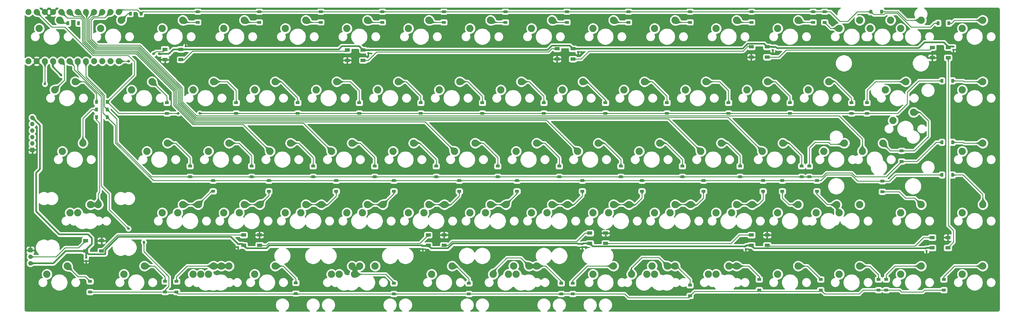
<source format=gbl>
G04 #@! TF.GenerationSoftware,KiCad,Pcbnew,(5.1.8-0-10_14)*
G04 #@! TF.CreationDate,2021-09-26T01:44:44+09:00*
G04 #@! TF.ProjectId,ts69v3,74733639-7633-42e6-9b69-6361645f7063,rev?*
G04 #@! TF.SameCoordinates,Original*
G04 #@! TF.FileFunction,Copper,L2,Bot*
G04 #@! TF.FilePolarity,Positive*
%FSLAX46Y46*%
G04 Gerber Fmt 4.6, Leading zero omitted, Abs format (unit mm)*
G04 Created by KiCad (PCBNEW (5.1.8-0-10_14)) date 2021-09-26 01:44:44*
%MOMM*%
%LPD*%
G01*
G04 APERTURE LIST*
G04 #@! TA.AperFunction,ComponentPad*
%ADD10C,2.250000*%
G04 #@! TD*
G04 #@! TA.AperFunction,SMDPad,CuDef*
%ADD11R,1.200000X0.900000*%
G04 #@! TD*
G04 #@! TA.AperFunction,SMDPad,CuDef*
%ADD12R,1.500000X1.000000*%
G04 #@! TD*
G04 #@! TA.AperFunction,SMDPad,CuDef*
%ADD13R,0.900000X1.200000*%
G04 #@! TD*
G04 #@! TA.AperFunction,ComponentPad*
%ADD14R,1.350000X1.350000*%
G04 #@! TD*
G04 #@! TA.AperFunction,ComponentPad*
%ADD15O,1.350000X1.350000*%
G04 #@! TD*
G04 #@! TA.AperFunction,ComponentPad*
%ADD16C,1.879600*%
G04 #@! TD*
G04 #@! TA.AperFunction,ViaPad*
%ADD17C,0.800000*%
G04 #@! TD*
G04 #@! TA.AperFunction,Conductor*
%ADD18C,0.250000*%
G04 #@! TD*
G04 #@! TA.AperFunction,Conductor*
%ADD19C,0.500000*%
G04 #@! TD*
G04 #@! TA.AperFunction,Conductor*
%ADD20C,0.254000*%
G04 #@! TD*
G04 #@! TA.AperFunction,Conductor*
%ADD21C,0.100000*%
G04 #@! TD*
G04 #@! TA.AperFunction,Conductor*
%ADD22C,0.025400*%
G04 #@! TD*
G04 APERTURE END LIST*
D10*
X159702500Y-30638750D03*
X153352500Y-33178750D03*
G04 #@! TA.AperFunction,SMDPad,CuDef*
G36*
G01*
X46133029Y-38422744D02*
X46473029Y-38422744D01*
G75*
G02*
X46613029Y-38562744I0J-140000D01*
G01*
X46613029Y-38842744D01*
G75*
G02*
X46473029Y-38982744I-140000J0D01*
G01*
X46133029Y-38982744D01*
G75*
G02*
X45993029Y-38842744I0J140000D01*
G01*
X45993029Y-38562744D01*
G75*
G02*
X46133029Y-38422744I140000J0D01*
G01*
G37*
G04 #@! TD.AperFunction*
G04 #@! TA.AperFunction,SMDPad,CuDef*
G36*
G01*
X46133029Y-39382744D02*
X46473029Y-39382744D01*
G75*
G02*
X46613029Y-39522744I0J-140000D01*
G01*
X46613029Y-39802744D01*
G75*
G02*
X46473029Y-39942744I-140000J0D01*
G01*
X46133029Y-39942744D01*
G75*
G02*
X45993029Y-39802744I0J140000D01*
G01*
X45993029Y-39522744D01*
G75*
G02*
X46133029Y-39382744I140000J0D01*
G01*
G37*
G04 #@! TD.AperFunction*
X45402500Y-30638750D03*
X39052500Y-33178750D03*
X124777500Y-52228750D03*
X131127500Y-49688750D03*
X952500Y-33178750D03*
X7302500Y-30638750D03*
X9683750Y-106838750D03*
X3333750Y-109378750D03*
X26352500Y-30638750D03*
X20002500Y-33178750D03*
X12065000Y-49688750D03*
X5715000Y-52228750D03*
X8096250Y-71278750D03*
X14446250Y-68738750D03*
X178752500Y-30638750D03*
X172402500Y-33178750D03*
X121602500Y-30638750D03*
X115252500Y-33178750D03*
D11*
X88106324Y-31279711D03*
X88106324Y-27979711D03*
X142875120Y-75876629D03*
X142875120Y-79176629D03*
D10*
X91440000Y-71278750D03*
X97790000Y-68738750D03*
X16827512Y-87788828D03*
X10477512Y-90328828D03*
D12*
X226287688Y-97221958D03*
X226287688Y-100421958D03*
X221387688Y-97221958D03*
X221387688Y-100421958D03*
X121375520Y-100421958D03*
X121375520Y-97221958D03*
X126275520Y-100421958D03*
X126275520Y-97221958D03*
D10*
X143827500Y-52228750D03*
X150177500Y-49688750D03*
X29527500Y-52228750D03*
X35877500Y-49688750D03*
X212090000Y-68738750D03*
X205740000Y-71278750D03*
X126365000Y-87788750D03*
X120015000Y-90328750D03*
X248602500Y-109378750D03*
X254952500Y-106838750D03*
X286702500Y-52228750D03*
X293052500Y-49688750D03*
X27146250Y-109378750D03*
X33496250Y-106838750D03*
X255746250Y-71278750D03*
X262096250Y-68738750D03*
X102552500Y-30638750D03*
X96202500Y-33178750D03*
X64452500Y-30638750D03*
X58102500Y-33178750D03*
X140652500Y-30638750D03*
X134302500Y-33178750D03*
D11*
X110728218Y-112190722D03*
X110728218Y-115490722D03*
X43457849Y-111595409D03*
X43457849Y-114895409D03*
X225028314Y-80367255D03*
X225028314Y-83667255D03*
D10*
X97790000Y-106838750D03*
X91440000Y-109378750D03*
D12*
X39885971Y-42862536D03*
X39885971Y-39662536D03*
X44785971Y-42862536D03*
X44785971Y-39662536D03*
D10*
X293052500Y-30638750D03*
X286702500Y-33178750D03*
X229552500Y-109378750D03*
X235902500Y-106838750D03*
D11*
X280987736Y-114300096D03*
X280987736Y-111000096D03*
D13*
X280392423Y-78581316D03*
X283692423Y-78581316D03*
X280392423Y-49410979D03*
X283692423Y-49410979D03*
X279201797Y-31551589D03*
X282501797Y-31551589D03*
D11*
X263128346Y-111000096D03*
X263128346Y-114300096D03*
X261937720Y-83803194D03*
X261937720Y-80503194D03*
X267890850Y-71114125D03*
X267890850Y-74414125D03*
X257175216Y-56231250D03*
X257175216Y-59531250D03*
D13*
X261665842Y-27979711D03*
X258365842Y-27979711D03*
D11*
X260746875Y-114300096D03*
X260746875Y-111000096D03*
X244078330Y-27979711D03*
X244078330Y-31279711D03*
X242887500Y-111000000D03*
X242887500Y-114300000D03*
X236934574Y-75876629D03*
X236934574Y-79176629D03*
X252412500Y-56231300D03*
X252412500Y-59531300D03*
X240506452Y-31279711D03*
X240506452Y-27979711D03*
X223837500Y-114300096D03*
X223837500Y-111000096D03*
X233362696Y-59531300D03*
X233362696Y-56231300D03*
X221456436Y-27979711D03*
X221456436Y-31279711D03*
X202406420Y-112786035D03*
X202406420Y-116086035D03*
X206573611Y-83667255D03*
X206573611Y-80367255D03*
X217884558Y-75876629D03*
X217884558Y-79176629D03*
X214312500Y-56231250D03*
X214312500Y-59531250D03*
X202406420Y-31279711D03*
X202406420Y-27979711D03*
X187523595Y-80367255D03*
X187523595Y-83667255D03*
X200025168Y-79176629D03*
X200025168Y-75876629D03*
X195262664Y-59531300D03*
X195262664Y-56231300D03*
X183356404Y-27979711D03*
X183356404Y-31279711D03*
X162520449Y-112190722D03*
X162520449Y-115490722D03*
X169068892Y-83667255D03*
X169068892Y-80367255D03*
X180975000Y-75876629D03*
X180975000Y-79176629D03*
X176212500Y-56231250D03*
X176212500Y-59531250D03*
X164306388Y-27979711D03*
X164306388Y-31279711D03*
X148828250Y-80367255D03*
X148828250Y-83667255D03*
X161925136Y-79176629D03*
X161925136Y-75876629D03*
X157162632Y-59531300D03*
X157162632Y-56231300D03*
X145256372Y-27979711D03*
X145256372Y-31279711D03*
X130968860Y-83667255D03*
X130968860Y-80367255D03*
X138112616Y-56231300D03*
X138112616Y-59531300D03*
X126206356Y-31279711D03*
X126206356Y-27979711D03*
X110728218Y-80367255D03*
X110728218Y-83667255D03*
X123825104Y-79176629D03*
X123825104Y-75876629D03*
X119062500Y-59531300D03*
X119062500Y-56231300D03*
X107156340Y-27979711D03*
X107156340Y-31279711D03*
X92868828Y-83667255D03*
X92868828Y-80367255D03*
X104775000Y-75876629D03*
X104775000Y-79176629D03*
X100012500Y-56231250D03*
X100012500Y-59531250D03*
X72032873Y-80367255D03*
X72032873Y-83667255D03*
X85725072Y-79176629D03*
X85725072Y-75876629D03*
X80962568Y-59531300D03*
X80962568Y-56231300D03*
X69056308Y-27979711D03*
X69056308Y-31279711D03*
X54768796Y-83667255D03*
X54768796Y-80367255D03*
X66675056Y-75876629D03*
X66675056Y-79176629D03*
X61912500Y-56231250D03*
X61912500Y-59531250D03*
X50006292Y-31279711D03*
X50006292Y-27979711D03*
X39885971Y-114895409D03*
X39885971Y-111595409D03*
X47625040Y-79176629D03*
X47625040Y-75876629D03*
X40481284Y-59531300D03*
X40481284Y-56231300D03*
D13*
X32470337Y-28575024D03*
X29170337Y-28575024D03*
D11*
X16668750Y-111595409D03*
X16668750Y-114895409D03*
D13*
X18726581Y-60721926D03*
X22026581Y-60721926D03*
X18726581Y-58340674D03*
X22026581Y-58340674D03*
X18726581Y-55959422D03*
X22026581Y-55959422D03*
X9796886Y-31551589D03*
X13096886Y-31551589D03*
D10*
X197802500Y-30638750D03*
X191452500Y-33178750D03*
X83502500Y-30638750D03*
X77152500Y-33178750D03*
X177165000Y-90328750D03*
X183515000Y-87788750D03*
X154940000Y-106838750D03*
X148590000Y-109378750D03*
X53340000Y-71278750D03*
X59690000Y-68738750D03*
X12858750Y-90328750D03*
X19208750Y-87788750D03*
X40640000Y-68738750D03*
X34290000Y-71278750D03*
X48577500Y-52228750D03*
X54927500Y-49688750D03*
X50165000Y-87788750D03*
X43815000Y-90328750D03*
X50958750Y-109378750D03*
X57308750Y-106838750D03*
X67627500Y-52228750D03*
X73977500Y-49688750D03*
X72390000Y-71278750D03*
X78740000Y-68738750D03*
X69215000Y-87788750D03*
X62865000Y-90328750D03*
X86677500Y-52228750D03*
X93027500Y-49688750D03*
X88265000Y-87788750D03*
X81915000Y-90328750D03*
X105727500Y-52228750D03*
X112077500Y-49688750D03*
X110490000Y-71278750D03*
X116840000Y-68738750D03*
X107315000Y-87788750D03*
X100965000Y-90328750D03*
X129540000Y-71278750D03*
X135890000Y-68738750D03*
X148590000Y-71278750D03*
X154940000Y-68738750D03*
X145415000Y-87788750D03*
X139065000Y-90328750D03*
X162877500Y-52228750D03*
X169227500Y-49688750D03*
X167640000Y-71278750D03*
X173990000Y-68738750D03*
X164465000Y-87788750D03*
X158115000Y-90328750D03*
X181927500Y-52228750D03*
X188277500Y-49688750D03*
X193040000Y-68738750D03*
X186690000Y-71278750D03*
X200977500Y-52228750D03*
X207327500Y-49688750D03*
X196215000Y-90328750D03*
X202565000Y-87788750D03*
X195421250Y-106838750D03*
X189071250Y-109378750D03*
X216852500Y-30638750D03*
X210502500Y-33178750D03*
X220027500Y-52228750D03*
X226377500Y-49688750D03*
X221615000Y-87788750D03*
X215265000Y-90328750D03*
X210502500Y-109378750D03*
X216852500Y-106838750D03*
X235902500Y-30638750D03*
X229552500Y-33178750D03*
X238987501Y-52228750D03*
X245337501Y-49688750D03*
X231140000Y-68738750D03*
X224790000Y-71278750D03*
X254952500Y-30638750D03*
X248602500Y-33178750D03*
X258127500Y-33178750D03*
X264477500Y-30638750D03*
X274002500Y-30638750D03*
X267652500Y-33178750D03*
X262890000Y-52228750D03*
X269240000Y-49688750D03*
X267652500Y-90328750D03*
X274002500Y-87788750D03*
X267652500Y-109378750D03*
X274002500Y-106838750D03*
X293052500Y-87788750D03*
X286702500Y-90328750D03*
X286702500Y-109378750D03*
X293052500Y-106838750D03*
D11*
X80367255Y-115354783D03*
X80367255Y-112054783D03*
X166092327Y-112190722D03*
X166092327Y-115490722D03*
D12*
X101203210Y-39885971D03*
X101203210Y-43085971D03*
X96303210Y-39885971D03*
X96303210Y-43085971D03*
X161261075Y-42676597D03*
X161261075Y-39476597D03*
X166161075Y-42676597D03*
X166161075Y-39476597D03*
X226288440Y-38881420D03*
X226288440Y-42081420D03*
X221388440Y-38881420D03*
X221388440Y-42081420D03*
X277415858Y-42267223D03*
X277415858Y-39067223D03*
X282315858Y-42267223D03*
X282315858Y-39067223D03*
X277347110Y-101203210D03*
X277347110Y-98003210D03*
X282247110Y-101203210D03*
X282247110Y-98003210D03*
X171381396Y-99826645D03*
X171381396Y-96626645D03*
X176281396Y-99826645D03*
X176281396Y-96626645D03*
X69125056Y-97221958D03*
X69125056Y-100421958D03*
X64225056Y-97221958D03*
X64225056Y-100421958D03*
X15340710Y-102207897D03*
X15340710Y-99007897D03*
X20240710Y-102207897D03*
X20240710Y-99007897D03*
D14*
X-1785939Y-101965714D03*
D15*
X-1785939Y-103965714D03*
X-1785939Y-105965714D03*
D14*
X-1190626Y-70842247D03*
D15*
X-1190626Y-68842247D03*
X-1190626Y-66842247D03*
X-1190626Y-64842247D03*
X-1190626Y-62842247D03*
X-1190626Y-60842247D03*
D10*
X67627500Y-109378750D03*
X73977500Y-106838750D03*
X178752500Y-106838750D03*
X172402500Y-109378750D03*
D13*
X283692423Y-68460995D03*
X280392423Y-68460995D03*
D10*
X286702500Y-71278750D03*
X293052500Y-68738750D03*
D11*
X241697078Y-83667255D03*
X241697078Y-80367255D03*
D10*
X241459780Y-90329140D03*
X247809780Y-87789140D03*
X147796860Y-106839220D03*
X141446860Y-109379220D03*
X152559380Y-106839220D03*
X146209380Y-109379220D03*
X98584180Y-109379220D03*
X104934180Y-106839220D03*
X93821660Y-109379220D03*
X100171660Y-106839220D03*
X53340048Y-109378844D03*
X59690048Y-106838844D03*
X191452664Y-109378844D03*
X197802664Y-106838844D03*
X190658908Y-106838844D03*
X184308908Y-109378844D03*
X208121428Y-109378844D03*
X214471428Y-106838844D03*
X48577544Y-109378844D03*
X54927544Y-106838844D03*
D11*
X133945425Y-115490722D03*
X133945425Y-112190722D03*
D10*
X122396356Y-109378844D03*
X128746356Y-106838844D03*
G04 #@! TA.AperFunction,SMDPad,CuDef*
G36*
G01*
X103002285Y-41130030D02*
X102662285Y-41130030D01*
G75*
G02*
X102522285Y-40990030I0J140000D01*
G01*
X102522285Y-40710030D01*
G75*
G02*
X102662285Y-40570030I140000J0D01*
G01*
X103002285Y-40570030D01*
G75*
G02*
X103142285Y-40710030I0J-140000D01*
G01*
X103142285Y-40990030D01*
G75*
G02*
X103002285Y-41130030I-140000J0D01*
G01*
G37*
G04 #@! TD.AperFunction*
G04 #@! TA.AperFunction,SMDPad,CuDef*
G36*
G01*
X103002285Y-40170030D02*
X102662285Y-40170030D01*
G75*
G02*
X102522285Y-40030030I0J140000D01*
G01*
X102522285Y-39750030D01*
G75*
G02*
X102662285Y-39610030I140000J0D01*
G01*
X103002285Y-39610030D01*
G75*
G02*
X103142285Y-39750030I0J-140000D01*
G01*
X103142285Y-40030030D01*
G75*
G02*
X103002285Y-40170030I-140000J0D01*
G01*
G37*
G04 #@! TD.AperFunction*
G04 #@! TA.AperFunction,SMDPad,CuDef*
G36*
G01*
X284134301Y-40050658D02*
X283794301Y-40050658D01*
G75*
G02*
X283654301Y-39910658I0J140000D01*
G01*
X283654301Y-39630658D01*
G75*
G02*
X283794301Y-39490658I140000J0D01*
G01*
X284134301Y-39490658D01*
G75*
G02*
X284274301Y-39630658I0J-140000D01*
G01*
X284274301Y-39910658D01*
G75*
G02*
X284134301Y-40050658I-140000J0D01*
G01*
G37*
G04 #@! TD.AperFunction*
G04 #@! TA.AperFunction,SMDPad,CuDef*
G36*
G01*
X284134301Y-39090658D02*
X283794301Y-39090658D01*
G75*
G02*
X283654301Y-38950658I0J140000D01*
G01*
X283654301Y-38670658D01*
G75*
G02*
X283794301Y-38530658I140000J0D01*
G01*
X284134301Y-38530658D01*
G75*
G02*
X284274301Y-38670658I0J-140000D01*
G01*
X284274301Y-38950658D01*
G75*
G02*
X284134301Y-39090658I-140000J0D01*
G01*
G37*
G04 #@! TD.AperFunction*
G04 #@! TA.AperFunction,SMDPad,CuDef*
G36*
G01*
X275799919Y-102443210D02*
X275459919Y-102443210D01*
G75*
G02*
X275319919Y-102303210I0J140000D01*
G01*
X275319919Y-102023210D01*
G75*
G02*
X275459919Y-101883210I140000J0D01*
G01*
X275799919Y-101883210D01*
G75*
G02*
X275939919Y-102023210I0J-140000D01*
G01*
X275939919Y-102303210D01*
G75*
G02*
X275799919Y-102443210I-140000J0D01*
G01*
G37*
G04 #@! TD.AperFunction*
G04 #@! TA.AperFunction,SMDPad,CuDef*
G36*
G01*
X275799919Y-101483210D02*
X275459919Y-101483210D01*
G75*
G02*
X275319919Y-101343210I0J140000D01*
G01*
X275319919Y-101063210D01*
G75*
G02*
X275459919Y-100923210I140000J0D01*
G01*
X275799919Y-100923210D01*
G75*
G02*
X275939919Y-101063210I0J-140000D01*
G01*
X275939919Y-101343210D01*
G75*
G02*
X275799919Y-101483210I-140000J0D01*
G01*
G37*
G04 #@! TD.AperFunction*
G04 #@! TA.AperFunction,SMDPad,CuDef*
G36*
G01*
X219840497Y-101847897D02*
X219500497Y-101847897D01*
G75*
G02*
X219360497Y-101707897I0J140000D01*
G01*
X219360497Y-101427897D01*
G75*
G02*
X219500497Y-101287897I140000J0D01*
G01*
X219840497Y-101287897D01*
G75*
G02*
X219980497Y-101427897I0J-140000D01*
G01*
X219980497Y-101707897D01*
G75*
G02*
X219840497Y-101847897I-140000J0D01*
G01*
G37*
G04 #@! TD.AperFunction*
G04 #@! TA.AperFunction,SMDPad,CuDef*
G36*
G01*
X219840497Y-100887897D02*
X219500497Y-100887897D01*
G75*
G02*
X219360497Y-100747897I0J140000D01*
G01*
X219360497Y-100467897D01*
G75*
G02*
X219500497Y-100327897I140000J0D01*
G01*
X219840497Y-100327897D01*
G75*
G02*
X219980497Y-100467897I0J-140000D01*
G01*
X219980497Y-100747897D01*
G75*
G02*
X219840497Y-100887897I-140000J0D01*
G01*
G37*
G04 #@! TD.AperFunction*
G04 #@! TA.AperFunction,SMDPad,CuDef*
G36*
G01*
X169238892Y-100292584D02*
X168898892Y-100292584D01*
G75*
G02*
X168758892Y-100152584I0J140000D01*
G01*
X168758892Y-99872584D01*
G75*
G02*
X168898892Y-99732584I140000J0D01*
G01*
X169238892Y-99732584D01*
G75*
G02*
X169378892Y-99872584I0J-140000D01*
G01*
X169378892Y-100152584D01*
G75*
G02*
X169238892Y-100292584I-140000J0D01*
G01*
G37*
G04 #@! TD.AperFunction*
G04 #@! TA.AperFunction,SMDPad,CuDef*
G36*
G01*
X169238892Y-101252584D02*
X168898892Y-101252584D01*
G75*
G02*
X168758892Y-101112584I0J140000D01*
G01*
X168758892Y-100832584D01*
G75*
G02*
X168898892Y-100692584I140000J0D01*
G01*
X169238892Y-100692584D01*
G75*
G02*
X169378892Y-100832584I0J-140000D01*
G01*
X169378892Y-101112584D01*
G75*
G02*
X169238892Y-101252584I-140000J0D01*
G01*
G37*
G04 #@! TD.AperFunction*
G04 #@! TA.AperFunction,SMDPad,CuDef*
G36*
G01*
X119827913Y-100887897D02*
X119487913Y-100887897D01*
G75*
G02*
X119347913Y-100747897I0J140000D01*
G01*
X119347913Y-100467897D01*
G75*
G02*
X119487913Y-100327897I140000J0D01*
G01*
X119827913Y-100327897D01*
G75*
G02*
X119967913Y-100467897I0J-140000D01*
G01*
X119967913Y-100747897D01*
G75*
G02*
X119827913Y-100887897I-140000J0D01*
G01*
G37*
G04 #@! TD.AperFunction*
G04 #@! TA.AperFunction,SMDPad,CuDef*
G36*
G01*
X119827913Y-101847897D02*
X119487913Y-101847897D01*
G75*
G02*
X119347913Y-101707897I0J140000D01*
G01*
X119347913Y-101427897D01*
G75*
G02*
X119487913Y-101287897I140000J0D01*
G01*
X119827913Y-101287897D01*
G75*
G02*
X119967913Y-101427897I0J-140000D01*
G01*
X119967913Y-101707897D01*
G75*
G02*
X119827913Y-101847897I-140000J0D01*
G01*
G37*
G04 #@! TD.AperFunction*
G04 #@! TA.AperFunction,SMDPad,CuDef*
G36*
G01*
X62677865Y-101252584D02*
X62337865Y-101252584D01*
G75*
G02*
X62197865Y-101112584I0J140000D01*
G01*
X62197865Y-100832584D01*
G75*
G02*
X62337865Y-100692584I140000J0D01*
G01*
X62677865Y-100692584D01*
G75*
G02*
X62817865Y-100832584I0J-140000D01*
G01*
X62817865Y-101112584D01*
G75*
G02*
X62677865Y-101252584I-140000J0D01*
G01*
G37*
G04 #@! TD.AperFunction*
G04 #@! TA.AperFunction,SMDPad,CuDef*
G36*
G01*
X62677865Y-100292584D02*
X62337865Y-100292584D01*
G75*
G02*
X62197865Y-100152584I0J140000D01*
G01*
X62197865Y-99872584D01*
G75*
G02*
X62337865Y-99732584I140000J0D01*
G01*
X62677865Y-99732584D01*
G75*
G02*
X62817865Y-99872584I0J-140000D01*
G01*
X62817865Y-100152584D01*
G75*
G02*
X62677865Y-100292584I-140000J0D01*
G01*
G37*
G04 #@! TD.AperFunction*
G04 #@! TA.AperFunction,SMDPad,CuDef*
G36*
G01*
X15648138Y-104575088D02*
X15308138Y-104575088D01*
G75*
G02*
X15168138Y-104435088I0J140000D01*
G01*
X15168138Y-104155088D01*
G75*
G02*
X15308138Y-104015088I140000J0D01*
G01*
X15648138Y-104015088D01*
G75*
G02*
X15788138Y-104155088I0J-140000D01*
G01*
X15788138Y-104435088D01*
G75*
G02*
X15648138Y-104575088I-140000J0D01*
G01*
G37*
G04 #@! TD.AperFunction*
G04 #@! TA.AperFunction,SMDPad,CuDef*
G36*
G01*
X15648138Y-105535088D02*
X15308138Y-105535088D01*
G75*
G02*
X15168138Y-105395088I0J140000D01*
G01*
X15168138Y-105115088D01*
G75*
G02*
X15308138Y-104975088I140000J0D01*
G01*
X15648138Y-104975088D01*
G75*
G02*
X15788138Y-105115088I0J-140000D01*
G01*
X15788138Y-105395088D01*
G75*
G02*
X15648138Y-105535088I-140000J0D01*
G01*
G37*
G04 #@! TD.AperFunction*
G04 #@! TA.AperFunction,SMDPad,CuDef*
G36*
G01*
X167917195Y-39756261D02*
X167577195Y-39756261D01*
G75*
G02*
X167437195Y-39616261I0J140000D01*
G01*
X167437195Y-39336261D01*
G75*
G02*
X167577195Y-39196261I140000J0D01*
G01*
X167917195Y-39196261D01*
G75*
G02*
X168057195Y-39336261I0J-140000D01*
G01*
X168057195Y-39616261D01*
G75*
G02*
X167917195Y-39756261I-140000J0D01*
G01*
G37*
G04 #@! TD.AperFunction*
G04 #@! TA.AperFunction,SMDPad,CuDef*
G36*
G01*
X167917195Y-40716261D02*
X167577195Y-40716261D01*
G75*
G02*
X167437195Y-40576261I0J140000D01*
G01*
X167437195Y-40296261D01*
G75*
G02*
X167577195Y-40156261I140000J0D01*
G01*
X167917195Y-40156261D01*
G75*
G02*
X168057195Y-40296261I0J-140000D01*
G01*
X168057195Y-40576261D01*
G75*
G02*
X167917195Y-40716261I-140000J0D01*
G01*
G37*
G04 #@! TD.AperFunction*
G04 #@! TA.AperFunction,SMDPad,CuDef*
G36*
G01*
X228174879Y-39205971D02*
X227834879Y-39205971D01*
G75*
G02*
X227694879Y-39065971I0J140000D01*
G01*
X227694879Y-38785971D01*
G75*
G02*
X227834879Y-38645971I140000J0D01*
G01*
X228174879Y-38645971D01*
G75*
G02*
X228314879Y-38785971I0J-140000D01*
G01*
X228314879Y-39065971D01*
G75*
G02*
X228174879Y-39205971I-140000J0D01*
G01*
G37*
G04 #@! TD.AperFunction*
G04 #@! TA.AperFunction,SMDPad,CuDef*
G36*
G01*
X228174879Y-40165971D02*
X227834879Y-40165971D01*
G75*
G02*
X227694879Y-40025971I0J140000D01*
G01*
X227694879Y-39745971D01*
G75*
G02*
X227834879Y-39605971I140000J0D01*
G01*
X228174879Y-39605971D01*
G75*
G02*
X228314879Y-39745971I0J-140000D01*
G01*
X228314879Y-40025971D01*
G75*
G02*
X228174879Y-40165971I-140000J0D01*
G01*
G37*
G04 #@! TD.AperFunction*
D16*
X-2381252Y-28098780D03*
X158748Y-28098780D03*
X2698748Y-28098780D03*
X5238748Y-28098780D03*
X7778748Y-28098780D03*
X10318748Y-28098780D03*
X12858748Y-28098780D03*
X15398748Y-28098780D03*
X17938748Y-28098780D03*
X20478748Y-28098780D03*
X23018748Y-28098780D03*
X25558748Y-28098780D03*
X25558748Y-43338780D03*
X23018748Y-43338780D03*
X20478748Y-43338780D03*
X17938748Y-43338780D03*
X15398748Y-43338780D03*
X12858748Y-43338780D03*
X10318748Y-43338780D03*
X7778748Y-43338780D03*
X5238748Y-43338780D03*
X2698748Y-43338780D03*
X158748Y-43338780D03*
X-2381252Y-43338780D03*
D11*
X230981444Y-80367255D03*
X230981444Y-83667255D03*
X239315826Y-79176629D03*
X239315826Y-75876629D03*
D10*
X39052536Y-90328828D03*
X45402536Y-87788828D03*
X64452552Y-87788828D03*
X58102552Y-90328828D03*
X77152568Y-90328828D03*
X83502568Y-87788828D03*
X102552584Y-87788828D03*
X96202584Y-90328828D03*
X115252600Y-90328828D03*
X121602600Y-87788828D03*
X140652616Y-87788828D03*
X134302616Y-90328828D03*
X153352632Y-90328828D03*
X159702632Y-87788828D03*
X178752648Y-87788828D03*
X172402648Y-90328828D03*
X191452664Y-90328828D03*
X197802664Y-87788828D03*
X216852680Y-87788828D03*
X210502680Y-90328828D03*
X235902696Y-87788828D03*
X229552696Y-90328828D03*
X243840208Y-71278812D03*
X250190208Y-68738812D03*
X248602712Y-90328828D03*
X254952712Y-87788828D03*
X265271476Y-61753804D03*
X271621476Y-59213804D03*
D17*
X7739069Y-47625040D03*
X38100032Y-41076597D03*
X148828250Y-118467287D03*
X100012584Y-118467287D03*
X166687640Y-118467287D03*
X123825104Y-118467287D03*
X22026581Y-49410979D03*
X33337528Y-45839101D03*
X11906260Y-40481284D03*
X-2381252Y-33932841D03*
X9525008Y-51196918D03*
X27384398Y-63698491D03*
X22026581Y-69056308D03*
X8334382Y-98821958D03*
X13692199Y-105370401D03*
X20240642Y-105370401D03*
X19050016Y-100607897D03*
X38100032Y-99417271D03*
X37504719Y-95250080D03*
X67865682Y-102989149D03*
X81557881Y-102393836D03*
X118467287Y-97631332D03*
X120848539Y-102989149D03*
X117276661Y-101798523D03*
X166092327Y-97631332D03*
X166092327Y-101798523D03*
X174426709Y-97036019D03*
X179784526Y-102393836D03*
X223837688Y-97036019D03*
X217884558Y-102989149D03*
X223837688Y-40481284D03*
X279797110Y-40481284D03*
X279797110Y-99417271D03*
X66675056Y-98821958D03*
X65484430Y-68460995D03*
X84534446Y-67865682D03*
X104179775Y-67865682D03*
X122039165Y-67865682D03*
X141089181Y-67270369D03*
X159543884Y-67270369D03*
X178593900Y-67270369D03*
X197643916Y-67270369D03*
X216693932Y-66675056D03*
X225028314Y-66675056D03*
X238125200Y-66675056D03*
X284559614Y-63103178D03*
X269676789Y-28575024D03*
X247650208Y-27979711D03*
X51792231Y-95845393D03*
X51792231Y-100012584D03*
X11906260Y-33932841D03*
X47029727Y-38100032D03*
X42862536Y-41671910D03*
X98821958Y-41671910D03*
X93464141Y-41671910D03*
X164306388Y-41076597D03*
X114300096Y-41671910D03*
X13096886Y-98821958D03*
X3571878Y-57150048D03*
X31551589Y-36909406D03*
X13096886Y-31551589D03*
X33337528Y-99417271D03*
X28575024Y-95250080D03*
X50601605Y-59531300D03*
X44053162Y-59531300D03*
X2713363Y-50404241D03*
X28694093Y-43338780D03*
X36308365Y-41070869D03*
D18*
X8215339Y-31551589D02*
X7302500Y-30638750D01*
X9796886Y-31551589D02*
X8215339Y-31551589D01*
X18726581Y-53901605D02*
X18726581Y-55959422D01*
X18726581Y-53419123D02*
X18726581Y-53901605D01*
X14996208Y-49688750D02*
X18726581Y-53419123D01*
X12065000Y-49688750D02*
X14996208Y-49688750D01*
X14763750Y-69056250D02*
X14446250Y-68738750D01*
X14446250Y-68738750D02*
X14446250Y-61158501D01*
X17264077Y-58340674D02*
X18726581Y-58340674D01*
X14446250Y-61158501D02*
X17264077Y-58340674D01*
X19208672Y-87788828D02*
X19208750Y-87788750D01*
X16827512Y-87788828D02*
X19208672Y-87788828D01*
X19208750Y-87788750D02*
X19208750Y-85883806D01*
X18726581Y-60721926D02*
X18726581Y-61589117D01*
X18726581Y-61589117D02*
X19645329Y-62507865D01*
X19645329Y-83939133D02*
X19208750Y-84375712D01*
X19645329Y-62507865D02*
X19645329Y-83939133D01*
X19208750Y-85883806D02*
X19208750Y-84375712D01*
X9683750Y-106838750D02*
X12977905Y-110132905D01*
X15206246Y-110132905D02*
X16668750Y-111595409D01*
X12977905Y-110132905D02*
X15206246Y-110132905D01*
X46043461Y-31279711D02*
X45402500Y-30638750D01*
X50006292Y-31279711D02*
X46043461Y-31279711D01*
X54927500Y-49688750D02*
X59213750Y-49688750D01*
X61912500Y-52387500D02*
X61912500Y-56231250D01*
X59213750Y-49688750D02*
X61912500Y-52387500D01*
X66675056Y-75876629D02*
X66675056Y-72628186D01*
X62785620Y-68738750D02*
X59690000Y-68738750D01*
X66675056Y-72628186D02*
X62785620Y-68738750D01*
X54286495Y-83667255D02*
X50165000Y-87788750D01*
X54768796Y-83667255D02*
X54286495Y-83667255D01*
X50164922Y-87788828D02*
X50165000Y-87788750D01*
X45402536Y-87788828D02*
X50164922Y-87788828D01*
X59690048Y-106838844D02*
X59690048Y-106719775D01*
X59571073Y-106838750D02*
X57308750Y-106838750D01*
X59690048Y-106719775D02*
X59571073Y-106838750D01*
X54927638Y-106838750D02*
X54927544Y-106838844D01*
X57308750Y-106838750D02*
X54927638Y-106838750D01*
X54927544Y-106838844D02*
X46751910Y-106838844D01*
X43457849Y-110132905D02*
X43457849Y-111595409D01*
X46751910Y-106838844D02*
X43457849Y-110132905D01*
X84143461Y-31279711D02*
X83502500Y-30638750D01*
X88106324Y-31279711D02*
X84143461Y-31279711D01*
X97313750Y-49688750D02*
X93027500Y-49688750D01*
X100012500Y-52387500D02*
X97313750Y-49688750D01*
X100012500Y-56231250D02*
X100012500Y-52387500D01*
X104775000Y-75876629D02*
X104775000Y-73223411D01*
X100290339Y-68738750D02*
X97790000Y-68738750D01*
X104775000Y-73223411D02*
X100290339Y-68738750D01*
X83502646Y-87788750D02*
X83502568Y-87788828D01*
X88265000Y-87788750D02*
X83502646Y-87788750D01*
X88265000Y-87788750D02*
X90209837Y-87788750D01*
X92868828Y-85129759D02*
X92868828Y-83667255D01*
X90209837Y-87788750D02*
X92868828Y-85129759D01*
X98584180Y-108426700D02*
X98584180Y-109379220D01*
X100171660Y-106839220D02*
X98584180Y-108426700D01*
X97790000Y-106838750D02*
X97790000Y-107315040D01*
X98584180Y-108109220D02*
X98584180Y-109379220D01*
X97790000Y-107315040D02*
X98584180Y-108109220D01*
X110404783Y-111595409D02*
X108188594Y-109379220D01*
X108188594Y-109379220D02*
X99854212Y-109379220D01*
X98584180Y-109379220D02*
X99854212Y-109379220D01*
X110728218Y-111918844D02*
X110404783Y-111595409D01*
X110728218Y-112190722D02*
X110728218Y-111918844D01*
X122243461Y-31279711D02*
X121602500Y-30638750D01*
X126206356Y-31279711D02*
X122243461Y-31279711D01*
X138112616Y-56231300D02*
X138112616Y-54173483D01*
X133627883Y-49688750D02*
X131127500Y-49688750D01*
X138112616Y-54173483D02*
X133627883Y-49688750D01*
X142875120Y-75876629D02*
X142875120Y-73223499D01*
X138390371Y-68738750D02*
X135890000Y-68738750D01*
X142875120Y-73223499D02*
X138390371Y-68738750D01*
X121602678Y-87788750D02*
X121602600Y-87788828D01*
X126365000Y-87788750D02*
X121602678Y-87788750D01*
X126365000Y-87788750D02*
X128309869Y-87788750D01*
X130968860Y-85129759D02*
X130968860Y-83667255D01*
X128309869Y-87788750D02*
X130968860Y-85129759D01*
X160343461Y-31279711D02*
X159702500Y-30638750D01*
X164306388Y-31279711D02*
X160343461Y-31279711D01*
X176212500Y-56231250D02*
X176212500Y-55363961D01*
X170537289Y-49688750D02*
X169227500Y-49688750D01*
X176212500Y-55363961D02*
X170537289Y-49688750D01*
X180975000Y-75876629D02*
X180975000Y-73818660D01*
X175895090Y-68738750D02*
X173990000Y-68738750D01*
X180975000Y-73818660D02*
X175895090Y-68738750D01*
X164464922Y-87788828D02*
X164465000Y-87788750D01*
X159702632Y-87788828D02*
X164464922Y-87788828D01*
X164465000Y-87788750D02*
X166409901Y-87788750D01*
X169068892Y-85129759D02*
X169068892Y-83667255D01*
X166409901Y-87788750D02*
X169068892Y-85129759D01*
X152559850Y-106838750D02*
X152559380Y-106839220D01*
X154940000Y-106838750D02*
X152559850Y-106838750D01*
X152559380Y-106839220D02*
X150019380Y-104299220D01*
X150019380Y-104299220D02*
X145733080Y-104299220D01*
X141446860Y-108585440D02*
X141446860Y-109379220D01*
X145733080Y-104299220D02*
X141446860Y-108585440D01*
X157763750Y-106838750D02*
X154940000Y-106838750D01*
X162520449Y-111595449D02*
X157763750Y-106838750D01*
X162520449Y-112190722D02*
X162520449Y-111595449D01*
X198443461Y-31279711D02*
X197802500Y-30638750D01*
X202406420Y-31279711D02*
X198443461Y-31279711D01*
X207327500Y-49688750D02*
X211613750Y-49688750D01*
X214312500Y-52387500D02*
X214312500Y-56231250D01*
X211613750Y-49688750D02*
X214312500Y-52387500D01*
X213995000Y-68738750D02*
X212090000Y-68738750D01*
X217884558Y-72628308D02*
X213995000Y-68738750D01*
X217884558Y-75876629D02*
X217884558Y-73223499D01*
X217884558Y-73223499D02*
X217884558Y-72628308D01*
X217884558Y-73495377D02*
X217884558Y-73223499D01*
X202564922Y-87788828D02*
X202565000Y-87788750D01*
X197802664Y-87788828D02*
X202564922Y-87788828D01*
X202565000Y-87788750D02*
X204509933Y-87788750D01*
X206573611Y-85725072D02*
X206573611Y-83667255D01*
X204509933Y-87788750D02*
X206573611Y-85725072D01*
X195421250Y-106838750D02*
X198245000Y-106838750D01*
X184308908Y-109378844D02*
X184308908Y-107394462D01*
X184308908Y-107394462D02*
X187523595Y-104179775D01*
X192762275Y-104179775D02*
X195421250Y-106838750D01*
X187523595Y-104179775D02*
X192762275Y-104179775D01*
X197802570Y-106838750D02*
X197802664Y-106838844D01*
X195421250Y-106838750D02*
X197802570Y-106838750D01*
X202406420Y-112786035D02*
X202406420Y-111000171D01*
X202406420Y-111000171D02*
X199591535Y-108185286D01*
X199591535Y-108185286D02*
X202406250Y-111000000D01*
X197802664Y-106838844D02*
X198245093Y-106838844D01*
X198996222Y-107589973D02*
X199591535Y-108185286D01*
X198245093Y-106838844D02*
X198996222Y-107589973D01*
X198245000Y-106838750D02*
X198996222Y-107589973D01*
X236543461Y-31279711D02*
X235902500Y-30638750D01*
X240506452Y-31279711D02*
X236543461Y-31279711D01*
X252412500Y-56231300D02*
X252412500Y-54768750D01*
X247332500Y-49688750D02*
X245337501Y-49688750D01*
X252412500Y-54768750D02*
X247332500Y-49688750D01*
X236934574Y-73495377D02*
X236934574Y-72628324D01*
X233045000Y-68738750D02*
X231140000Y-68738750D01*
X236934574Y-72628324D02*
X233045000Y-68738750D01*
X236934574Y-73495377D02*
X236934574Y-75876629D01*
X238726250Y-106838750D02*
X242887500Y-111000000D01*
X235902500Y-106838750D02*
X238726250Y-106838750D01*
X269400360Y-30638750D02*
X274002500Y-30638750D01*
X266741321Y-27979711D02*
X269400360Y-30638750D01*
X261665842Y-27979711D02*
X266741321Y-27979711D01*
X257175216Y-56231250D02*
X257175216Y-52387284D01*
X259873750Y-49688750D02*
X269240000Y-49688750D01*
X257175216Y-52387284D02*
X259873750Y-49688750D01*
X264471625Y-71114125D02*
X262096250Y-68738750D01*
X267890850Y-71114125D02*
X264471625Y-71114125D01*
X271621476Y-59213804D02*
X273526484Y-59213804D01*
X273526484Y-59213804D02*
X276225232Y-61912552D01*
X276225232Y-61912552D02*
X276225232Y-66675056D01*
X271786163Y-71114125D02*
X267890850Y-71114125D01*
X276225232Y-66675056D02*
X271786163Y-71114125D01*
X271938750Y-85725000D02*
X274002500Y-87788750D01*
X269081250Y-85725000D02*
X271938750Y-85725000D01*
X267159444Y-83803194D02*
X269081250Y-85725000D01*
X261937720Y-83803194D02*
X267159444Y-83803194D01*
X263128346Y-111000096D02*
X263128346Y-109537592D01*
X265827188Y-106838750D02*
X274002500Y-106838750D01*
X263128346Y-109537592D02*
X265827188Y-106838750D01*
D19*
X282315858Y-39067223D02*
X282315858Y-38832841D01*
X282315858Y-38832841D02*
X280987736Y-37504719D01*
X280987736Y-37504719D02*
X275034606Y-37504719D01*
X275034606Y-37504719D02*
X273248667Y-39290658D01*
X268486163Y-39290658D02*
X269081476Y-39290658D01*
X221387688Y-100421958D02*
X222337689Y-101371959D01*
X227960328Y-38881420D02*
X228004879Y-38925971D01*
X226288440Y-38881420D02*
X227960328Y-38881420D01*
X270867415Y-39290658D02*
X268486163Y-39290658D01*
X273248667Y-39290658D02*
X270867415Y-39290658D01*
X229349869Y-39310961D02*
X228964879Y-38925971D01*
X270847112Y-39310961D02*
X229349869Y-39310961D01*
X228964879Y-38925971D02*
X228004879Y-38925971D01*
X270867415Y-39290658D02*
X270847112Y-39310961D01*
X282572423Y-38810658D02*
X283964301Y-38810658D01*
X282315858Y-39067223D02*
X282572423Y-38810658D01*
X274270544Y-101371959D02*
X275461170Y-101371959D01*
X275461170Y-101371959D02*
X275629919Y-101203210D01*
X222337689Y-101371959D02*
X274270544Y-101371959D01*
X277347110Y-101203210D02*
X275629919Y-101203210D01*
X219856436Y-100421958D02*
X219670497Y-100607897D01*
X221387688Y-100421958D02*
X219856436Y-100421958D01*
X219501748Y-100776646D02*
X219670497Y-100607897D01*
X172331397Y-100776646D02*
X219501748Y-100776646D01*
X171381396Y-99826645D02*
X172331397Y-100776646D01*
X169254831Y-99826645D02*
X169068892Y-100012584D01*
X171381396Y-99826645D02*
X169254831Y-99826645D01*
X121189581Y-100607897D02*
X121375520Y-100421958D01*
X119657913Y-100607897D02*
X121189581Y-100607897D01*
X63815682Y-100012584D02*
X62507865Y-100012584D01*
X64225056Y-100421958D02*
X63815682Y-100012584D01*
X15478138Y-102345325D02*
X15340710Y-102207897D01*
X15478138Y-104295088D02*
X15478138Y-102345325D01*
X127385521Y-101371959D02*
X127760512Y-100996968D01*
X122325521Y-101371959D02*
X127385521Y-101371959D01*
X121375520Y-100421958D02*
X122325521Y-101371959D01*
X127385521Y-101371959D02*
X127446106Y-101371959D01*
X127446106Y-101371959D02*
X128985168Y-99832897D01*
X167521129Y-99832897D02*
X167700816Y-100012584D01*
X167700816Y-100012584D02*
X169068892Y-100012584D01*
X128985168Y-99832897D02*
X167521129Y-99832897D01*
X119471974Y-100421958D02*
X119657913Y-100607897D01*
X72218812Y-100421958D02*
X119471974Y-100421958D01*
X71268811Y-101371959D02*
X72218812Y-100421958D01*
X65175057Y-101371959D02*
X64225056Y-100421958D01*
X71268811Y-101371959D02*
X65175057Y-101371959D01*
X60292249Y-97796968D02*
X62507865Y-100012584D01*
X25464825Y-97796968D02*
X60292249Y-97796968D01*
X21440711Y-101821082D02*
X25464825Y-97796968D01*
X21440711Y-103067898D02*
X21440711Y-101821082D01*
X21350711Y-103157898D02*
X21440711Y-103067898D01*
X16290711Y-103157898D02*
X21350711Y-103157898D01*
X15340710Y-102207897D02*
X16290711Y-103157898D01*
X-595313Y-105965714D02*
X-1785939Y-105965714D01*
X-1190626Y-105965714D02*
X-595313Y-105965714D01*
X15340710Y-102207897D02*
X9115634Y-102207897D01*
X5357817Y-105965714D02*
X2976565Y-105965714D01*
X-595313Y-105965714D02*
X2976565Y-105965714D01*
X9115634Y-102207897D02*
X5357817Y-105965714D01*
X17264077Y-98226645D02*
X17264077Y-100012584D01*
X17264077Y-100012584D02*
X15340710Y-101935951D01*
X16073451Y-97036019D02*
X17264077Y-98226645D01*
X15340710Y-101935951D02*
X15340710Y-102207897D01*
X7143756Y-97036019D02*
X16073451Y-97036019D01*
X0Y-89892263D02*
X7143756Y-97036019D01*
X0Y-77986003D02*
X0Y-89892263D01*
X1190626Y-76795377D02*
X0Y-77986003D01*
X5238748Y-43338780D02*
X5238748Y-45124719D01*
X5238748Y-45124719D02*
X7739069Y-47625040D01*
X44786179Y-39662744D02*
X44785971Y-39662536D01*
X46303029Y-39662744D02*
X44786179Y-39662744D01*
X93240914Y-39662744D02*
X93687368Y-39662744D01*
X46303029Y-39662744D02*
X93240914Y-39662744D01*
X93687368Y-39662744D02*
X94654767Y-38695345D01*
X100979983Y-39662744D02*
X101203210Y-39662744D01*
X100012584Y-38695345D02*
X100979983Y-39662744D01*
X94654767Y-38695345D02*
X100012584Y-38695345D01*
X101207269Y-39890030D02*
X101203210Y-39885971D01*
X102832285Y-39890030D02*
X101207269Y-39890030D01*
X157753886Y-39890030D02*
X158349199Y-39890030D01*
X102832285Y-39890030D02*
X157753886Y-39890030D01*
X165211074Y-38526596D02*
X166161075Y-39476597D01*
X159712633Y-38526596D02*
X165211074Y-38526596D01*
X158349199Y-39890030D02*
X159712633Y-38526596D01*
X166161411Y-39476261D02*
X166161075Y-39476597D01*
X167747195Y-39476261D02*
X166161411Y-39476261D01*
X225338439Y-37931419D02*
X226288440Y-38881420D01*
X220278439Y-37931419D02*
X225338439Y-37931419D01*
X218733597Y-39476261D02*
X220278439Y-37931419D01*
X167747195Y-39476261D02*
X218733597Y-39476261D01*
X1190626Y-63223499D02*
X1190626Y-64889117D01*
X-1190626Y-60842247D02*
X1190626Y-63223499D01*
X1190626Y-64889117D02*
X1190626Y-76795377D01*
X38100032Y-41076597D02*
X41076597Y-41076597D01*
X42490658Y-39662536D02*
X44785971Y-39662536D01*
X41076597Y-41076597D02*
X42490658Y-39662536D01*
D18*
X50006292Y-27979711D02*
X69056308Y-27979711D01*
X69056308Y-27979711D02*
X88106324Y-27979711D01*
X107156340Y-27979711D02*
X88106324Y-27979711D01*
X126206356Y-27979711D02*
X107156340Y-27979711D01*
X145256372Y-27979711D02*
X126206356Y-27979711D01*
X164306388Y-27979711D02*
X145256372Y-27979711D01*
X183356404Y-27979711D02*
X164306388Y-27979711D01*
X202406420Y-27979711D02*
X183356404Y-27979711D01*
X221456436Y-27979711D02*
X202406420Y-27979711D01*
X240506452Y-27979711D02*
X221456436Y-27979711D01*
X240506452Y-27979711D02*
X244078330Y-27979711D01*
X259290843Y-28904712D02*
X258365842Y-27979711D01*
X262375843Y-28904712D02*
X259290843Y-28904712D01*
X266685141Y-28575024D02*
X266539838Y-28429721D01*
X266539838Y-28429721D02*
X262850834Y-28429721D01*
X270867415Y-32742215D02*
X266700224Y-28575024D01*
X262850834Y-28429721D02*
X262375843Y-28904712D01*
X266700224Y-28575024D02*
X266685141Y-28575024D01*
X276820545Y-32742215D02*
X270867415Y-32742215D01*
X278011171Y-31551589D02*
X276820545Y-32742215D01*
X279201797Y-31551589D02*
X278011171Y-31551589D01*
X255389277Y-27979711D02*
X258365842Y-27979711D01*
X245864269Y-27979711D02*
X248840834Y-30956276D01*
X254198651Y-27979711D02*
X255389277Y-27979711D01*
X248840834Y-30956276D02*
X251222086Y-30956276D01*
X251222086Y-30956276D02*
X254198651Y-27979711D01*
X244078330Y-27979711D02*
X245864269Y-27979711D01*
X33065650Y-27979711D02*
X32470337Y-28575024D01*
X50006292Y-27979711D02*
X33065650Y-27979711D01*
X32470337Y-28575024D02*
X32146902Y-28575024D01*
X32470337Y-28575024D02*
X31279711Y-27384398D01*
X26273130Y-27384398D02*
X25558748Y-28098780D01*
X31279711Y-27384398D02*
X26273130Y-27384398D01*
X47625040Y-79176629D02*
X66675056Y-79176629D01*
X85725072Y-79176629D02*
X66675056Y-79176629D01*
X104775000Y-79176629D02*
X85725072Y-79176629D01*
X123825104Y-79176629D02*
X104775000Y-79176629D01*
X142875120Y-79176629D02*
X123825104Y-79176629D01*
X161925136Y-79176629D02*
X142875120Y-79176629D01*
X180975000Y-79176629D02*
X161925136Y-79176629D01*
X200025168Y-79176629D02*
X180975000Y-79176629D01*
X217884558Y-79176629D02*
X200025168Y-79176629D01*
X236934574Y-79176629D02*
X217884558Y-79176629D01*
X239315826Y-79176629D02*
X236934574Y-79176629D01*
X267890850Y-74414125D02*
X272653354Y-74414125D01*
X278606484Y-68460995D02*
X280392423Y-68460995D01*
X272653354Y-74414125D02*
X278606484Y-68460995D01*
X37504719Y-79176629D02*
X47625040Y-79176629D01*
X35718780Y-79176629D02*
X37504719Y-79176629D01*
X25003146Y-61317239D02*
X25003146Y-68460995D01*
X25003146Y-68460995D02*
X35718780Y-79176629D01*
X22026581Y-58340674D02*
X25003146Y-61317239D01*
X263128346Y-79176629D02*
X267890850Y-74414125D01*
X252453809Y-77986003D02*
X253644435Y-79176629D01*
X244632546Y-77986003D02*
X252453809Y-77986003D01*
X243441920Y-79176629D02*
X244632546Y-77986003D01*
X253644435Y-79176629D02*
X263128346Y-79176629D01*
X239315826Y-79176629D02*
X243441920Y-79176629D01*
X21079017Y-53862329D02*
X21079017Y-57393110D01*
X15398748Y-48182059D02*
X21079017Y-53862329D01*
X21079017Y-57393110D02*
X22026581Y-58340674D01*
X15398748Y-43338780D02*
X15398748Y-48182059D01*
X242887500Y-113968750D02*
X242618599Y-114237651D01*
X243156401Y-114237651D02*
X242887500Y-113968750D01*
X254793750Y-115490625D02*
X244078125Y-115490625D01*
X255984375Y-114300000D02*
X254793750Y-115490625D01*
X244078125Y-115490625D02*
X242887500Y-114300000D01*
X263128125Y-114300000D02*
X255984375Y-114300000D01*
X182165722Y-115490722D02*
X182165750Y-115490750D01*
X162520449Y-115490722D02*
X182165722Y-115490722D01*
X182165750Y-115490750D02*
X183356250Y-116681250D01*
X162520061Y-115491110D02*
X162520449Y-115490722D01*
X202406420Y-116086035D02*
X201811206Y-116681249D01*
X199429954Y-116681249D02*
X199429953Y-116681250D01*
X201811206Y-116681249D02*
X199429954Y-116681249D01*
X183356250Y-116681250D02*
X199429953Y-116681250D01*
X203776831Y-114715624D02*
X202406420Y-116086035D01*
X242887500Y-114300300D02*
X242472176Y-114715624D01*
X242887500Y-114300000D02*
X242887500Y-114300300D01*
X44053162Y-115490722D02*
X43457849Y-114895409D01*
X78581316Y-115490722D02*
X44053162Y-115490722D01*
X111323531Y-115490722D02*
X82153194Y-115490722D01*
X110728606Y-115491110D02*
X110728218Y-115490722D01*
X113704395Y-115491110D02*
X110728606Y-115491110D01*
X113704395Y-115491110D02*
X162520061Y-115491110D01*
X16668750Y-114895409D02*
X43457849Y-114895409D01*
X80231316Y-115490722D02*
X80367255Y-115354783D01*
X78581316Y-115490722D02*
X80231316Y-115490722D01*
X80503194Y-115490722D02*
X80367255Y-115354783D01*
X82153194Y-115490722D02*
X80503194Y-115490722D01*
X223421972Y-114715624D02*
X223837500Y-114300096D01*
X221276651Y-114715624D02*
X223421972Y-114715624D01*
X221276651Y-114715624D02*
X203776831Y-114715624D01*
X225803412Y-114715624D02*
X224253028Y-114715624D01*
X242472176Y-114715624D02*
X225803412Y-114715624D01*
X224253028Y-114715624D02*
X223837500Y-114300096D01*
X263128346Y-114300096D02*
X267295537Y-114300096D01*
X267295537Y-114300096D02*
X267890850Y-114895409D01*
X267890850Y-114895409D02*
X274439293Y-114895409D01*
X274439293Y-114895409D02*
X275034606Y-114300096D01*
X275034606Y-114300096D02*
X280987736Y-114300096D01*
X39885971Y-114895409D02*
X39885971Y-114300096D01*
X39885971Y-114300096D02*
X41076597Y-113109470D01*
X41076597Y-113109470D02*
X41076597Y-110132905D01*
X33337528Y-102393836D02*
X33337528Y-99417271D01*
X41076597Y-110132905D02*
X33337528Y-102393836D01*
X11782969Y-44803001D02*
X10318748Y-43338780D01*
X11782969Y-45839101D02*
X11782969Y-44803001D01*
X20178997Y-82050453D02*
X20178997Y-54235129D01*
X22621894Y-84493349D02*
X20178997Y-82050453D01*
X22621894Y-89296950D02*
X22621894Y-84493349D01*
X20178997Y-54235129D02*
X11782969Y-45839101D01*
X28575024Y-95250080D02*
X22621894Y-89296950D01*
X100012500Y-59531250D02*
X138112500Y-59531250D01*
X138112500Y-59531250D02*
X176212500Y-59531250D01*
X214312500Y-59531250D02*
X176212500Y-59531250D01*
X252412550Y-59531250D02*
X252412500Y-59531300D01*
X257175216Y-59531250D02*
X252412550Y-59531250D01*
X214312550Y-59531300D02*
X214312500Y-59531250D01*
X252412500Y-59531300D02*
X214312550Y-59531300D01*
X61912500Y-59531250D02*
X61912602Y-59531250D01*
X61912602Y-59531250D02*
X100012500Y-59531250D01*
X50601655Y-59531250D02*
X50601605Y-59531300D01*
X61912500Y-59531250D02*
X50601655Y-59531250D01*
X44053162Y-59531300D02*
X40481284Y-59531300D01*
X25598459Y-59531300D02*
X22026581Y-55959422D01*
X40481284Y-59531300D02*
X25598459Y-59531300D01*
X30360963Y-47625040D02*
X22026581Y-55959422D01*
X30360963Y-43457849D02*
X30360963Y-47625040D01*
X28429721Y-41526607D02*
X30360963Y-43457849D01*
X17672990Y-41526607D02*
X28429721Y-41526607D01*
X8888598Y-32742215D02*
X17672990Y-41526607D01*
X4802183Y-32742215D02*
X8888598Y-32742215D01*
X158748Y-28098780D02*
X4802183Y-32742215D01*
X257175216Y-59531250D02*
X266700274Y-59531250D01*
X266700274Y-59531250D02*
X269676789Y-56554735D01*
X269676789Y-56554735D02*
X269676789Y-52982857D01*
X273248667Y-49410979D02*
X280392423Y-49410979D01*
X269676789Y-52982857D02*
X273248667Y-49410979D01*
X261937720Y-80503194D02*
X254334590Y-80503194D01*
X254334590Y-80503194D02*
X252412712Y-78581316D01*
X217884558Y-80367255D02*
X242887704Y-80367255D01*
X217884558Y-80367255D02*
X206573611Y-80367255D01*
X242887704Y-80367255D02*
X244673643Y-78581316D01*
X244673643Y-78581316D02*
X248840834Y-78581316D01*
X252412712Y-78581316D02*
X248840834Y-78581316D01*
X72032873Y-80367255D02*
X54768796Y-80367255D01*
X92868828Y-80367255D02*
X72032873Y-80367255D01*
X110728218Y-80367255D02*
X92868828Y-80367255D01*
X110728218Y-80367255D02*
X130968860Y-80367255D01*
X148828250Y-80367255D02*
X130968860Y-80367255D01*
X169068892Y-80367255D02*
X148828250Y-80367255D01*
X187523595Y-80367255D02*
X169068892Y-80367255D01*
X206573611Y-80367255D02*
X187523595Y-80367255D01*
X266104911Y-78581316D02*
X264183033Y-80503194D01*
X264183033Y-80503194D02*
X261937720Y-80503194D01*
X280392423Y-78581316D02*
X266104911Y-78581316D01*
X36272996Y-80367255D02*
X44648475Y-80367255D01*
X24553136Y-68647394D02*
X36272996Y-80367255D01*
X44648475Y-80367255D02*
X54768796Y-80367255D01*
X24553136Y-63248481D02*
X24553136Y-68647394D01*
X22026581Y-60721926D02*
X24553136Y-63248481D01*
X21431268Y-60126613D02*
X22026581Y-60721926D01*
X20629007Y-59324352D02*
X21431268Y-60126613D01*
X20629007Y-54048729D02*
X20629007Y-59324352D01*
X12858748Y-46278470D02*
X20629007Y-54048729D01*
X12858748Y-43338780D02*
X12858748Y-46278470D01*
X45785971Y-42862536D02*
X48410753Y-40237754D01*
X44785971Y-42862536D02*
X45785971Y-42862536D01*
X95951427Y-40237754D02*
X96303210Y-39885971D01*
X93707671Y-40237754D02*
X95951427Y-40237754D01*
X48410753Y-40237754D02*
X93707671Y-40237754D01*
X101203210Y-43085971D02*
X102765714Y-43085971D01*
X102765714Y-43085971D02*
X105386645Y-40465040D01*
X158587375Y-40465040D02*
X159575818Y-39476597D01*
X159575818Y-39476597D02*
X161261075Y-39476597D01*
X157741701Y-40465040D02*
X158587375Y-40465040D01*
X105386645Y-40465040D02*
X157741701Y-40465040D01*
X221202365Y-38695345D02*
X221388440Y-38881420D01*
X220327699Y-38695345D02*
X221202365Y-38695345D01*
X218849577Y-40173467D02*
X220327699Y-38695345D01*
X168659518Y-42676597D02*
X171162648Y-40173467D01*
X166161075Y-42676597D02*
X168659518Y-42676597D01*
X171162648Y-40173467D02*
X218849577Y-40173467D01*
X226288440Y-42081420D02*
X229976621Y-42081420D01*
X229976621Y-42081420D02*
X232172070Y-39885971D01*
X276597110Y-39885971D02*
X277415858Y-39067223D01*
X232172070Y-39885971D02*
X276597110Y-39885971D01*
X282247110Y-101203210D02*
X282178362Y-101203210D01*
X282315858Y-94196950D02*
X282315858Y-42267223D01*
X283964301Y-95845393D02*
X282315858Y-94196950D01*
X282247110Y-101134462D02*
X283964301Y-99417271D01*
X283964301Y-99417271D02*
X283964301Y-95845393D01*
X282247110Y-101203210D02*
X282247110Y-101134462D01*
X272037738Y-100628200D02*
X274662728Y-98003210D01*
X277347110Y-98003210D02*
X274662728Y-98003210D01*
X226493930Y-100628200D02*
X226287688Y-100421958D01*
X231556454Y-100628200D02*
X226493930Y-100628200D01*
X231556454Y-100628200D02*
X272037738Y-100628200D01*
X176281396Y-99826645D02*
X215093932Y-99826645D01*
X217698619Y-97221958D02*
X221387688Y-97221958D01*
X215093932Y-99826645D02*
X217698619Y-97221958D01*
X169914195Y-96626645D02*
X171381396Y-96626645D01*
X167282953Y-99257887D02*
X169914195Y-96626645D01*
X128746992Y-99257887D02*
X167282953Y-99257887D01*
X127582921Y-100421958D02*
X128746992Y-99257887D01*
X126275520Y-100421958D02*
X127582921Y-100421958D01*
X118750530Y-99846948D02*
X121375520Y-97221958D01*
X71980636Y-99846948D02*
X118750530Y-99846948D01*
X71405626Y-100421958D02*
X71980636Y-99846948D01*
X69125056Y-100421958D02*
X71405626Y-100421958D01*
X25226649Y-97221958D02*
X64225056Y-97221958D01*
X20240710Y-102207897D02*
X25226649Y-97221958D01*
X6167191Y-103965714D02*
X4548443Y-103965714D01*
X4548443Y-103965714D02*
X5143756Y-103965714D01*
X-809374Y-103965714D02*
X-1785939Y-103965714D01*
X-1190626Y-103965714D02*
X-809374Y-103965714D01*
X-809374Y-103965714D02*
X4548443Y-103965714D01*
X13145397Y-101203210D02*
X15340710Y-99007897D01*
X8929695Y-101203210D02*
X13145397Y-101203210D01*
X8929695Y-101203210D02*
X6167191Y-103965714D01*
X8718547Y-49225203D02*
X5715000Y-52228750D01*
X8718547Y-44278579D02*
X8718547Y-49225203D01*
X7778748Y-43338780D02*
X8718547Y-44278579D01*
X64117611Y-63006361D02*
X67825994Y-66714744D01*
X42543732Y-56948868D02*
X48601225Y-63006361D01*
X67825994Y-66714744D02*
X72390000Y-71278750D01*
X9602433Y-29922465D02*
X13766820Y-29922465D01*
X42543732Y-52664053D02*
X42543732Y-56948868D01*
X14287512Y-37504719D02*
X17859390Y-41076597D01*
X30956276Y-41076597D02*
X42543732Y-52664053D01*
X48601225Y-63006361D02*
X64117611Y-63006361D01*
X14287512Y-30443157D02*
X14287512Y-37504719D01*
X17859390Y-41076597D02*
X30956276Y-41076597D01*
X13766820Y-29922465D02*
X14287512Y-30443157D01*
X7778748Y-28098780D02*
X9602433Y-29922465D01*
X14737522Y-37318319D02*
X18045790Y-40626587D01*
X13953220Y-29472455D02*
X14737522Y-30256757D01*
X14737522Y-30256757D02*
X14737522Y-37318319D01*
X11692423Y-29472455D02*
X13953220Y-29472455D01*
X10318748Y-28098780D02*
X11692423Y-29472455D01*
X87471315Y-67310065D02*
X91440000Y-71278750D01*
X82717601Y-62556351D02*
X87471315Y-67310065D01*
X48787625Y-62556351D02*
X82717601Y-62556351D01*
X42993742Y-56762468D02*
X48787625Y-62556351D01*
X31142676Y-40626587D02*
X30215660Y-40626587D01*
X42993741Y-52477652D02*
X31142676Y-40626587D01*
X18045790Y-40626587D02*
X30215660Y-40626587D01*
X42993742Y-52851651D02*
X42993741Y-52477652D01*
X42993742Y-52851651D02*
X42993742Y-56762468D01*
X15187530Y-30070355D02*
X13215955Y-28098780D01*
X15187530Y-37131917D02*
X15187530Y-30070355D01*
X18232190Y-40176577D02*
X15187530Y-37131917D01*
X13215955Y-28098780D02*
X12858748Y-28098780D01*
X123785392Y-65524142D02*
X129540000Y-71278750D01*
X48974025Y-62106341D02*
X120367591Y-62106341D01*
X120367591Y-62106341D02*
X123785392Y-65524142D01*
X43443752Y-56576068D02*
X48974025Y-62106341D01*
X31329077Y-40176578D02*
X43443752Y-52291253D01*
X30651569Y-40176577D02*
X31329077Y-40176578D01*
X43443752Y-53564073D02*
X43443752Y-56576068D01*
X43443752Y-52291253D02*
X43443752Y-53564073D01*
X30651569Y-40176577D02*
X18232190Y-40176577D01*
X166052599Y-69691349D02*
X167640000Y-71278750D01*
X158017581Y-61656331D02*
X166052599Y-69691349D01*
X49160425Y-61656331D02*
X158017581Y-61656331D01*
X43893761Y-56389667D02*
X49160425Y-61656331D01*
X43893761Y-52104852D02*
X43893761Y-56389667D01*
X31515478Y-39726569D02*
X43893761Y-52104852D01*
X18418590Y-39726567D02*
X29010933Y-39726567D01*
X15637540Y-36945517D02*
X18418590Y-39726567D01*
X29010933Y-39726567D02*
X31515478Y-39726569D01*
X15637540Y-28337572D02*
X15637540Y-36945517D01*
X15398748Y-28098780D02*
X15637540Y-28337572D01*
X199985424Y-65524174D02*
X205740000Y-71278750D01*
X195667571Y-61206321D02*
X199985424Y-65524174D01*
X44343770Y-56203266D02*
X49346825Y-61206321D01*
X18604990Y-39276557D02*
X31701876Y-39276557D01*
X49346825Y-61206321D02*
X195667571Y-61206321D01*
X16087550Y-36759117D02*
X18604990Y-39276557D01*
X44343770Y-51918451D02*
X44343770Y-56203266D01*
X16087550Y-29949978D02*
X16087550Y-36759117D01*
X31701876Y-39276557D02*
X44343770Y-51918451D01*
X17938748Y-28098780D02*
X16087550Y-29949978D01*
X222904966Y-69393717D02*
X224790000Y-71278750D01*
X49533225Y-60756311D02*
X214267560Y-60756311D01*
X44793778Y-51732049D02*
X44793778Y-56016864D01*
X44793778Y-56016864D02*
X49533225Y-60756311D01*
X31888277Y-38826548D02*
X44793778Y-51732049D01*
X214267560Y-60756311D02*
X222904966Y-69393717D01*
X18791389Y-38826547D02*
X31888277Y-38826548D01*
X16537560Y-36572718D02*
X18791389Y-38826547D01*
X16537560Y-30492167D02*
X16537560Y-36572718D01*
X17574435Y-29455292D02*
X16537560Y-30492167D01*
X19122235Y-29455292D02*
X17574435Y-29455292D01*
X20478748Y-28098780D02*
X19122235Y-29455292D01*
X21212226Y-29905302D02*
X23018748Y-28098780D01*
X17760835Y-29905302D02*
X21212226Y-29905302D01*
X49719625Y-60306301D02*
X45243788Y-55830464D01*
X16987570Y-30678567D02*
X17760835Y-29905302D01*
X18977789Y-38376537D02*
X16987570Y-36386318D01*
X248543842Y-60306301D02*
X49719625Y-60306301D01*
X45243788Y-55830464D02*
X45243787Y-51545648D01*
X16987570Y-36386318D02*
X16987570Y-30678567D01*
X255746250Y-67508709D02*
X248543842Y-60306301D01*
X32074676Y-38376537D02*
X18977789Y-38376537D01*
X45243787Y-51545648D02*
X32074676Y-38376537D01*
X255746250Y-71278750D02*
X255746250Y-67508709D01*
X133945425Y-112190722D02*
X133945425Y-110728218D01*
X130056051Y-106838844D02*
X128746356Y-106838844D01*
X133945425Y-110728218D02*
X130056051Y-106838844D01*
X28416226Y-28575024D02*
X29170337Y-28575024D01*
X26352500Y-30638750D02*
X28416226Y-28575024D01*
X40481284Y-56231300D02*
X40481284Y-54173483D01*
X35996551Y-49688750D02*
X35877500Y-49688750D01*
X40481284Y-54173483D02*
X35996551Y-49688750D01*
X47625040Y-75876629D02*
X47625040Y-73223499D01*
X43140291Y-68738750D02*
X40640000Y-68738750D01*
X47625040Y-73223499D02*
X43140291Y-68738750D01*
X39885971Y-111595409D02*
X39885971Y-110132905D01*
X36591816Y-106838750D02*
X33496250Y-106838750D01*
X39885971Y-110132905D02*
X36591816Y-106838750D01*
X65093461Y-31279711D02*
X64452500Y-30638750D01*
X69056308Y-31279711D02*
X65093461Y-31279711D01*
X80962568Y-56231300D02*
X80962568Y-54768796D01*
X75882522Y-49688750D02*
X73977500Y-49688750D01*
X80962568Y-54768796D02*
X75882522Y-49688750D01*
X85725072Y-75876629D02*
X85725072Y-73223499D01*
X81240323Y-68738750D02*
X78740000Y-68738750D01*
X85725072Y-73223499D02*
X81240323Y-68738750D01*
X69214922Y-87788828D02*
X69215000Y-87788750D01*
X64452552Y-87788828D02*
X69214922Y-87788828D01*
X72032873Y-84970877D02*
X72032873Y-83667255D01*
X69215000Y-87788750D02*
X72032873Y-84970877D01*
X103193461Y-31279711D02*
X102552500Y-30638750D01*
X107156340Y-31279711D02*
X103193461Y-31279711D01*
X119062500Y-56231300D02*
X119062500Y-54173383D01*
X114577867Y-49688750D02*
X112077500Y-49688750D01*
X119062500Y-54173383D02*
X114577867Y-49688750D01*
X123825104Y-75876629D02*
X123825104Y-73818812D01*
X118745042Y-68738750D02*
X116840000Y-68738750D01*
X123825104Y-73818812D02*
X118745042Y-68738750D01*
X107314922Y-87788828D02*
X107315000Y-87788750D01*
X102552584Y-87788828D02*
X107314922Y-87788828D01*
X110728218Y-84375532D02*
X110728218Y-83667255D01*
X107315000Y-87788750D02*
X110728218Y-84375532D01*
X141293461Y-31279711D02*
X140652500Y-30638750D01*
X145256372Y-31279711D02*
X141293461Y-31279711D01*
X157162632Y-56231300D02*
X157162632Y-54173483D01*
X152677899Y-49688750D02*
X150177500Y-49688750D01*
X157162632Y-54173483D02*
X152677899Y-49688750D01*
X161925136Y-75876629D02*
X161925136Y-73223499D01*
X157440387Y-68738750D02*
X154940000Y-68738750D01*
X161925136Y-73223499D02*
X157440387Y-68738750D01*
X145414922Y-87788828D02*
X145415000Y-87788750D01*
X140652616Y-87788828D02*
X145414922Y-87788828D01*
X148828250Y-84375500D02*
X148828250Y-83667255D01*
X145415000Y-87788750D02*
X148828250Y-84375500D01*
X179393461Y-31279711D02*
X178752500Y-30638750D01*
X183356404Y-31279711D02*
X179393461Y-31279711D01*
X195262664Y-56231300D02*
X195262664Y-54173483D01*
X190777931Y-49688750D02*
X188277500Y-49688750D01*
X195262664Y-54173483D02*
X190777931Y-49688750D01*
X200025168Y-75876629D02*
X200025168Y-73818812D01*
X194945106Y-68738750D02*
X193040000Y-68738750D01*
X200025168Y-73818812D02*
X194945106Y-68738750D01*
X183514922Y-87788828D02*
X183515000Y-87788750D01*
X178752648Y-87788828D02*
X183514922Y-87788828D01*
X183515000Y-87788750D02*
X185459917Y-87788750D01*
X187523595Y-85725072D02*
X187523595Y-83667255D01*
X185459917Y-87788750D02*
X187523595Y-85725072D01*
X217493461Y-31279711D02*
X216852500Y-30638750D01*
X221456436Y-31279711D02*
X217493461Y-31279711D01*
X233362696Y-56231300D02*
X233362696Y-54173483D01*
X228877963Y-49688750D02*
X226377500Y-49688750D01*
X233362696Y-54173483D02*
X228877963Y-49688750D01*
X221614922Y-87788828D02*
X221615000Y-87788750D01*
X216852680Y-87788828D02*
X221614922Y-87788828D01*
X221615000Y-87788750D02*
X221774010Y-87788750D01*
X221615000Y-87788750D02*
X223520114Y-87788750D01*
X225028314Y-86280550D02*
X225028314Y-83667255D01*
X223520114Y-87788750D02*
X225028314Y-86280550D01*
X223837500Y-111000096D02*
X223837500Y-110132717D01*
X220543533Y-106838750D02*
X216852500Y-106838750D01*
X223837500Y-110132717D02*
X220543533Y-106838750D01*
X216852500Y-106838750D02*
X216852500Y-106997772D01*
X216693572Y-106838844D02*
X214471428Y-106838844D01*
X216852500Y-106997772D02*
X216693572Y-106838844D01*
X245977369Y-33178750D02*
X244078330Y-31279711D01*
X248602500Y-33178750D02*
X245977369Y-33178750D01*
X235902696Y-87788828D02*
X233045200Y-87788828D01*
X230981444Y-85725072D02*
X230981444Y-83667255D01*
X233045200Y-87788828D02*
X230981444Y-85725072D01*
X260746875Y-111000096D02*
X260746875Y-109537373D01*
X258048252Y-106838750D02*
X254952500Y-106838750D01*
X260746875Y-109537373D02*
X258048252Y-106838750D01*
X282501797Y-31551589D02*
X283368988Y-31551589D01*
X284281827Y-30638750D02*
X293052500Y-30638750D01*
X283368988Y-31551589D02*
X284281827Y-30638750D01*
X283692423Y-49410979D02*
X286940866Y-49410979D01*
X287218637Y-49688750D02*
X293052500Y-49688750D01*
X286940866Y-49410979D02*
X287218637Y-49688750D01*
X293052500Y-87788750D02*
X293052500Y-84692950D01*
X286940866Y-78581316D02*
X283692423Y-78581316D01*
X293052500Y-84692950D02*
X286940866Y-78581316D01*
X280987736Y-111000096D02*
X280987736Y-110132905D01*
X284281891Y-106838750D02*
X293052500Y-106838750D01*
X280987736Y-110132905D02*
X284281891Y-106838750D01*
X80367255Y-112054783D02*
X80367255Y-110728218D01*
X76477787Y-106838750D02*
X73977500Y-106838750D01*
X80367255Y-110728218D02*
X76477787Y-106838750D01*
X166092327Y-112190722D02*
X166092327Y-111323531D01*
X170577108Y-106838750D02*
X178752500Y-106838750D01*
X166092327Y-111323531D02*
X170577108Y-106838750D01*
X239315826Y-73495377D02*
X239315826Y-70246934D01*
X239315826Y-70246934D02*
X241101765Y-68460995D01*
X241101765Y-68460995D02*
X245268956Y-68460995D01*
X245268956Y-68460995D02*
X245864269Y-69056308D01*
X249872712Y-69056308D02*
X250190208Y-68738812D01*
X245864269Y-69056308D02*
X249872712Y-69056308D01*
X239315826Y-73495377D02*
X239315826Y-75876629D01*
X288449050Y-68738750D02*
X287218621Y-68738750D01*
X288449050Y-68738750D02*
X293052500Y-68738750D01*
X287218621Y-68738750D02*
X286940866Y-68460995D01*
X286940866Y-68460995D02*
X284559614Y-68460995D01*
X283692423Y-68460995D02*
X284559614Y-68460995D01*
X247809780Y-87789140D02*
X244951772Y-87789140D01*
X241697078Y-84534446D02*
X241697078Y-83667255D01*
X244951772Y-87789140D02*
X241697078Y-84534446D01*
X247809780Y-89535896D02*
X248602712Y-90328828D01*
X247809780Y-87789140D02*
X247809780Y-89535896D01*
X2713363Y-43353395D02*
X2698748Y-43338780D01*
X2713363Y-50404241D02*
X2713363Y-43353395D01*
X25558748Y-43338780D02*
X28694093Y-43338780D01*
X39196911Y-40351596D02*
X39885971Y-39662536D01*
X37027638Y-40351596D02*
X39196911Y-40351596D01*
X36308365Y-41070869D02*
X37027638Y-40351596D01*
D20*
X297758951Y-26866982D02*
X297857499Y-26896735D01*
X297948391Y-26945064D01*
X298028167Y-27010128D01*
X298093786Y-27089446D01*
X298142747Y-27179999D01*
X298173187Y-27278334D01*
X298187126Y-27410955D01*
X298187127Y-120220938D01*
X298173916Y-120355676D01*
X298144162Y-120454227D01*
X298095834Y-120545119D01*
X298030771Y-120624893D01*
X297951452Y-120690512D01*
X297860899Y-120739473D01*
X297762564Y-120769913D01*
X297629943Y-120783852D01*
X177278722Y-120783852D01*
X177582538Y-120580848D01*
X177883260Y-120280126D01*
X178119537Y-119926514D01*
X178282286Y-119533601D01*
X178365256Y-119116487D01*
X178365256Y-118691201D01*
X178282286Y-118274087D01*
X178119537Y-117881174D01*
X177883260Y-117527562D01*
X177582538Y-117226840D01*
X177228926Y-116990563D01*
X176836013Y-116827814D01*
X176418899Y-116744844D01*
X175993613Y-116744844D01*
X175576499Y-116827814D01*
X175183586Y-116990563D01*
X174829974Y-117226840D01*
X174529252Y-117527562D01*
X174292975Y-117881174D01*
X174130226Y-118274087D01*
X174047256Y-118691201D01*
X174047256Y-119116487D01*
X174130226Y-119533601D01*
X174292975Y-119926514D01*
X174529252Y-120280126D01*
X174829974Y-120580848D01*
X175133790Y-120783852D01*
X172522326Y-120783852D01*
X172826282Y-120580754D01*
X173127004Y-120280032D01*
X173363281Y-119926420D01*
X173526030Y-119533507D01*
X173609000Y-119116393D01*
X173609000Y-118691107D01*
X173526030Y-118273993D01*
X173363281Y-117881080D01*
X173127004Y-117527468D01*
X172826282Y-117226746D01*
X172472670Y-116990469D01*
X172079757Y-116827720D01*
X171662643Y-116744750D01*
X171237357Y-116744750D01*
X170820243Y-116827720D01*
X170427330Y-116990469D01*
X170073718Y-117226746D01*
X169772996Y-117527468D01*
X169536719Y-117881080D01*
X169373970Y-118273993D01*
X169291000Y-118691107D01*
X169291000Y-119116393D01*
X169373970Y-119533507D01*
X169536719Y-119926420D01*
X169772996Y-120280032D01*
X170073718Y-120580754D01*
X170377674Y-120783852D01*
X162998659Y-120783852D01*
X163301912Y-120581224D01*
X163602634Y-120280502D01*
X163838911Y-119926890D01*
X164001660Y-119533977D01*
X164084630Y-119116863D01*
X164084630Y-118691577D01*
X164001660Y-118274463D01*
X163838911Y-117881550D01*
X163602634Y-117527938D01*
X163301912Y-117227216D01*
X162948300Y-116990939D01*
X162555387Y-116828190D01*
X162138273Y-116745220D01*
X161712987Y-116745220D01*
X161295873Y-116828190D01*
X160902960Y-116990939D01*
X160549348Y-117227216D01*
X160248626Y-117527938D01*
X160012349Y-117881550D01*
X159849600Y-118274463D01*
X159766630Y-118691577D01*
X159766630Y-119116863D01*
X159849600Y-119533977D01*
X160012349Y-119926890D01*
X160248626Y-120280502D01*
X160549348Y-120581224D01*
X160852601Y-120783852D01*
X158236139Y-120783852D01*
X158539392Y-120581224D01*
X158840114Y-120280502D01*
X159076391Y-119926890D01*
X159239140Y-119533977D01*
X159322110Y-119116863D01*
X159322110Y-118691577D01*
X159239140Y-118274463D01*
X159076391Y-117881550D01*
X158840114Y-117527938D01*
X158539392Y-117227216D01*
X158185780Y-116990939D01*
X157792867Y-116828190D01*
X157375753Y-116745220D01*
X156950467Y-116745220D01*
X156533353Y-116828190D01*
X156140440Y-116990939D01*
X155786828Y-117227216D01*
X155486106Y-117527938D01*
X155249829Y-117881550D01*
X155087080Y-118274463D01*
X155004110Y-118691577D01*
X155004110Y-119116863D01*
X155087080Y-119533977D01*
X155249829Y-119926890D01*
X155486106Y-120280502D01*
X155786828Y-120581224D01*
X156090081Y-120783852D01*
X139186159Y-120783852D01*
X139489412Y-120581224D01*
X139790134Y-120280502D01*
X140026411Y-119926890D01*
X140189160Y-119533977D01*
X140272130Y-119116863D01*
X140272130Y-118691577D01*
X140189160Y-118274463D01*
X140026411Y-117881550D01*
X139790134Y-117527938D01*
X139489412Y-117227216D01*
X139135800Y-116990939D01*
X138742887Y-116828190D01*
X138325773Y-116745220D01*
X137900487Y-116745220D01*
X137483373Y-116828190D01*
X137090460Y-116990939D01*
X136736848Y-117227216D01*
X136436126Y-117527938D01*
X136199849Y-117881550D01*
X136037100Y-118274463D01*
X135954130Y-118691577D01*
X135954130Y-119116863D01*
X136037100Y-119533977D01*
X136199849Y-119926890D01*
X136436126Y-120280502D01*
X136736848Y-120581224D01*
X137040101Y-120783852D01*
X134423639Y-120783852D01*
X134726892Y-120581224D01*
X135027614Y-120280502D01*
X135263891Y-119926890D01*
X135426640Y-119533977D01*
X135509610Y-119116863D01*
X135509610Y-118691577D01*
X135426640Y-118274463D01*
X135263891Y-117881550D01*
X135027614Y-117527938D01*
X134726892Y-117227216D01*
X134726470Y-117226934D01*
X134726282Y-117226746D01*
X134372670Y-116990469D01*
X133979757Y-116827720D01*
X133562643Y-116744750D01*
X133137357Y-116744750D01*
X132720243Y-116827720D01*
X132327330Y-116990469D01*
X131973718Y-117226746D01*
X131672996Y-117527468D01*
X131436719Y-117881080D01*
X131273970Y-118273993D01*
X131191000Y-118691107D01*
X131191000Y-119116393D01*
X131273970Y-119533507D01*
X131436719Y-119926420D01*
X131672996Y-120280032D01*
X131973718Y-120580754D01*
X131974140Y-120581036D01*
X131974328Y-120581224D01*
X132277581Y-120783852D01*
X115373459Y-120783852D01*
X115676712Y-120581224D01*
X115977434Y-120280502D01*
X116213711Y-119926890D01*
X116376460Y-119533977D01*
X116459430Y-119116863D01*
X116459430Y-118691577D01*
X116376460Y-118274463D01*
X116213711Y-117881550D01*
X115977434Y-117527938D01*
X115977085Y-117527589D01*
X115977004Y-117527468D01*
X115676282Y-117226746D01*
X115322670Y-116990469D01*
X114929757Y-116827720D01*
X114512643Y-116744750D01*
X114087357Y-116744750D01*
X113670243Y-116827720D01*
X113277330Y-116990469D01*
X112923718Y-117226746D01*
X112622996Y-117527468D01*
X112386719Y-117881080D01*
X112223970Y-118273993D01*
X112141000Y-118691107D01*
X112141000Y-119116393D01*
X112223970Y-119533507D01*
X112386719Y-119926420D01*
X112622996Y-120280032D01*
X112623345Y-120280381D01*
X112623426Y-120280502D01*
X112924148Y-120581224D01*
X113227401Y-120783852D01*
X110610939Y-120783852D01*
X110914192Y-120581224D01*
X111214914Y-120280502D01*
X111451191Y-119926890D01*
X111613940Y-119533977D01*
X111696910Y-119116863D01*
X111696910Y-118691577D01*
X111613940Y-118274463D01*
X111451191Y-117881550D01*
X111214914Y-117527938D01*
X110914192Y-117227216D01*
X110560580Y-116990939D01*
X110167667Y-116828190D01*
X109750553Y-116745220D01*
X109325267Y-116745220D01*
X108908153Y-116828190D01*
X108515240Y-116990939D01*
X108161628Y-117227216D01*
X107860906Y-117527938D01*
X107624629Y-117881550D01*
X107461880Y-118274463D01*
X107378910Y-118691577D01*
X107378910Y-119116863D01*
X107461880Y-119533977D01*
X107624629Y-119926890D01*
X107860906Y-120280502D01*
X108161628Y-120581224D01*
X108464881Y-120783852D01*
X91560959Y-120783852D01*
X91864212Y-120581224D01*
X92164934Y-120280502D01*
X92401211Y-119926890D01*
X92563960Y-119533977D01*
X92646930Y-119116863D01*
X92646930Y-118691577D01*
X92563960Y-118274463D01*
X92401211Y-117881550D01*
X92164934Y-117527938D01*
X91864212Y-117227216D01*
X91510600Y-116990939D01*
X91117687Y-116828190D01*
X90700573Y-116745220D01*
X90275287Y-116745220D01*
X89858173Y-116828190D01*
X89465260Y-116990939D01*
X89111648Y-117227216D01*
X88810926Y-117527938D01*
X88574649Y-117881550D01*
X88411900Y-118274463D01*
X88328930Y-118691577D01*
X88328930Y-119116863D01*
X88411900Y-119533977D01*
X88574649Y-119926890D01*
X88810926Y-120280502D01*
X89111648Y-120581224D01*
X89414901Y-120783852D01*
X86798439Y-120783852D01*
X87101692Y-120581224D01*
X87402414Y-120280502D01*
X87638691Y-119926890D01*
X87801440Y-119533977D01*
X87884410Y-119116863D01*
X87884410Y-118691577D01*
X87801440Y-118274463D01*
X87638691Y-117881550D01*
X87402414Y-117527938D01*
X87101692Y-117227216D01*
X86748080Y-116990939D01*
X86355167Y-116828190D01*
X85938053Y-116745220D01*
X85512767Y-116745220D01*
X85095653Y-116828190D01*
X84702740Y-116990939D01*
X84349128Y-117227216D01*
X84048406Y-117527938D01*
X83812129Y-117881550D01*
X83649380Y-118274463D01*
X83566410Y-118691577D01*
X83566410Y-119116863D01*
X83649380Y-119533977D01*
X83812129Y-119926890D01*
X84048406Y-120280502D01*
X84349128Y-120581224D01*
X84652381Y-120783852D01*
X77278922Y-120783852D01*
X77582738Y-120580848D01*
X77883460Y-120280126D01*
X78119737Y-119926514D01*
X78282486Y-119533601D01*
X78365456Y-119116487D01*
X78365456Y-118691201D01*
X78282486Y-118274087D01*
X78119737Y-117881174D01*
X77883460Y-117527562D01*
X77582738Y-117226840D01*
X77229126Y-116990563D01*
X76836213Y-116827814D01*
X76419099Y-116744844D01*
X76413116Y-116744844D01*
X76412643Y-116744750D01*
X75987357Y-116744750D01*
X75570243Y-116827720D01*
X75177330Y-116990469D01*
X74823718Y-117226746D01*
X74522996Y-117527468D01*
X74286719Y-117881080D01*
X74123970Y-118273993D01*
X74041000Y-118691107D01*
X74041000Y-119116393D01*
X74123970Y-119533507D01*
X74286719Y-119926420D01*
X74522996Y-120280032D01*
X74823718Y-120580754D01*
X75127674Y-120783852D01*
X-2944288Y-120783852D01*
X-3079015Y-120770642D01*
X-3177566Y-120740888D01*
X-3268458Y-120692560D01*
X-3348232Y-120627497D01*
X-3413851Y-120548178D01*
X-3462812Y-120457625D01*
X-3493252Y-120359290D01*
X-3507191Y-120226669D01*
X-3507191Y-111770028D01*
X553750Y-111770028D01*
X553750Y-112067472D01*
X611779Y-112359201D01*
X725606Y-112634003D01*
X890857Y-112881319D01*
X1101181Y-113091643D01*
X1348497Y-113256894D01*
X1623299Y-113370721D01*
X1915028Y-113428750D01*
X2212472Y-113428750D01*
X2504201Y-113370721D01*
X2779003Y-113256894D01*
X3026319Y-113091643D01*
X3236643Y-112881319D01*
X3401894Y-112634003D01*
X3515721Y-112359201D01*
X3573750Y-112067472D01*
X3573750Y-111770028D01*
X3551830Y-111659826D01*
X4514850Y-111659826D01*
X4514850Y-112177674D01*
X4615877Y-112685572D01*
X4814049Y-113164001D01*
X5101750Y-113594576D01*
X5467924Y-113960750D01*
X5898499Y-114248451D01*
X6376928Y-114446623D01*
X6884826Y-114547650D01*
X7402674Y-114547650D01*
X7910572Y-114446623D01*
X8389001Y-114248451D01*
X8819576Y-113960750D01*
X9185750Y-113594576D01*
X9473451Y-113164001D01*
X9671623Y-112685572D01*
X9772650Y-112177674D01*
X9772650Y-111659826D01*
X9671623Y-111151928D01*
X9473451Y-110673499D01*
X9185750Y-110242924D01*
X8819576Y-109876750D01*
X8389001Y-109589049D01*
X7910572Y-109390877D01*
X7402674Y-109289850D01*
X6884826Y-109289850D01*
X6376928Y-109390877D01*
X5898499Y-109589049D01*
X5467924Y-109876750D01*
X5101750Y-110242924D01*
X4814049Y-110673499D01*
X4615877Y-111151928D01*
X4514850Y-111659826D01*
X3551830Y-111659826D01*
X3515721Y-111478299D01*
X3401894Y-111203497D01*
X3358632Y-111138750D01*
X3507095Y-111138750D01*
X3847123Y-111071114D01*
X4167423Y-110938442D01*
X4455685Y-110745831D01*
X4700831Y-110500685D01*
X4893442Y-110212423D01*
X5026114Y-109892123D01*
X5093750Y-109552095D01*
X5093750Y-109205405D01*
X5026114Y-108865377D01*
X4893442Y-108545077D01*
X4700831Y-108256815D01*
X4455685Y-108011669D01*
X4167423Y-107819058D01*
X3847123Y-107686386D01*
X3507095Y-107618750D01*
X3160405Y-107618750D01*
X2820377Y-107686386D01*
X2500077Y-107819058D01*
X2211815Y-108011669D01*
X1966669Y-108256815D01*
X1774058Y-108545077D01*
X1641386Y-108865377D01*
X1573750Y-109205405D01*
X1573750Y-109552095D01*
X1641386Y-109892123D01*
X1774058Y-110212423D01*
X1906388Y-110410469D01*
X1623299Y-110466779D01*
X1348497Y-110580606D01*
X1101181Y-110745857D01*
X890857Y-110956181D01*
X725606Y-111203497D01*
X611779Y-111478299D01*
X553750Y-111770028D01*
X-3507191Y-111770028D01*
X-3507191Y-102640714D01*
X-3099011Y-102640714D01*
X-3086751Y-102765196D01*
X-3050441Y-102884894D01*
X-2991476Y-102995208D01*
X-2912124Y-103091899D01*
X-2825242Y-103163201D01*
X-2946846Y-103345196D01*
X-3045597Y-103583601D01*
X-3095939Y-103836690D01*
X-3095939Y-104094738D01*
X-3045597Y-104347827D01*
X-2946846Y-104586232D01*
X-2803483Y-104800791D01*
X-2638560Y-104965714D01*
X-2803483Y-105130637D01*
X-2946846Y-105345196D01*
X-3045597Y-105583601D01*
X-3095939Y-105836690D01*
X-3095939Y-106094738D01*
X-3045597Y-106347827D01*
X-2946846Y-106586232D01*
X-2803483Y-106800791D01*
X-2621016Y-106983258D01*
X-2406457Y-107126621D01*
X-2168052Y-107225372D01*
X-1914963Y-107275714D01*
X-1656915Y-107275714D01*
X-1403826Y-107225372D01*
X-1165421Y-107126621D01*
X-950862Y-106983258D01*
X-910328Y-106942724D01*
X-910273Y-106942680D01*
X-872851Y-106914566D01*
X-845661Y-106896255D01*
X-826419Y-106885180D01*
X-810978Y-106877954D01*
X-793573Y-106871686D01*
X-767948Y-106865040D01*
X-728609Y-106858365D01*
X-671642Y-106853091D01*
X-586451Y-106850714D01*
X5314348Y-106850714D01*
X5357817Y-106854995D01*
X5401286Y-106850714D01*
X5401294Y-106850714D01*
X5531307Y-106837909D01*
X5698130Y-106787303D01*
X5851876Y-106705125D01*
X5900274Y-106665405D01*
X7923750Y-106665405D01*
X7923750Y-107012095D01*
X7991386Y-107352123D01*
X8124058Y-107672423D01*
X8316669Y-107960685D01*
X8561815Y-108205831D01*
X8850077Y-108398442D01*
X9170377Y-108531114D01*
X9282506Y-108553418D01*
X9371108Y-108579177D01*
X9432542Y-108593768D01*
X9642777Y-108632774D01*
X9691565Y-108639879D01*
X9883138Y-108660221D01*
X9907484Y-108662333D01*
X10080557Y-108673999D01*
X10221108Y-108685591D01*
X10322503Y-108701679D01*
X10401620Y-108724898D01*
X10483876Y-108763905D01*
X10591328Y-108837166D01*
X10746074Y-108975876D01*
X12178948Y-110408750D01*
X12075028Y-110408750D01*
X11783299Y-110466779D01*
X11508497Y-110580606D01*
X11261181Y-110745857D01*
X11050857Y-110956181D01*
X10885606Y-111203497D01*
X10771779Y-111478299D01*
X10713750Y-111770028D01*
X10713750Y-112067472D01*
X10771779Y-112359201D01*
X10885606Y-112634003D01*
X11050857Y-112881319D01*
X11261181Y-113091643D01*
X11508497Y-113256894D01*
X11783299Y-113370721D01*
X12075028Y-113428750D01*
X12372472Y-113428750D01*
X12664201Y-113370721D01*
X12939003Y-113256894D01*
X13186319Y-113091643D01*
X13396643Y-112881319D01*
X13561894Y-112634003D01*
X13675721Y-112359201D01*
X13733750Y-112067472D01*
X13733750Y-111770028D01*
X13675721Y-111478299D01*
X13561894Y-111203497D01*
X13396643Y-110956181D01*
X13333367Y-110892905D01*
X14891445Y-110892905D01*
X15430678Y-111432139D01*
X15430678Y-112045409D01*
X15442938Y-112169891D01*
X15479248Y-112289589D01*
X15538213Y-112399903D01*
X15617565Y-112496594D01*
X15714256Y-112575946D01*
X15824570Y-112634911D01*
X15944268Y-112671221D01*
X16068750Y-112683481D01*
X17268750Y-112683481D01*
X17393232Y-112671221D01*
X17512930Y-112634911D01*
X17623244Y-112575946D01*
X17719935Y-112496594D01*
X17799287Y-112399903D01*
X17858252Y-112289589D01*
X17894562Y-112169891D01*
X17906822Y-112045409D01*
X17906822Y-111770028D01*
X24366250Y-111770028D01*
X24366250Y-112067472D01*
X24424279Y-112359201D01*
X24538106Y-112634003D01*
X24703357Y-112881319D01*
X24913681Y-113091643D01*
X25160997Y-113256894D01*
X25435799Y-113370721D01*
X25727528Y-113428750D01*
X26024972Y-113428750D01*
X26316701Y-113370721D01*
X26591503Y-113256894D01*
X26838819Y-113091643D01*
X27049143Y-112881319D01*
X27214394Y-112634003D01*
X27328221Y-112359201D01*
X27386250Y-112067472D01*
X27386250Y-111770028D01*
X27328221Y-111478299D01*
X27214394Y-111203497D01*
X27171132Y-111138750D01*
X27319595Y-111138750D01*
X27659623Y-111071114D01*
X27979923Y-110938442D01*
X28268185Y-110745831D01*
X28513331Y-110500685D01*
X28705942Y-110212423D01*
X28838614Y-109892123D01*
X28906250Y-109552095D01*
X28906250Y-109205405D01*
X28838614Y-108865377D01*
X28705942Y-108545077D01*
X28513331Y-108256815D01*
X28268185Y-108011669D01*
X27979923Y-107819058D01*
X27659623Y-107686386D01*
X27319595Y-107618750D01*
X26972905Y-107618750D01*
X26632877Y-107686386D01*
X26312577Y-107819058D01*
X26024315Y-108011669D01*
X25779169Y-108256815D01*
X25586558Y-108545077D01*
X25453886Y-108865377D01*
X25386250Y-109205405D01*
X25386250Y-109552095D01*
X25453886Y-109892123D01*
X25586558Y-110212423D01*
X25718888Y-110410469D01*
X25435799Y-110466779D01*
X25160997Y-110580606D01*
X24913681Y-110745857D01*
X24703357Y-110956181D01*
X24538106Y-111203497D01*
X24424279Y-111478299D01*
X24366250Y-111770028D01*
X17906822Y-111770028D01*
X17906822Y-111145409D01*
X17894562Y-111020927D01*
X17858252Y-110901229D01*
X17799287Y-110790915D01*
X17719935Y-110694224D01*
X17623244Y-110614872D01*
X17512930Y-110555907D01*
X17393232Y-110519597D01*
X17268750Y-110507337D01*
X16801792Y-110507337D01*
X16779778Y-110502400D01*
X16709901Y-110488197D01*
X16705289Y-110487277D01*
X16651356Y-110476730D01*
X16625443Y-110470723D01*
X16611863Y-110460386D01*
X16567962Y-110419820D01*
X15770050Y-109621908D01*
X15746247Y-109592904D01*
X15630522Y-109497931D01*
X15498493Y-109427359D01*
X15355232Y-109383902D01*
X15243579Y-109372905D01*
X15243568Y-109372905D01*
X15206246Y-109369229D01*
X15168924Y-109372905D01*
X13292707Y-109372905D01*
X11820876Y-107901074D01*
X11682166Y-107746328D01*
X11608905Y-107638876D01*
X11569898Y-107556620D01*
X11546679Y-107477503D01*
X11530591Y-107376108D01*
X11518999Y-107235557D01*
X11507333Y-107062484D01*
X11505221Y-107038138D01*
X11484879Y-106846565D01*
X11477774Y-106797777D01*
X11438768Y-106587542D01*
X11424177Y-106526108D01*
X11398418Y-106437506D01*
X11376114Y-106325377D01*
X11243442Y-106005077D01*
X11050831Y-105716815D01*
X10874854Y-105540838D01*
X14533138Y-105540838D01*
X14542903Y-105662436D01*
X14579761Y-105781966D01*
X14639230Y-105892009D01*
X14719025Y-105988335D01*
X14816079Y-106067244D01*
X14926662Y-106125702D01*
X15046525Y-106161463D01*
X15171061Y-106173153D01*
X15192388Y-106170088D01*
X15351138Y-106011338D01*
X15351138Y-105382088D01*
X15605138Y-105382088D01*
X15605138Y-106011338D01*
X15763888Y-106170088D01*
X15785215Y-106173153D01*
X15909751Y-106161463D01*
X16029614Y-106125702D01*
X16140197Y-106067244D01*
X16237251Y-105988335D01*
X16317046Y-105892009D01*
X16376515Y-105781966D01*
X16413373Y-105662436D01*
X16423138Y-105540838D01*
X16264388Y-105382088D01*
X15605138Y-105382088D01*
X15351138Y-105382088D01*
X14691888Y-105382088D01*
X14533138Y-105540838D01*
X10874854Y-105540838D01*
X10805685Y-105471669D01*
X10517423Y-105279058D01*
X10197123Y-105146386D01*
X9857095Y-105078750D01*
X9510405Y-105078750D01*
X9170377Y-105146386D01*
X8850077Y-105279058D01*
X8561815Y-105471669D01*
X8316669Y-105716815D01*
X8124058Y-106005077D01*
X7991386Y-106325377D01*
X7923750Y-106665405D01*
X5900274Y-106665405D01*
X5986634Y-106594531D01*
X6014351Y-106560758D01*
X9482213Y-103092897D01*
X14085209Y-103092897D01*
X14139525Y-103159082D01*
X14236216Y-103238434D01*
X14346530Y-103297399D01*
X14466228Y-103333709D01*
X14590710Y-103345969D01*
X14593138Y-103345969D01*
X14593138Y-103850139D01*
X14589293Y-103857333D01*
X14545016Y-104003294D01*
X14530066Y-104155088D01*
X14530066Y-104435088D01*
X14545016Y-104586882D01*
X14584966Y-104718579D01*
X14579761Y-104728210D01*
X14542903Y-104847740D01*
X14533138Y-104969338D01*
X14691888Y-105128088D01*
X14962030Y-105128088D01*
X15010383Y-105153933D01*
X15156344Y-105198210D01*
X15308138Y-105213160D01*
X15648138Y-105213160D01*
X15799932Y-105198210D01*
X15945893Y-105153933D01*
X15994246Y-105128088D01*
X16264388Y-105128088D01*
X16423138Y-104969338D01*
X16413373Y-104847740D01*
X16376515Y-104728210D01*
X16371310Y-104718579D01*
X16411260Y-104586882D01*
X16426210Y-104435088D01*
X16426210Y-104155088D01*
X16415161Y-104042898D01*
X21307242Y-104042898D01*
X21350711Y-104047179D01*
X21394180Y-104042898D01*
X21394188Y-104042898D01*
X21524201Y-104030093D01*
X21691024Y-103979487D01*
X21844770Y-103897309D01*
X21979528Y-103786715D01*
X22007245Y-103752942D01*
X22035756Y-103724431D01*
X22069528Y-103696715D01*
X22180122Y-103561957D01*
X22262300Y-103408211D01*
X22312906Y-103241388D01*
X22325711Y-103111375D01*
X22325711Y-103111365D01*
X22329992Y-103067899D01*
X22325711Y-103024433D01*
X22325711Y-102187660D01*
X23564862Y-100948509D01*
X23564862Y-101382752D01*
X23665889Y-101890650D01*
X23864061Y-102369079D01*
X24151762Y-102799654D01*
X24517936Y-103165828D01*
X24948511Y-103453529D01*
X25426940Y-103651701D01*
X25934838Y-103752728D01*
X26452686Y-103752728D01*
X26960584Y-103651701D01*
X27384475Y-103476119D01*
X27808178Y-103651623D01*
X28316076Y-103752650D01*
X28833924Y-103752650D01*
X29341822Y-103651623D01*
X29820251Y-103453451D01*
X30250826Y-103165750D01*
X30617000Y-102799576D01*
X30904701Y-102369001D01*
X31102873Y-101890572D01*
X31203900Y-101382674D01*
X31203900Y-100864826D01*
X31102873Y-100356928D01*
X30904701Y-99878499D01*
X30617000Y-99447924D01*
X30250826Y-99081750D01*
X29820251Y-98794049D01*
X29549664Y-98681968D01*
X32609120Y-98681968D01*
X32533591Y-98757497D01*
X32420323Y-98927015D01*
X32342302Y-99115373D01*
X32302528Y-99315332D01*
X32302528Y-99519210D01*
X32342302Y-99719169D01*
X32420323Y-99907527D01*
X32446441Y-99946615D01*
X32450697Y-99954790D01*
X32466591Y-99983482D01*
X32501755Y-100043266D01*
X32512199Y-100060398D01*
X32545515Y-100113152D01*
X32545606Y-100113296D01*
X32569864Y-100151685D01*
X32574776Y-100160171D01*
X32575675Y-100167427D01*
X32577529Y-100218747D01*
X32577528Y-102356513D01*
X32573852Y-102393836D01*
X32577528Y-102431158D01*
X32577528Y-102431168D01*
X32588525Y-102542821D01*
X32631847Y-102685638D01*
X32631982Y-102686082D01*
X32702554Y-102818112D01*
X32740397Y-102864223D01*
X32797527Y-102933837D01*
X32826531Y-102957640D01*
X35947641Y-106078750D01*
X35758586Y-106078750D01*
X35551099Y-106067412D01*
X35423319Y-106043235D01*
X35337570Y-106012653D01*
X35265209Y-105973127D01*
X35182131Y-105912802D01*
X35074570Y-105821632D01*
X34943923Y-105707485D01*
X34925214Y-105691763D01*
X34775367Y-105570684D01*
X34735844Y-105541209D01*
X34559604Y-105420132D01*
X34505845Y-105387009D01*
X34424977Y-105342571D01*
X34329923Y-105279058D01*
X34009623Y-105146386D01*
X33669595Y-105078750D01*
X33322905Y-105078750D01*
X32982877Y-105146386D01*
X32662577Y-105279058D01*
X32374315Y-105471669D01*
X32129169Y-105716815D01*
X31936558Y-106005077D01*
X31803886Y-106325377D01*
X31736250Y-106665405D01*
X31736250Y-107012095D01*
X31803886Y-107352123D01*
X31936558Y-107672423D01*
X32129169Y-107960685D01*
X32374315Y-108205831D01*
X32662577Y-108398442D01*
X32982877Y-108531114D01*
X33322905Y-108598750D01*
X33669595Y-108598750D01*
X34009623Y-108531114D01*
X34329923Y-108398442D01*
X34424981Y-108334926D01*
X34505847Y-108290489D01*
X34559604Y-108257367D01*
X34735844Y-108136290D01*
X34775367Y-108106815D01*
X34925214Y-107985736D01*
X34943923Y-107970014D01*
X35074570Y-107855867D01*
X35182131Y-107764697D01*
X35265209Y-107704372D01*
X35337570Y-107664846D01*
X35423319Y-107634264D01*
X35551099Y-107610087D01*
X35758582Y-107598750D01*
X36277015Y-107598750D01*
X39125972Y-110447708D01*
X39125972Y-110530371D01*
X39041791Y-110555907D01*
X38931477Y-110614872D01*
X38834786Y-110694224D01*
X38755434Y-110790915D01*
X38696469Y-110901229D01*
X38660159Y-111020927D01*
X38647899Y-111145409D01*
X38647899Y-112045409D01*
X38660159Y-112169891D01*
X38696469Y-112289589D01*
X38755434Y-112399903D01*
X38834786Y-112496594D01*
X38931477Y-112575946D01*
X39041791Y-112634911D01*
X39161489Y-112671221D01*
X39285971Y-112683481D01*
X40316597Y-112683481D01*
X40316597Y-112794667D01*
X39374969Y-113736297D01*
X39345971Y-113760095D01*
X39322173Y-113789093D01*
X39322172Y-113789094D01*
X39307200Y-113807337D01*
X39285971Y-113807337D01*
X39161489Y-113819597D01*
X39041791Y-113855907D01*
X38931477Y-113914872D01*
X38834786Y-113994224D01*
X38755434Y-114090915D01*
X38731651Y-114135409D01*
X32370680Y-114135409D01*
X32632076Y-113960750D01*
X32998250Y-113594576D01*
X33285951Y-113164001D01*
X33484123Y-112685572D01*
X33585150Y-112177674D01*
X33585150Y-111770028D01*
X34526250Y-111770028D01*
X34526250Y-112067472D01*
X34584279Y-112359201D01*
X34698106Y-112634003D01*
X34863357Y-112881319D01*
X35073681Y-113091643D01*
X35320997Y-113256894D01*
X35595799Y-113370721D01*
X35887528Y-113428750D01*
X36184972Y-113428750D01*
X36476701Y-113370721D01*
X36751503Y-113256894D01*
X36998819Y-113091643D01*
X37209143Y-112881319D01*
X37374394Y-112634003D01*
X37488221Y-112359201D01*
X37546250Y-112067472D01*
X37546250Y-111770028D01*
X37488221Y-111478299D01*
X37374394Y-111203497D01*
X37209143Y-110956181D01*
X36998819Y-110745857D01*
X36751503Y-110580606D01*
X36476701Y-110466779D01*
X36184972Y-110408750D01*
X35887528Y-110408750D01*
X35595799Y-110466779D01*
X35320997Y-110580606D01*
X35073681Y-110745857D01*
X34863357Y-110956181D01*
X34698106Y-111203497D01*
X34584279Y-111478299D01*
X34526250Y-111770028D01*
X33585150Y-111770028D01*
X33585150Y-111659826D01*
X33484123Y-111151928D01*
X33285951Y-110673499D01*
X32998250Y-110242924D01*
X32632076Y-109876750D01*
X32201501Y-109589049D01*
X31723072Y-109390877D01*
X31215174Y-109289850D01*
X30697326Y-109289850D01*
X30189428Y-109390877D01*
X29710999Y-109589049D01*
X29280424Y-109876750D01*
X28914250Y-110242924D01*
X28626549Y-110673499D01*
X28428377Y-111151928D01*
X28327350Y-111659826D01*
X28327350Y-112177674D01*
X28428377Y-112685572D01*
X28626549Y-113164001D01*
X28914250Y-113594576D01*
X29280424Y-113960750D01*
X29541820Y-114135409D01*
X17823070Y-114135409D01*
X17799287Y-114090915D01*
X17719935Y-113994224D01*
X17623244Y-113914872D01*
X17512930Y-113855907D01*
X17393232Y-113819597D01*
X17268750Y-113807337D01*
X16068750Y-113807337D01*
X15944268Y-113819597D01*
X15824570Y-113855907D01*
X15714256Y-113914872D01*
X15617565Y-113994224D01*
X15538213Y-114090915D01*
X15479248Y-114201229D01*
X15442938Y-114320927D01*
X15430678Y-114445409D01*
X15430678Y-115345409D01*
X15442938Y-115469891D01*
X15479248Y-115589589D01*
X15538213Y-115699903D01*
X15617565Y-115796594D01*
X15714256Y-115875946D01*
X15824570Y-115934911D01*
X15944268Y-115971221D01*
X16068750Y-115983481D01*
X17268750Y-115983481D01*
X17393232Y-115971221D01*
X17512930Y-115934911D01*
X17623244Y-115875946D01*
X17719935Y-115796594D01*
X17799287Y-115699903D01*
X17823070Y-115655409D01*
X38731651Y-115655409D01*
X38755434Y-115699903D01*
X38834786Y-115796594D01*
X38931477Y-115875946D01*
X39041791Y-115934911D01*
X39161489Y-115971221D01*
X39285971Y-115983481D01*
X40485971Y-115983481D01*
X40610453Y-115971221D01*
X40730151Y-115934911D01*
X40840465Y-115875946D01*
X40937156Y-115796594D01*
X41016508Y-115699903D01*
X41040291Y-115655409D01*
X42303529Y-115655409D01*
X42327312Y-115699903D01*
X42406664Y-115796594D01*
X42503355Y-115875946D01*
X42613669Y-115934911D01*
X42733367Y-115971221D01*
X42857849Y-115983481D01*
X43378354Y-115983481D01*
X43419783Y-116016595D01*
X43465695Y-116050040D01*
X43521221Y-116086803D01*
X43603691Y-116132969D01*
X43668698Y-116163244D01*
X43775999Y-116201917D01*
X43801795Y-116208669D01*
X43904176Y-116239725D01*
X44015829Y-116250722D01*
X44015837Y-116250722D01*
X44053162Y-116254398D01*
X44090487Y-116250722D01*
X79311765Y-116250722D01*
X79316070Y-116255968D01*
X79412761Y-116335320D01*
X79523075Y-116394285D01*
X79642773Y-116430595D01*
X79767255Y-116442855D01*
X80967255Y-116442855D01*
X81091737Y-116430595D01*
X81211435Y-116394285D01*
X81321749Y-116335320D01*
X81418440Y-116255968D01*
X81422745Y-116250722D01*
X109573898Y-116250722D01*
X109597681Y-116295216D01*
X109677033Y-116391907D01*
X109773724Y-116471259D01*
X109884038Y-116530224D01*
X110003736Y-116566534D01*
X110128218Y-116578794D01*
X111328218Y-116578794D01*
X111452700Y-116566534D01*
X111572398Y-116530224D01*
X111682712Y-116471259D01*
X111779403Y-116391907D01*
X111858755Y-116295216D01*
X111882331Y-116251110D01*
X132791312Y-116251110D01*
X132814888Y-116295216D01*
X132894240Y-116391907D01*
X132990931Y-116471259D01*
X133101245Y-116530224D01*
X133220943Y-116566534D01*
X133345425Y-116578794D01*
X134545425Y-116578794D01*
X134669907Y-116566534D01*
X134789605Y-116530224D01*
X134899919Y-116471259D01*
X134996610Y-116391907D01*
X135075962Y-116295216D01*
X135099538Y-116251110D01*
X161366336Y-116251110D01*
X161389912Y-116295216D01*
X161469264Y-116391907D01*
X161565955Y-116471259D01*
X161676269Y-116530224D01*
X161795967Y-116566534D01*
X161920449Y-116578794D01*
X163120449Y-116578794D01*
X163244931Y-116566534D01*
X163364629Y-116530224D01*
X163474943Y-116471259D01*
X163571634Y-116391907D01*
X163650986Y-116295216D01*
X163674769Y-116250722D01*
X164938007Y-116250722D01*
X164961790Y-116295216D01*
X165041142Y-116391907D01*
X165137833Y-116471259D01*
X165248147Y-116530224D01*
X165367845Y-116566534D01*
X165492327Y-116578794D01*
X166692327Y-116578794D01*
X166816809Y-116566534D01*
X166936507Y-116530224D01*
X167046821Y-116471259D01*
X167143512Y-116391907D01*
X167222864Y-116295216D01*
X167246647Y-116250722D01*
X181850921Y-116250722D01*
X182792450Y-117192252D01*
X182816249Y-117221251D01*
X182931974Y-117316224D01*
X183064003Y-117386796D01*
X183207264Y-117430253D01*
X183318917Y-117441250D01*
X183318926Y-117441250D01*
X183356249Y-117444926D01*
X183393572Y-117441250D01*
X199392631Y-117441250D01*
X199429953Y-117444926D01*
X199467275Y-117441250D01*
X199467286Y-117441250D01*
X199467296Y-117441249D01*
X201773884Y-117441249D01*
X201811206Y-117444925D01*
X201848528Y-117441249D01*
X201848539Y-117441249D01*
X201960192Y-117430252D01*
X202063260Y-117398987D01*
X202088174Y-117392469D01*
X202195441Y-117353825D01*
X202260452Y-117323561D01*
X202342896Y-117277429D01*
X202398428Y-117240680D01*
X202444344Y-117207249D01*
X202485828Y-117174107D01*
X203006420Y-117174107D01*
X203130902Y-117161847D01*
X203250600Y-117125537D01*
X203360914Y-117066572D01*
X203457605Y-116987220D01*
X203536957Y-116890529D01*
X203595922Y-116780215D01*
X203632232Y-116660517D01*
X203644492Y-116536035D01*
X203644492Y-115922765D01*
X204091633Y-115475624D01*
X223384650Y-115475624D01*
X223421972Y-115479300D01*
X223459294Y-115475624D01*
X223459305Y-115475624D01*
X223570958Y-115464627D01*
X223714219Y-115421170D01*
X223775960Y-115388168D01*
X223899040Y-115388168D01*
X223960781Y-115421170D01*
X224104042Y-115464627D01*
X224215695Y-115475624D01*
X224215704Y-115475624D01*
X224253027Y-115479300D01*
X224290350Y-115475624D01*
X242434854Y-115475624D01*
X242472176Y-115479300D01*
X242509498Y-115475624D01*
X242509509Y-115475624D01*
X242621162Y-115464627D01*
X242764423Y-115421170D01*
X242805914Y-115398992D01*
X242846348Y-115407211D01*
X242850960Y-115408131D01*
X242904893Y-115418678D01*
X242930806Y-115424685D01*
X242944380Y-115435018D01*
X242988302Y-115475603D01*
X243514326Y-116001628D01*
X243538124Y-116030626D01*
X243567122Y-116054424D01*
X243653848Y-116125599D01*
X243737378Y-116170247D01*
X243785878Y-116196171D01*
X243929139Y-116239628D01*
X244040792Y-116250625D01*
X244040801Y-116250625D01*
X244078124Y-116254301D01*
X244115447Y-116250625D01*
X254756428Y-116250625D01*
X254793750Y-116254301D01*
X254831072Y-116250625D01*
X254831083Y-116250625D01*
X254942736Y-116239628D01*
X255085997Y-116196171D01*
X255218026Y-116125599D01*
X255333751Y-116030626D01*
X255357554Y-116001622D01*
X256299177Y-115060000D01*
X259592504Y-115060000D01*
X259616338Y-115104590D01*
X259695690Y-115201281D01*
X259792381Y-115280633D01*
X259902695Y-115339598D01*
X260022393Y-115375908D01*
X260146875Y-115388168D01*
X261346875Y-115388168D01*
X261471357Y-115375908D01*
X261591055Y-115339598D01*
X261701369Y-115280633D01*
X261798060Y-115201281D01*
X261877412Y-115104590D01*
X261901246Y-115060000D01*
X261973975Y-115060000D01*
X261997809Y-115104590D01*
X262077161Y-115201281D01*
X262173852Y-115280633D01*
X262284166Y-115339598D01*
X262403864Y-115375908D01*
X262528346Y-115388168D01*
X263728346Y-115388168D01*
X263852828Y-115375908D01*
X263972526Y-115339598D01*
X264082840Y-115280633D01*
X264179531Y-115201281D01*
X264258883Y-115104590D01*
X264282666Y-115060096D01*
X266980736Y-115060096D01*
X267327050Y-115406411D01*
X267350849Y-115435410D01*
X267466574Y-115530383D01*
X267598603Y-115600955D01*
X267741864Y-115644412D01*
X267853517Y-115655409D01*
X267853525Y-115655409D01*
X267890850Y-115659085D01*
X267928175Y-115655409D01*
X274401971Y-115655409D01*
X274439293Y-115659085D01*
X274476615Y-115655409D01*
X274476626Y-115655409D01*
X274588279Y-115644412D01*
X274731540Y-115600955D01*
X274863569Y-115530383D01*
X274979294Y-115435410D01*
X275003096Y-115406407D01*
X275349408Y-115060096D01*
X279833416Y-115060096D01*
X279857199Y-115104590D01*
X279936551Y-115201281D01*
X280033242Y-115280633D01*
X280143556Y-115339598D01*
X280263254Y-115375908D01*
X280387736Y-115388168D01*
X281587736Y-115388168D01*
X281712218Y-115375908D01*
X281831916Y-115339598D01*
X281942230Y-115280633D01*
X282038921Y-115201281D01*
X282118273Y-115104590D01*
X282177238Y-114994276D01*
X282213548Y-114874578D01*
X282225808Y-114750096D01*
X282225808Y-113850096D01*
X282213548Y-113725614D01*
X282177238Y-113605916D01*
X282118273Y-113495602D01*
X282038921Y-113398911D01*
X281942230Y-113319559D01*
X281831916Y-113260594D01*
X281712218Y-113224284D01*
X281587736Y-113212024D01*
X280387736Y-113212024D01*
X280263254Y-113224284D01*
X280143556Y-113260594D01*
X280033242Y-113319559D01*
X279936551Y-113398911D01*
X279857199Y-113495602D01*
X279833416Y-113540096D01*
X275071931Y-113540096D01*
X275034606Y-113536420D01*
X274997281Y-113540096D01*
X274997273Y-113540096D01*
X274885620Y-113551093D01*
X274742359Y-113594550D01*
X274610330Y-113665122D01*
X274494605Y-113760095D01*
X274470806Y-113789094D01*
X274124492Y-114135409D01*
X272876930Y-114135409D01*
X273138326Y-113960750D01*
X273504500Y-113594576D01*
X273792201Y-113164001D01*
X273990373Y-112685572D01*
X274091400Y-112177674D01*
X274091400Y-111770028D01*
X275032500Y-111770028D01*
X275032500Y-112067472D01*
X275090529Y-112359201D01*
X275204356Y-112634003D01*
X275369607Y-112881319D01*
X275579931Y-113091643D01*
X275827247Y-113256894D01*
X276102049Y-113370721D01*
X276393778Y-113428750D01*
X276691222Y-113428750D01*
X276982951Y-113370721D01*
X277257753Y-113256894D01*
X277505069Y-113091643D01*
X277715393Y-112881319D01*
X277880644Y-112634003D01*
X277994471Y-112359201D01*
X278052500Y-112067472D01*
X278052500Y-111770028D01*
X277994471Y-111478299D01*
X277880644Y-111203497D01*
X277715393Y-110956181D01*
X277505069Y-110745857D01*
X277257753Y-110580606D01*
X277184096Y-110550096D01*
X279749664Y-110550096D01*
X279749664Y-111450096D01*
X279761924Y-111574578D01*
X279798234Y-111694276D01*
X279857199Y-111804590D01*
X279936551Y-111901281D01*
X280033242Y-111980633D01*
X280143556Y-112039598D01*
X280263254Y-112075908D01*
X280387736Y-112088168D01*
X281587736Y-112088168D01*
X281712218Y-112075908D01*
X281831916Y-112039598D01*
X281942230Y-111980633D01*
X282038921Y-111901281D01*
X282118273Y-111804590D01*
X282136747Y-111770028D01*
X283922500Y-111770028D01*
X283922500Y-112067472D01*
X283980529Y-112359201D01*
X284094356Y-112634003D01*
X284259607Y-112881319D01*
X284469931Y-113091643D01*
X284717247Y-113256894D01*
X284992049Y-113370721D01*
X285283778Y-113428750D01*
X285581222Y-113428750D01*
X285872951Y-113370721D01*
X286147753Y-113256894D01*
X286395069Y-113091643D01*
X286605393Y-112881319D01*
X286770644Y-112634003D01*
X286884471Y-112359201D01*
X286942500Y-112067472D01*
X286942500Y-111770028D01*
X286920580Y-111659826D01*
X287883600Y-111659826D01*
X287883600Y-112177674D01*
X287984627Y-112685572D01*
X288182799Y-113164001D01*
X288470500Y-113594576D01*
X288836674Y-113960750D01*
X289267249Y-114248451D01*
X289745678Y-114446623D01*
X290253576Y-114547650D01*
X290771424Y-114547650D01*
X291279322Y-114446623D01*
X291757751Y-114248451D01*
X292188326Y-113960750D01*
X292554500Y-113594576D01*
X292842201Y-113164001D01*
X293040373Y-112685572D01*
X293141400Y-112177674D01*
X293141400Y-111770028D01*
X294082500Y-111770028D01*
X294082500Y-112067472D01*
X294140529Y-112359201D01*
X294254356Y-112634003D01*
X294419607Y-112881319D01*
X294629931Y-113091643D01*
X294877247Y-113256894D01*
X295152049Y-113370721D01*
X295443778Y-113428750D01*
X295741222Y-113428750D01*
X296032951Y-113370721D01*
X296307753Y-113256894D01*
X296555069Y-113091643D01*
X296765393Y-112881319D01*
X296930644Y-112634003D01*
X297044471Y-112359201D01*
X297102500Y-112067472D01*
X297102500Y-111770028D01*
X297044471Y-111478299D01*
X296930644Y-111203497D01*
X296765393Y-110956181D01*
X296555069Y-110745857D01*
X296307753Y-110580606D01*
X296032951Y-110466779D01*
X295741222Y-110408750D01*
X295443778Y-110408750D01*
X295152049Y-110466779D01*
X294877247Y-110580606D01*
X294629931Y-110745857D01*
X294419607Y-110956181D01*
X294254356Y-111203497D01*
X294140529Y-111478299D01*
X294082500Y-111770028D01*
X293141400Y-111770028D01*
X293141400Y-111659826D01*
X293040373Y-111151928D01*
X292842201Y-110673499D01*
X292554500Y-110242924D01*
X292188326Y-109876750D01*
X291757751Y-109589049D01*
X291279322Y-109390877D01*
X290771424Y-109289850D01*
X290253576Y-109289850D01*
X289745678Y-109390877D01*
X289267249Y-109589049D01*
X288836674Y-109876750D01*
X288470500Y-110242924D01*
X288182799Y-110673499D01*
X287984627Y-111151928D01*
X287883600Y-111659826D01*
X286920580Y-111659826D01*
X286884471Y-111478299D01*
X286770644Y-111203497D01*
X286727382Y-111138750D01*
X286875845Y-111138750D01*
X287215873Y-111071114D01*
X287536173Y-110938442D01*
X287824435Y-110745831D01*
X288069581Y-110500685D01*
X288262192Y-110212423D01*
X288394864Y-109892123D01*
X288462500Y-109552095D01*
X288462500Y-109205405D01*
X288394864Y-108865377D01*
X288262192Y-108545077D01*
X288069581Y-108256815D01*
X287824435Y-108011669D01*
X287536173Y-107819058D01*
X287215873Y-107686386D01*
X286875845Y-107618750D01*
X286529155Y-107618750D01*
X286189127Y-107686386D01*
X285868827Y-107819058D01*
X285580565Y-108011669D01*
X285335419Y-108256815D01*
X285142808Y-108545077D01*
X285010136Y-108865377D01*
X284942500Y-109205405D01*
X284942500Y-109552095D01*
X285010136Y-109892123D01*
X285142808Y-110212423D01*
X285275138Y-110410469D01*
X284992049Y-110466779D01*
X284717247Y-110580606D01*
X284469931Y-110745857D01*
X284259607Y-110956181D01*
X284094356Y-111203497D01*
X283980529Y-111478299D01*
X283922500Y-111770028D01*
X282136747Y-111770028D01*
X282177238Y-111694276D01*
X282213548Y-111574578D01*
X282225808Y-111450096D01*
X282225808Y-110550096D01*
X282213548Y-110425614D01*
X282177238Y-110305916D01*
X282118273Y-110195602D01*
X282064889Y-110130553D01*
X284596693Y-107598750D01*
X290790168Y-107598750D01*
X290997650Y-107610087D01*
X291125430Y-107634264D01*
X291211179Y-107664846D01*
X291283540Y-107704372D01*
X291366618Y-107764697D01*
X291474179Y-107855867D01*
X291604826Y-107970014D01*
X291623535Y-107985736D01*
X291773382Y-108106815D01*
X291812905Y-108136290D01*
X291989145Y-108257367D01*
X292042903Y-108290490D01*
X292123775Y-108334930D01*
X292218827Y-108398442D01*
X292539127Y-108531114D01*
X292879155Y-108598750D01*
X293225845Y-108598750D01*
X293565873Y-108531114D01*
X293886173Y-108398442D01*
X294174435Y-108205831D01*
X294419581Y-107960685D01*
X294612192Y-107672423D01*
X294744864Y-107352123D01*
X294812500Y-107012095D01*
X294812500Y-106665405D01*
X294744864Y-106325377D01*
X294612192Y-106005077D01*
X294419581Y-105716815D01*
X294174435Y-105471669D01*
X293886173Y-105279058D01*
X293565873Y-105146386D01*
X293225845Y-105078750D01*
X292879155Y-105078750D01*
X292539127Y-105146386D01*
X292218827Y-105279058D01*
X292123780Y-105342567D01*
X292042905Y-105387008D01*
X291989145Y-105420132D01*
X291812905Y-105541209D01*
X291773382Y-105570684D01*
X291623535Y-105691763D01*
X291604826Y-105707485D01*
X291474179Y-105821632D01*
X291366618Y-105912802D01*
X291283540Y-105973127D01*
X291211179Y-106012653D01*
X291125430Y-106043235D01*
X290997650Y-106067412D01*
X290790164Y-106078750D01*
X284319216Y-106078750D01*
X284281891Y-106075074D01*
X284244566Y-106078750D01*
X284244558Y-106078750D01*
X284132905Y-106089747D01*
X283989644Y-106133204D01*
X283857615Y-106203776D01*
X283741890Y-106298749D01*
X283718092Y-106327747D01*
X280476734Y-109569106D01*
X280447736Y-109592904D01*
X280423938Y-109621902D01*
X280423937Y-109621903D01*
X280352762Y-109708629D01*
X280331721Y-109747994D01*
X280306763Y-109783978D01*
X280267138Y-109854579D01*
X280232243Y-109933691D01*
X280143556Y-109960594D01*
X280033242Y-110019559D01*
X279936551Y-110098911D01*
X279857199Y-110195602D01*
X279798234Y-110305916D01*
X279761924Y-110425614D01*
X279749664Y-110550096D01*
X277184096Y-110550096D01*
X276982951Y-110466779D01*
X276691222Y-110408750D01*
X276393778Y-110408750D01*
X276102049Y-110466779D01*
X275827247Y-110580606D01*
X275579931Y-110745857D01*
X275369607Y-110956181D01*
X275204356Y-111203497D01*
X275090529Y-111478299D01*
X275032500Y-111770028D01*
X274091400Y-111770028D01*
X274091400Y-111659826D01*
X273990373Y-111151928D01*
X273792201Y-110673499D01*
X273504500Y-110242924D01*
X273138326Y-109876750D01*
X272707751Y-109589049D01*
X272229322Y-109390877D01*
X271721424Y-109289850D01*
X271203576Y-109289850D01*
X270695678Y-109390877D01*
X270217249Y-109589049D01*
X269786674Y-109876750D01*
X269420500Y-110242924D01*
X269132799Y-110673499D01*
X268934627Y-111151928D01*
X268833600Y-111659826D01*
X268833600Y-112177674D01*
X268934627Y-112685572D01*
X269132799Y-113164001D01*
X269420500Y-113594576D01*
X269786674Y-113960750D01*
X270048070Y-114135409D01*
X268205652Y-114135409D01*
X267859340Y-113789098D01*
X267835538Y-113760095D01*
X267719813Y-113665122D01*
X267587784Y-113594550D01*
X267444523Y-113551093D01*
X267332870Y-113540096D01*
X267332859Y-113540096D01*
X267295537Y-113536420D01*
X267258215Y-113540096D01*
X264282666Y-113540096D01*
X264258883Y-113495602D01*
X264179531Y-113398911D01*
X264082840Y-113319559D01*
X263972526Y-113260594D01*
X263852828Y-113224284D01*
X263728346Y-113212024D01*
X262528346Y-113212024D01*
X262403864Y-113224284D01*
X262284166Y-113260594D01*
X262173852Y-113319559D01*
X262077161Y-113398911D01*
X261997809Y-113495602D01*
X261974077Y-113540000D01*
X261901144Y-113540000D01*
X261877412Y-113495602D01*
X261798060Y-113398911D01*
X261701369Y-113319559D01*
X261591055Y-113260594D01*
X261471357Y-113224284D01*
X261346875Y-113212024D01*
X260146875Y-113212024D01*
X260022393Y-113224284D01*
X259902695Y-113260594D01*
X259792381Y-113319559D01*
X259695690Y-113398911D01*
X259616338Y-113495602D01*
X259592606Y-113540000D01*
X256021697Y-113540000D01*
X255984374Y-113536324D01*
X255947051Y-113540000D01*
X255947042Y-113540000D01*
X255835389Y-113550997D01*
X255705067Y-113590529D01*
X255692128Y-113594454D01*
X255560098Y-113665026D01*
X255502651Y-113712172D01*
X255444374Y-113759999D01*
X255420576Y-113788997D01*
X254478949Y-114730625D01*
X244392927Y-114730625D01*
X244125572Y-114463270D01*
X244125572Y-113850000D01*
X244113312Y-113725518D01*
X244077002Y-113605820D01*
X244018037Y-113495506D01*
X243938685Y-113398815D01*
X243841994Y-113319463D01*
X243731680Y-113260498D01*
X243611982Y-113224188D01*
X243487500Y-113211928D01*
X242957089Y-113211928D01*
X242887500Y-113205074D01*
X242887499Y-113205074D01*
X242817910Y-113211928D01*
X242287500Y-113211928D01*
X242163018Y-113224188D01*
X242043320Y-113260498D01*
X241933006Y-113319463D01*
X241836315Y-113398815D01*
X241756963Y-113495506D01*
X241697998Y-113605820D01*
X241661688Y-113725518D01*
X241649428Y-113850000D01*
X241649428Y-113955624D01*
X235043452Y-113955624D01*
X235404500Y-113594576D01*
X235692201Y-113164001D01*
X235890373Y-112685572D01*
X235991400Y-112177674D01*
X235991400Y-111770028D01*
X236932500Y-111770028D01*
X236932500Y-112067472D01*
X236990529Y-112359201D01*
X237104356Y-112634003D01*
X237269607Y-112881319D01*
X237479931Y-113091643D01*
X237727247Y-113256894D01*
X238002049Y-113370721D01*
X238293778Y-113428750D01*
X238591222Y-113428750D01*
X238882951Y-113370721D01*
X239157753Y-113256894D01*
X239405069Y-113091643D01*
X239615393Y-112881319D01*
X239780644Y-112634003D01*
X239894471Y-112359201D01*
X239952500Y-112067472D01*
X239952500Y-111770028D01*
X239894471Y-111478299D01*
X239780644Y-111203497D01*
X239615393Y-110956181D01*
X239405069Y-110745857D01*
X239157753Y-110580606D01*
X238882951Y-110466779D01*
X238591222Y-110408750D01*
X238293778Y-110408750D01*
X238002049Y-110466779D01*
X237727247Y-110580606D01*
X237479931Y-110745857D01*
X237269607Y-110956181D01*
X237104356Y-111203497D01*
X236990529Y-111478299D01*
X236932500Y-111770028D01*
X235991400Y-111770028D01*
X235991400Y-111659826D01*
X235890373Y-111151928D01*
X235692201Y-110673499D01*
X235404500Y-110242924D01*
X235038326Y-109876750D01*
X234607751Y-109589049D01*
X234129322Y-109390877D01*
X233621424Y-109289850D01*
X233103576Y-109289850D01*
X232595678Y-109390877D01*
X232117249Y-109589049D01*
X231686674Y-109876750D01*
X231320500Y-110242924D01*
X231032799Y-110673499D01*
X230834627Y-111151928D01*
X230733600Y-111659826D01*
X230733600Y-112177674D01*
X230834627Y-112685572D01*
X231032799Y-113164001D01*
X231320500Y-113594576D01*
X231681548Y-113955624D01*
X225075572Y-113955624D01*
X225075572Y-113850096D01*
X225063312Y-113725614D01*
X225027002Y-113605916D01*
X224968037Y-113495602D01*
X224888685Y-113398911D01*
X224791994Y-113319559D01*
X224681680Y-113260594D01*
X224561982Y-113224284D01*
X224437500Y-113212024D01*
X223237500Y-113212024D01*
X223113018Y-113224284D01*
X222993320Y-113260594D01*
X222883006Y-113319559D01*
X222786315Y-113398911D01*
X222706963Y-113495602D01*
X222647998Y-113605916D01*
X222611688Y-113725614D01*
X222599428Y-113850096D01*
X222599428Y-113955624D01*
X215993452Y-113955624D01*
X216354500Y-113594576D01*
X216518528Y-113349090D01*
X216570977Y-113370815D01*
X216862706Y-113428844D01*
X217160150Y-113428844D01*
X217451879Y-113370815D01*
X217726681Y-113256988D01*
X217973997Y-113091737D01*
X218184321Y-112881413D01*
X218201995Y-112854961D01*
X218219607Y-112881319D01*
X218429931Y-113091643D01*
X218677247Y-113256894D01*
X218952049Y-113370721D01*
X219243778Y-113428750D01*
X219541222Y-113428750D01*
X219832951Y-113370721D01*
X220107753Y-113256894D01*
X220355069Y-113091643D01*
X220565393Y-112881319D01*
X220730644Y-112634003D01*
X220844471Y-112359201D01*
X220902500Y-112067472D01*
X220902500Y-111770028D01*
X220844471Y-111478299D01*
X220730644Y-111203497D01*
X220565393Y-110956181D01*
X220355069Y-110745857D01*
X220107753Y-110580606D01*
X219832951Y-110466779D01*
X219541222Y-110408750D01*
X219243778Y-110408750D01*
X218952049Y-110466779D01*
X218677247Y-110580606D01*
X218429931Y-110745857D01*
X218219607Y-110956181D01*
X218201933Y-110982633D01*
X218184321Y-110956275D01*
X217973997Y-110745951D01*
X217726681Y-110580700D01*
X217451879Y-110466873D01*
X217160150Y-110408844D01*
X216862706Y-110408844D01*
X216570977Y-110466873D01*
X216518627Y-110488557D01*
X216354500Y-110242924D01*
X215988326Y-109876750D01*
X215557751Y-109589049D01*
X215079322Y-109390877D01*
X214571424Y-109289850D01*
X214053576Y-109289850D01*
X213545678Y-109390877D01*
X213121851Y-109566432D01*
X212698250Y-109390971D01*
X212262500Y-109304295D01*
X212262500Y-109205405D01*
X212194864Y-108865377D01*
X212062192Y-108545077D01*
X211869581Y-108256815D01*
X211624435Y-108011669D01*
X211336173Y-107819058D01*
X211015873Y-107686386D01*
X210675845Y-107618750D01*
X210329155Y-107618750D01*
X209989127Y-107686386D01*
X209668827Y-107819058D01*
X209380565Y-108011669D01*
X209311917Y-108080317D01*
X209243363Y-108011763D01*
X208955101Y-107819152D01*
X208634801Y-107686480D01*
X208294773Y-107618844D01*
X207948083Y-107618844D01*
X207608055Y-107686480D01*
X207287755Y-107819152D01*
X206999493Y-108011763D01*
X206754347Y-108256909D01*
X206561736Y-108545171D01*
X206429064Y-108865471D01*
X206361428Y-109205499D01*
X206361428Y-109552189D01*
X206429064Y-109892217D01*
X206561736Y-110212517D01*
X206694066Y-110410563D01*
X206410977Y-110466873D01*
X206136175Y-110580700D01*
X205888859Y-110745951D01*
X205678535Y-110956275D01*
X205513284Y-111203591D01*
X205399457Y-111478393D01*
X205341428Y-111770122D01*
X205341428Y-112067566D01*
X205399457Y-112359295D01*
X205513284Y-112634097D01*
X205678535Y-112881413D01*
X205888859Y-113091737D01*
X206136175Y-113256988D01*
X206410977Y-113370815D01*
X206702706Y-113428844D01*
X207000150Y-113428844D01*
X207291879Y-113370815D01*
X207566681Y-113256988D01*
X207813997Y-113091737D01*
X208024321Y-112881413D01*
X208041995Y-112854961D01*
X208059607Y-112881319D01*
X208269931Y-113091643D01*
X208517247Y-113256894D01*
X208792049Y-113370721D01*
X209083778Y-113428750D01*
X209381222Y-113428750D01*
X209672951Y-113370721D01*
X209725301Y-113349037D01*
X209889428Y-113594670D01*
X210250382Y-113955624D01*
X203814154Y-113955624D01*
X203776831Y-113951948D01*
X203739508Y-113955624D01*
X203739498Y-113955624D01*
X203627845Y-113966621D01*
X203484584Y-114010078D01*
X203352555Y-114080650D01*
X203236830Y-114175623D01*
X203213032Y-114204621D01*
X202507214Y-114910440D01*
X202463306Y-114951012D01*
X202449726Y-114961349D01*
X202423813Y-114967356D01*
X202369880Y-114977903D01*
X202365268Y-114978823D01*
X202295391Y-114993026D01*
X202273377Y-114997963D01*
X201806420Y-114997963D01*
X201681938Y-115010223D01*
X201562240Y-115046533D01*
X201451926Y-115105498D01*
X201355235Y-115184850D01*
X201275883Y-115281541D01*
X201216918Y-115391855D01*
X201180608Y-115511553D01*
X201168348Y-115636035D01*
X201168348Y-115921249D01*
X199467276Y-115921249D01*
X199429953Y-115917573D01*
X199392631Y-115921249D01*
X199392621Y-115921249D01*
X199392611Y-115921250D01*
X183671052Y-115921250D01*
X182729526Y-114979725D01*
X182705723Y-114950721D01*
X182589998Y-114855748D01*
X182457969Y-114785176D01*
X182314708Y-114741719D01*
X182203055Y-114730722D01*
X182203044Y-114730722D01*
X182165722Y-114727046D01*
X182128400Y-114730722D01*
X167246647Y-114730722D01*
X167222864Y-114686228D01*
X167143512Y-114589537D01*
X167046821Y-114510185D01*
X166936507Y-114451220D01*
X166816809Y-114414910D01*
X166692327Y-114402650D01*
X165492327Y-114402650D01*
X165367845Y-114414910D01*
X165248147Y-114451220D01*
X165137833Y-114510185D01*
X165041142Y-114589537D01*
X164961790Y-114686228D01*
X164938007Y-114730722D01*
X163674769Y-114730722D01*
X163650986Y-114686228D01*
X163571634Y-114589537D01*
X163474943Y-114510185D01*
X163364629Y-114451220D01*
X163244931Y-114414910D01*
X163120449Y-114402650D01*
X161920449Y-114402650D01*
X161795967Y-114414910D01*
X161676269Y-114451220D01*
X161565955Y-114510185D01*
X161469264Y-114589537D01*
X161389912Y-114686228D01*
X161365922Y-114731110D01*
X135099952Y-114731110D01*
X135075962Y-114686228D01*
X134996610Y-114589537D01*
X134899919Y-114510185D01*
X134789605Y-114451220D01*
X134669907Y-114414910D01*
X134545425Y-114402650D01*
X133345425Y-114402650D01*
X133220943Y-114414910D01*
X133101245Y-114451220D01*
X132990931Y-114510185D01*
X132894240Y-114589537D01*
X132814888Y-114686228D01*
X132790898Y-114731110D01*
X111882745Y-114731110D01*
X111858755Y-114686228D01*
X111779403Y-114589537D01*
X111682712Y-114510185D01*
X111572398Y-114451220D01*
X111452700Y-114414910D01*
X111328218Y-114402650D01*
X110128218Y-114402650D01*
X110003736Y-114414910D01*
X109884038Y-114451220D01*
X109773724Y-114510185D01*
X109677033Y-114589537D01*
X109597681Y-114686228D01*
X109573898Y-114730722D01*
X81578027Y-114730722D01*
X81556757Y-114660603D01*
X81497792Y-114550289D01*
X81418440Y-114453598D01*
X81321749Y-114374246D01*
X81211435Y-114315281D01*
X81091737Y-114278971D01*
X80967255Y-114266711D01*
X79767255Y-114266711D01*
X79642773Y-114278971D01*
X79523075Y-114315281D01*
X79412761Y-114374246D01*
X79316070Y-114453598D01*
X79236718Y-114550289D01*
X79177753Y-114660603D01*
X79156483Y-114730722D01*
X44695921Y-114730722D01*
X44695921Y-114445409D01*
X44683661Y-114320927D01*
X44647351Y-114201229D01*
X44588386Y-114090915D01*
X44509034Y-113994224D01*
X44412343Y-113914872D01*
X44302029Y-113855907D01*
X44182331Y-113819597D01*
X44057849Y-113807337D01*
X42857849Y-113807337D01*
X42733367Y-113819597D01*
X42613669Y-113855907D01*
X42503355Y-113914872D01*
X42406664Y-113994224D01*
X42327312Y-114090915D01*
X42303529Y-114135409D01*
X41125460Y-114135409D01*
X41587606Y-113673264D01*
X41616598Y-113649471D01*
X41640392Y-113620478D01*
X41640396Y-113620474D01*
X41701669Y-113545812D01*
X41711571Y-113533746D01*
X41782143Y-113401717D01*
X41825600Y-113258456D01*
X41836597Y-113146803D01*
X41836597Y-113146794D01*
X41840273Y-113109471D01*
X41836597Y-113072148D01*
X41836597Y-111145409D01*
X42219777Y-111145409D01*
X42219777Y-112045409D01*
X42232037Y-112169891D01*
X42268347Y-112289589D01*
X42327312Y-112399903D01*
X42406664Y-112496594D01*
X42503355Y-112575946D01*
X42613669Y-112634911D01*
X42733367Y-112671221D01*
X42857849Y-112683481D01*
X44057849Y-112683481D01*
X44182331Y-112671221D01*
X44302029Y-112634911D01*
X44412343Y-112575946D01*
X44509034Y-112496594D01*
X44588386Y-112399903D01*
X44647351Y-112289589D01*
X44683661Y-112169891D01*
X44695921Y-112045409D01*
X44695921Y-111145409D01*
X44683661Y-111020927D01*
X44647351Y-110901229D01*
X44588386Y-110790915D01*
X44509034Y-110694224D01*
X44412343Y-110614872D01*
X44302029Y-110555907D01*
X44217849Y-110530371D01*
X44217849Y-110447706D01*
X47066712Y-107598844D01*
X52665212Y-107598844D01*
X52872694Y-107610181D01*
X53000474Y-107634358D01*
X53032066Y-107645625D01*
X52826675Y-107686480D01*
X52506375Y-107819152D01*
X52218113Y-108011763D01*
X52149446Y-108080430D01*
X52080685Y-108011669D01*
X51792423Y-107819058D01*
X51472123Y-107686386D01*
X51132095Y-107618750D01*
X50785405Y-107618750D01*
X50445377Y-107686386D01*
X50125077Y-107819058D01*
X49836815Y-108011669D01*
X49768100Y-108080384D01*
X49699479Y-108011763D01*
X49411217Y-107819152D01*
X49090917Y-107686480D01*
X48750889Y-107618844D01*
X48404199Y-107618844D01*
X48064171Y-107686480D01*
X47743871Y-107819152D01*
X47455609Y-108011763D01*
X47210463Y-108256909D01*
X47017852Y-108545171D01*
X46885180Y-108865471D01*
X46817544Y-109205499D01*
X46817544Y-109552189D01*
X46885180Y-109892217D01*
X47017852Y-110212517D01*
X47150182Y-110410563D01*
X46867093Y-110466873D01*
X46592291Y-110580700D01*
X46344975Y-110745951D01*
X46134651Y-110956275D01*
X45969400Y-111203591D01*
X45855573Y-111478393D01*
X45797544Y-111770122D01*
X45797544Y-112067566D01*
X45855573Y-112359295D01*
X45969400Y-112634097D01*
X46134651Y-112881413D01*
X46344975Y-113091737D01*
X46592291Y-113256988D01*
X46867093Y-113370815D01*
X47158822Y-113428844D01*
X47456266Y-113428844D01*
X47747995Y-113370815D01*
X48022797Y-113256988D01*
X48270113Y-113091737D01*
X48480437Y-112881413D01*
X48498178Y-112854861D01*
X48515857Y-112881319D01*
X48726181Y-113091643D01*
X48973497Y-113256894D01*
X49248299Y-113370721D01*
X49540028Y-113428750D01*
X49837472Y-113428750D01*
X50129201Y-113370721D01*
X50181446Y-113349080D01*
X50345544Y-113594670D01*
X50711718Y-113960844D01*
X51142293Y-114248545D01*
X51620722Y-114446717D01*
X52128620Y-114547744D01*
X52646468Y-114547744D01*
X53154366Y-114446717D01*
X53578260Y-114271134D01*
X54001928Y-114446623D01*
X54509826Y-114547650D01*
X55027674Y-114547650D01*
X55535572Y-114446623D01*
X55959286Y-114271115D01*
X56383226Y-114446717D01*
X56891124Y-114547744D01*
X57408972Y-114547744D01*
X57916870Y-114446717D01*
X58395299Y-114248545D01*
X58825874Y-113960844D01*
X59192048Y-113594670D01*
X59356126Y-113349110D01*
X59408299Y-113370721D01*
X59700028Y-113428750D01*
X59997472Y-113428750D01*
X60289201Y-113370721D01*
X60564003Y-113256894D01*
X60811319Y-113091643D01*
X61021643Y-112881319D01*
X61039368Y-112854792D01*
X61057155Y-112881413D01*
X61267479Y-113091737D01*
X61514795Y-113256988D01*
X61789597Y-113370815D01*
X62081326Y-113428844D01*
X62378770Y-113428844D01*
X62670499Y-113370815D01*
X62945301Y-113256988D01*
X63192617Y-113091737D01*
X63402941Y-112881413D01*
X63568192Y-112634097D01*
X63682019Y-112359295D01*
X63740048Y-112067566D01*
X63740048Y-111770122D01*
X63740030Y-111770028D01*
X64847500Y-111770028D01*
X64847500Y-112067472D01*
X64905529Y-112359201D01*
X65019356Y-112634003D01*
X65184607Y-112881319D01*
X65394931Y-113091643D01*
X65642247Y-113256894D01*
X65917049Y-113370721D01*
X66208778Y-113428750D01*
X66506222Y-113428750D01*
X66797951Y-113370721D01*
X67072753Y-113256894D01*
X67320069Y-113091643D01*
X67530393Y-112881319D01*
X67695644Y-112634003D01*
X67809471Y-112359201D01*
X67867500Y-112067472D01*
X67867500Y-111770028D01*
X67845580Y-111659826D01*
X68808600Y-111659826D01*
X68808600Y-112177674D01*
X68909627Y-112685572D01*
X69107799Y-113164001D01*
X69395500Y-113594576D01*
X69761674Y-113960750D01*
X70192249Y-114248451D01*
X70670678Y-114446623D01*
X71178576Y-114547650D01*
X71696424Y-114547650D01*
X72204322Y-114446623D01*
X72682751Y-114248451D01*
X73113326Y-113960750D01*
X73479500Y-113594576D01*
X73767201Y-113164001D01*
X73965373Y-112685572D01*
X74066400Y-112177674D01*
X74066400Y-111770028D01*
X75007500Y-111770028D01*
X75007500Y-112067472D01*
X75065529Y-112359201D01*
X75179356Y-112634003D01*
X75344607Y-112881319D01*
X75554931Y-113091643D01*
X75802247Y-113256894D01*
X76077049Y-113370721D01*
X76368778Y-113428750D01*
X76666222Y-113428750D01*
X76957951Y-113370721D01*
X77232753Y-113256894D01*
X77480069Y-113091643D01*
X77690393Y-112881319D01*
X77855644Y-112634003D01*
X77969471Y-112359201D01*
X78027500Y-112067472D01*
X78027500Y-111770028D01*
X77969471Y-111478299D01*
X77855644Y-111203497D01*
X77690393Y-110956181D01*
X77480069Y-110745857D01*
X77232753Y-110580606D01*
X76957951Y-110466779D01*
X76666222Y-110408750D01*
X76368778Y-110408750D01*
X76077049Y-110466779D01*
X75802247Y-110580606D01*
X75554931Y-110745857D01*
X75344607Y-110956181D01*
X75179356Y-111203497D01*
X75065529Y-111478299D01*
X75007500Y-111770028D01*
X74066400Y-111770028D01*
X74066400Y-111659826D01*
X73965373Y-111151928D01*
X73767201Y-110673499D01*
X73479500Y-110242924D01*
X73113326Y-109876750D01*
X72682751Y-109589049D01*
X72204322Y-109390877D01*
X71696424Y-109289850D01*
X71178576Y-109289850D01*
X70670678Y-109390877D01*
X70192249Y-109589049D01*
X69761674Y-109876750D01*
X69395500Y-110242924D01*
X69107799Y-110673499D01*
X68909627Y-111151928D01*
X68808600Y-111659826D01*
X67845580Y-111659826D01*
X67809471Y-111478299D01*
X67695644Y-111203497D01*
X67652382Y-111138750D01*
X67800845Y-111138750D01*
X68140873Y-111071114D01*
X68461173Y-110938442D01*
X68749435Y-110745831D01*
X68994581Y-110500685D01*
X69187192Y-110212423D01*
X69319864Y-109892123D01*
X69387500Y-109552095D01*
X69387500Y-109205405D01*
X69319864Y-108865377D01*
X69187192Y-108545077D01*
X68994581Y-108256815D01*
X68749435Y-108011669D01*
X68461173Y-107819058D01*
X68140873Y-107686386D01*
X67800845Y-107618750D01*
X67454155Y-107618750D01*
X67114127Y-107686386D01*
X66793827Y-107819058D01*
X66505565Y-108011669D01*
X66260419Y-108256815D01*
X66067808Y-108545077D01*
X65935136Y-108865377D01*
X65867500Y-109205405D01*
X65867500Y-109552095D01*
X65935136Y-109892123D01*
X66067808Y-110212423D01*
X66200138Y-110410469D01*
X65917049Y-110466779D01*
X65642247Y-110580606D01*
X65394931Y-110745857D01*
X65184607Y-110956181D01*
X65019356Y-111203497D01*
X64905529Y-111478299D01*
X64847500Y-111770028D01*
X63740030Y-111770028D01*
X63682019Y-111478393D01*
X63568192Y-111203591D01*
X63402941Y-110956275D01*
X63192617Y-110745951D01*
X62945301Y-110580700D01*
X62670499Y-110466873D01*
X62378770Y-110408844D01*
X62081326Y-110408844D01*
X61789597Y-110466873D01*
X61514795Y-110580700D01*
X61267479Y-110745951D01*
X61057155Y-110956275D01*
X61039430Y-110982802D01*
X61021643Y-110956181D01*
X60811319Y-110745857D01*
X60564003Y-110580606D01*
X60289201Y-110466779D01*
X59997472Y-110408750D01*
X59700028Y-110408750D01*
X59408299Y-110466779D01*
X59356027Y-110488431D01*
X59192048Y-110243018D01*
X58825874Y-109876844D01*
X58395299Y-109589143D01*
X57916870Y-109390971D01*
X57408972Y-109289944D01*
X56891124Y-109289944D01*
X56383226Y-109390971D01*
X55959512Y-109566479D01*
X55535572Y-109390877D01*
X55100048Y-109304246D01*
X55100048Y-109205499D01*
X55032412Y-108865471D01*
X54921972Y-108598844D01*
X55100889Y-108598844D01*
X55440917Y-108531208D01*
X55761217Y-108398536D01*
X55856348Y-108334971D01*
X55937265Y-108290498D01*
X55991011Y-108257377D01*
X56118202Y-108169985D01*
X56245395Y-108257367D01*
X56299153Y-108290490D01*
X56380025Y-108334930D01*
X56475077Y-108398442D01*
X56795377Y-108531114D01*
X57135405Y-108598750D01*
X57482095Y-108598750D01*
X57822123Y-108531114D01*
X58142423Y-108398442D01*
X58237481Y-108334926D01*
X58318347Y-108290489D01*
X58372104Y-108257367D01*
X58498967Y-108170212D01*
X58626406Y-108257511D01*
X58679672Y-108290267D01*
X58761915Y-108335420D01*
X58856375Y-108398536D01*
X59176675Y-108531208D01*
X59516703Y-108598844D01*
X59863393Y-108598844D01*
X60203421Y-108531208D01*
X60523721Y-108398536D01*
X60811983Y-108205925D01*
X61057129Y-107960779D01*
X61249740Y-107672517D01*
X61382412Y-107352217D01*
X61450048Y-107012189D01*
X61450048Y-106665499D01*
X61382412Y-106325471D01*
X61249740Y-106005171D01*
X61057129Y-105716909D01*
X60811983Y-105471763D01*
X60523721Y-105279152D01*
X60203421Y-105146480D01*
X59863393Y-105078844D01*
X59516703Y-105078844D01*
X59176675Y-105146480D01*
X58856375Y-105279152D01*
X58762060Y-105342171D01*
X58679908Y-105387256D01*
X58626627Y-105420010D01*
X58499072Y-105507359D01*
X58372104Y-105420132D01*
X58318345Y-105387009D01*
X58237477Y-105342571D01*
X58142423Y-105279058D01*
X57822123Y-105146386D01*
X57482095Y-105078750D01*
X57135405Y-105078750D01*
X56795377Y-105146386D01*
X56475077Y-105279058D01*
X56380030Y-105342567D01*
X56299155Y-105387008D01*
X56245395Y-105420132D01*
X56118098Y-105507585D01*
X55990787Y-105420140D01*
X55937030Y-105387024D01*
X55856187Y-105342609D01*
X55761217Y-105279152D01*
X55440917Y-105146480D01*
X55100889Y-105078844D01*
X54754199Y-105078844D01*
X54414171Y-105146480D01*
X54093871Y-105279152D01*
X53998824Y-105342661D01*
X53917949Y-105387102D01*
X53864189Y-105420226D01*
X53687949Y-105541303D01*
X53648426Y-105570778D01*
X53498579Y-105691857D01*
X53479870Y-105707579D01*
X53349223Y-105821726D01*
X53241662Y-105912896D01*
X53158584Y-105973221D01*
X53086223Y-106012747D01*
X53000474Y-106043329D01*
X52872694Y-106067506D01*
X52665208Y-106078844D01*
X46789235Y-106078844D01*
X46751910Y-106075168D01*
X46714585Y-106078844D01*
X46714577Y-106078844D01*
X46602924Y-106089841D01*
X46459663Y-106133298D01*
X46327634Y-106203870D01*
X46211909Y-106298843D01*
X46188111Y-106327841D01*
X42946852Y-109569101D01*
X42917848Y-109592904D01*
X42884414Y-109633644D01*
X42822875Y-109708629D01*
X42796855Y-109757309D01*
X42752303Y-109840659D01*
X42708846Y-109983920D01*
X42697849Y-110095573D01*
X42697849Y-110095583D01*
X42694173Y-110132905D01*
X42697849Y-110170228D01*
X42697849Y-110530371D01*
X42613669Y-110555907D01*
X42503355Y-110614872D01*
X42406664Y-110694224D01*
X42327312Y-110790915D01*
X42268347Y-110901229D01*
X42232037Y-111020927D01*
X42219777Y-111145409D01*
X41836597Y-111145409D01*
X41836597Y-110170227D01*
X41840273Y-110132904D01*
X41836597Y-110095581D01*
X41836597Y-110095572D01*
X41825600Y-109983919D01*
X41782143Y-109840658D01*
X41711571Y-109708629D01*
X41616598Y-109592904D01*
X41587600Y-109569106D01*
X34097528Y-102079035D01*
X34097528Y-101258334D01*
X61562865Y-101258334D01*
X61572630Y-101379932D01*
X61609488Y-101499462D01*
X61668957Y-101609505D01*
X61748752Y-101705831D01*
X61845806Y-101784740D01*
X61956389Y-101843198D01*
X62076252Y-101878959D01*
X62200788Y-101890649D01*
X62222115Y-101887584D01*
X62380865Y-101728834D01*
X62380865Y-101099584D01*
X61721615Y-101099584D01*
X61562865Y-101258334D01*
X34097528Y-101258334D01*
X34097528Y-100218742D01*
X34099381Y-100167415D01*
X34100279Y-100160171D01*
X34105191Y-100151685D01*
X34129449Y-100113296D01*
X34129540Y-100113152D01*
X34162856Y-100060398D01*
X34173300Y-100043266D01*
X34208464Y-99983482D01*
X34224355Y-99954796D01*
X34228612Y-99946620D01*
X34254733Y-99907527D01*
X34332754Y-99719169D01*
X34372528Y-99519210D01*
X34372528Y-99315332D01*
X34332754Y-99115373D01*
X34254733Y-98927015D01*
X34141465Y-98757497D01*
X34065936Y-98681968D01*
X59925671Y-98681968D01*
X61586353Y-100342651D01*
X61614693Y-100436075D01*
X61609488Y-100445706D01*
X61572630Y-100565236D01*
X61562865Y-100686834D01*
X61721615Y-100845584D01*
X61991757Y-100845584D01*
X62040110Y-100871429D01*
X62186071Y-100915706D01*
X62337865Y-100930656D01*
X62654865Y-100930656D01*
X62654865Y-101099584D01*
X62634865Y-101099584D01*
X62634865Y-101728834D01*
X62793615Y-101887584D01*
X62814942Y-101890649D01*
X62939478Y-101878959D01*
X63059341Y-101843198D01*
X63169924Y-101784740D01*
X63266978Y-101705831D01*
X63346773Y-101609505D01*
X63378642Y-101550534D01*
X63475056Y-101560030D01*
X64041490Y-101560030D01*
X64057117Y-101565792D01*
X64090113Y-101579523D01*
X64111932Y-101590200D01*
X64130678Y-101601139D01*
X64154415Y-101617496D01*
X64188815Y-101644813D01*
X64236850Y-101687501D01*
X64303069Y-101751550D01*
X64518527Y-101967008D01*
X64546240Y-102000776D01*
X64580008Y-102028489D01*
X64580010Y-102028491D01*
X64615606Y-102057704D01*
X64680998Y-102111370D01*
X64834744Y-102193548D01*
X65001567Y-102244154D01*
X65131580Y-102256959D01*
X65131590Y-102256959D01*
X65175056Y-102261240D01*
X65218522Y-102256959D01*
X71225342Y-102256959D01*
X71268811Y-102261240D01*
X71312280Y-102256959D01*
X71312288Y-102256959D01*
X71442301Y-102244154D01*
X71609124Y-102193548D01*
X71762870Y-102111370D01*
X71897628Y-102000776D01*
X71925345Y-101967003D01*
X72585391Y-101306958D01*
X75020152Y-101306958D01*
X74954749Y-101334049D01*
X74524174Y-101621750D01*
X74158000Y-101987924D01*
X73870299Y-102418499D01*
X73672127Y-102896928D01*
X73571100Y-103404826D01*
X73571100Y-103922674D01*
X73672127Y-104430572D01*
X73870299Y-104909001D01*
X73983722Y-105078750D01*
X73804155Y-105078750D01*
X73464127Y-105146386D01*
X73143827Y-105279058D01*
X72855565Y-105471669D01*
X72610419Y-105716815D01*
X72417808Y-106005077D01*
X72285136Y-106325377D01*
X72217500Y-106665405D01*
X72217500Y-107012095D01*
X72285136Y-107352123D01*
X72417808Y-107672423D01*
X72610419Y-107960685D01*
X72855565Y-108205831D01*
X73143827Y-108398442D01*
X73464127Y-108531114D01*
X73804155Y-108598750D01*
X74150845Y-108598750D01*
X74490873Y-108531114D01*
X74811173Y-108398442D01*
X74906231Y-108334926D01*
X74987097Y-108290489D01*
X75040854Y-108257367D01*
X75217094Y-108136290D01*
X75256617Y-108106815D01*
X75406464Y-107985736D01*
X75425173Y-107970014D01*
X75555820Y-107855867D01*
X75663381Y-107764697D01*
X75746459Y-107704372D01*
X75818820Y-107664846D01*
X75904569Y-107634264D01*
X76032349Y-107610087D01*
X76166967Y-107602731D01*
X79566379Y-111002145D01*
X79523075Y-111015281D01*
X79412761Y-111074246D01*
X79316070Y-111153598D01*
X79236718Y-111250289D01*
X79177753Y-111360603D01*
X79141443Y-111480301D01*
X79129183Y-111604783D01*
X79129183Y-112504783D01*
X79141443Y-112629265D01*
X79177753Y-112748963D01*
X79236718Y-112859277D01*
X79316070Y-112955968D01*
X79412761Y-113035320D01*
X79523075Y-113094285D01*
X79642773Y-113130595D01*
X79767255Y-113142855D01*
X80967255Y-113142855D01*
X81091737Y-113130595D01*
X81211435Y-113094285D01*
X81321749Y-113035320D01*
X81418440Y-112955968D01*
X81497792Y-112859277D01*
X81556757Y-112748963D01*
X81593067Y-112629265D01*
X81605327Y-112504783D01*
X81605327Y-111770028D01*
X88660000Y-111770028D01*
X88660000Y-112067472D01*
X88718029Y-112359201D01*
X88831856Y-112634003D01*
X88997107Y-112881319D01*
X89207431Y-113091643D01*
X89454747Y-113256894D01*
X89729549Y-113370721D01*
X90021278Y-113428750D01*
X90318722Y-113428750D01*
X90610451Y-113370721D01*
X90885253Y-113256894D01*
X91132569Y-113091643D01*
X91342893Y-112881319D01*
X91360673Y-112854709D01*
X91378767Y-112881789D01*
X91589091Y-113092113D01*
X91836407Y-113257364D01*
X92111209Y-113371191D01*
X92402938Y-113429220D01*
X92700382Y-113429220D01*
X92992111Y-113371191D01*
X93044296Y-113349575D01*
X93208000Y-113594576D01*
X93574174Y-113960750D01*
X94004749Y-114248451D01*
X94483178Y-114446623D01*
X94991076Y-114547650D01*
X95508924Y-114547650D01*
X96016822Y-114446623D01*
X96440263Y-114271228D01*
X96864838Y-114447093D01*
X97372736Y-114548120D01*
X97890584Y-114548120D01*
X98398482Y-114447093D01*
X98876911Y-114248921D01*
X99307486Y-113961220D01*
X99673660Y-113595046D01*
X99837856Y-113349309D01*
X99889549Y-113370721D01*
X100181278Y-113428750D01*
X100241065Y-113428750D01*
X100352180Y-113595046D01*
X100718354Y-113961220D01*
X101148929Y-114248921D01*
X101627358Y-114447093D01*
X102135256Y-114548120D01*
X102653104Y-114548120D01*
X103161002Y-114447093D01*
X103639431Y-114248921D01*
X104070006Y-113961220D01*
X104436180Y-113595046D01*
X104723881Y-113164471D01*
X104922053Y-112686042D01*
X105023080Y-112178144D01*
X105023080Y-111770498D01*
X105964180Y-111770498D01*
X105964180Y-112067942D01*
X106022209Y-112359671D01*
X106136036Y-112634473D01*
X106301287Y-112881789D01*
X106511611Y-113092113D01*
X106758927Y-113257364D01*
X107033729Y-113371191D01*
X107325458Y-113429220D01*
X107622902Y-113429220D01*
X107914631Y-113371191D01*
X108189433Y-113257364D01*
X108436749Y-113092113D01*
X108647073Y-112881789D01*
X108812324Y-112634473D01*
X108926151Y-112359671D01*
X108984180Y-112067942D01*
X108984180Y-111770498D01*
X108926151Y-111478769D01*
X108812324Y-111203967D01*
X108647073Y-110956651D01*
X108436749Y-110746327D01*
X108189433Y-110581076D01*
X107914631Y-110467249D01*
X107622902Y-110409220D01*
X107325458Y-110409220D01*
X107033729Y-110467249D01*
X106758927Y-110581076D01*
X106511611Y-110746327D01*
X106301287Y-110956651D01*
X106136036Y-111203967D01*
X106022209Y-111478769D01*
X105964180Y-111770498D01*
X105023080Y-111770498D01*
X105023080Y-111660296D01*
X104922053Y-111152398D01*
X104723881Y-110673969D01*
X104436180Y-110243394D01*
X104332006Y-110139220D01*
X107873793Y-110139220D01*
X109490146Y-111755574D01*
X109490146Y-112640722D01*
X109502406Y-112765204D01*
X109538716Y-112884902D01*
X109597681Y-112995216D01*
X109677033Y-113091907D01*
X109773724Y-113171259D01*
X109884038Y-113230224D01*
X110003736Y-113266534D01*
X110128218Y-113278794D01*
X111328218Y-113278794D01*
X111452700Y-113266534D01*
X111572398Y-113230224D01*
X111682712Y-113171259D01*
X111779403Y-113091907D01*
X111858755Y-112995216D01*
X111917720Y-112884902D01*
X111954030Y-112765204D01*
X111966290Y-112640722D01*
X111966290Y-111770122D01*
X119616356Y-111770122D01*
X119616356Y-112067566D01*
X119674385Y-112359295D01*
X119788212Y-112634097D01*
X119953463Y-112881413D01*
X120163787Y-113091737D01*
X120411103Y-113256988D01*
X120685905Y-113370815D01*
X120977634Y-113428844D01*
X121275078Y-113428844D01*
X121566807Y-113370815D01*
X121841609Y-113256988D01*
X122088925Y-113091737D01*
X122299249Y-112881413D01*
X122464500Y-112634097D01*
X122578327Y-112359295D01*
X122636356Y-112067566D01*
X122636356Y-111770122D01*
X122614436Y-111659920D01*
X123577456Y-111659920D01*
X123577456Y-112177768D01*
X123678483Y-112685666D01*
X123876655Y-113164095D01*
X124164356Y-113594670D01*
X124530530Y-113960844D01*
X124961105Y-114248545D01*
X125439534Y-114446717D01*
X125947432Y-114547744D01*
X126465280Y-114547744D01*
X126973178Y-114446717D01*
X127451607Y-114248545D01*
X127882182Y-113960844D01*
X128248356Y-113594670D01*
X128536057Y-113164095D01*
X128734229Y-112685666D01*
X128835256Y-112177768D01*
X128835256Y-111659920D01*
X128734229Y-111152022D01*
X128536057Y-110673593D01*
X128248356Y-110243018D01*
X127882182Y-109876844D01*
X127451607Y-109589143D01*
X126973178Y-109390971D01*
X126465280Y-109289944D01*
X125947432Y-109289944D01*
X125439534Y-109390971D01*
X124961105Y-109589143D01*
X124530530Y-109876844D01*
X124164356Y-110243018D01*
X123876655Y-110673593D01*
X123678483Y-111152022D01*
X123577456Y-111659920D01*
X122614436Y-111659920D01*
X122578327Y-111478393D01*
X122464500Y-111203591D01*
X122421238Y-111138844D01*
X122569701Y-111138844D01*
X122909729Y-111071208D01*
X123230029Y-110938536D01*
X123518291Y-110745925D01*
X123763437Y-110500779D01*
X123956048Y-110212517D01*
X124088720Y-109892217D01*
X124156356Y-109552189D01*
X124156356Y-109205499D01*
X124088720Y-108865471D01*
X123956048Y-108545171D01*
X123763437Y-108256909D01*
X123518291Y-108011763D01*
X123230029Y-107819152D01*
X122909729Y-107686480D01*
X122569701Y-107618844D01*
X122223011Y-107618844D01*
X121882983Y-107686480D01*
X121562683Y-107819152D01*
X121274421Y-108011763D01*
X121029275Y-108256909D01*
X120836664Y-108545171D01*
X120703992Y-108865471D01*
X120636356Y-109205499D01*
X120636356Y-109552189D01*
X120703992Y-109892217D01*
X120836664Y-110212517D01*
X120968994Y-110410563D01*
X120685905Y-110466873D01*
X120411103Y-110580700D01*
X120163787Y-110745951D01*
X119953463Y-110956275D01*
X119788212Y-111203591D01*
X119674385Y-111478393D01*
X119616356Y-111770122D01*
X111966290Y-111770122D01*
X111966290Y-111740722D01*
X111954030Y-111616240D01*
X111917720Y-111496542D01*
X111858755Y-111386228D01*
X111779403Y-111289537D01*
X111682712Y-111210185D01*
X111572398Y-111151220D01*
X111452700Y-111114910D01*
X111328218Y-111102650D01*
X111065652Y-111102650D01*
X111017766Y-111076032D01*
X110968949Y-111048316D01*
X110931009Y-111024650D01*
X110894096Y-110998315D01*
X110849568Y-110961644D01*
X110785136Y-110900960D01*
X108752398Y-108868223D01*
X108728595Y-108839219D01*
X108612870Y-108744246D01*
X108480841Y-108673674D01*
X108337580Y-108630217D01*
X108225927Y-108619220D01*
X108225916Y-108619220D01*
X108188594Y-108615544D01*
X108151272Y-108619220D01*
X100856383Y-108619220D01*
X100647155Y-108607877D01*
X100517568Y-108583557D01*
X100483798Y-108571612D01*
X100685033Y-108531584D01*
X101005333Y-108398912D01*
X101293595Y-108206301D01*
X101538741Y-107961155D01*
X101731352Y-107672893D01*
X101864024Y-107352593D01*
X101931660Y-107012565D01*
X101931660Y-106665875D01*
X103174180Y-106665875D01*
X103174180Y-107012565D01*
X103241816Y-107352593D01*
X103374488Y-107672893D01*
X103567099Y-107961155D01*
X103812245Y-108206301D01*
X104100507Y-108398912D01*
X104420807Y-108531584D01*
X104760835Y-108599220D01*
X105107525Y-108599220D01*
X105447553Y-108531584D01*
X105767853Y-108398912D01*
X106056115Y-108206301D01*
X106301261Y-107961155D01*
X106493872Y-107672893D01*
X106626544Y-107352593D01*
X106694180Y-107012565D01*
X106694180Y-106665875D01*
X106694106Y-106665499D01*
X126986356Y-106665499D01*
X126986356Y-107012189D01*
X127053992Y-107352217D01*
X127186664Y-107672517D01*
X127379275Y-107960779D01*
X127624421Y-108205925D01*
X127912683Y-108398536D01*
X128232983Y-108531208D01*
X128573011Y-108598844D01*
X128919701Y-108598844D01*
X129259729Y-108531208D01*
X129580029Y-108398536D01*
X129660556Y-108344729D01*
X129700058Y-108323585D01*
X129732011Y-108305270D01*
X129883765Y-108212338D01*
X129894432Y-108205659D01*
X130030273Y-108118724D01*
X130137688Y-108053607D01*
X130172846Y-108035913D01*
X130206755Y-108064349D01*
X133185426Y-111043022D01*
X133185426Y-111125684D01*
X133101245Y-111151220D01*
X132990931Y-111210185D01*
X132894240Y-111289537D01*
X132814888Y-111386228D01*
X132755923Y-111496542D01*
X132747476Y-111524388D01*
X132738327Y-111478393D01*
X132624500Y-111203591D01*
X132459249Y-110956275D01*
X132248925Y-110745951D01*
X132001609Y-110580700D01*
X131726807Y-110466873D01*
X131435078Y-110408844D01*
X131137634Y-110408844D01*
X130845905Y-110466873D01*
X130571103Y-110580700D01*
X130323787Y-110745951D01*
X130113463Y-110956275D01*
X129948212Y-111203591D01*
X129834385Y-111478393D01*
X129776356Y-111770122D01*
X129776356Y-112067566D01*
X129834385Y-112359295D01*
X129948212Y-112634097D01*
X130113463Y-112881413D01*
X130323787Y-113091737D01*
X130571103Y-113256988D01*
X130845905Y-113370815D01*
X131137634Y-113428844D01*
X131435078Y-113428844D01*
X131726807Y-113370815D01*
X132001609Y-113256988D01*
X132248925Y-113091737D01*
X132459249Y-112881413D01*
X132624500Y-112634097D01*
X132707353Y-112434073D01*
X132707353Y-112640722D01*
X132719613Y-112765204D01*
X132755923Y-112884902D01*
X132814888Y-112995216D01*
X132894240Y-113091907D01*
X132990931Y-113171259D01*
X133101245Y-113230224D01*
X133220943Y-113266534D01*
X133345425Y-113278794D01*
X134545425Y-113278794D01*
X134669907Y-113266534D01*
X134789605Y-113230224D01*
X134899919Y-113171259D01*
X134996610Y-113091907D01*
X135075962Y-112995216D01*
X135134927Y-112884902D01*
X135171237Y-112765204D01*
X135183497Y-112640722D01*
X135183497Y-111770498D01*
X138666860Y-111770498D01*
X138666860Y-112067942D01*
X138724889Y-112359671D01*
X138838716Y-112634473D01*
X139003967Y-112881789D01*
X139214291Y-113092113D01*
X139461607Y-113257364D01*
X139736409Y-113371191D01*
X140028138Y-113429220D01*
X140325582Y-113429220D01*
X140617311Y-113371191D01*
X140892113Y-113257364D01*
X141139429Y-113092113D01*
X141349753Y-112881789D01*
X141515004Y-112634473D01*
X141628831Y-112359671D01*
X141686860Y-112067942D01*
X141686860Y-111770498D01*
X141664940Y-111660296D01*
X142627960Y-111660296D01*
X142627960Y-112178144D01*
X142728987Y-112686042D01*
X142927159Y-113164471D01*
X143214860Y-113595046D01*
X143581034Y-113961220D01*
X144011609Y-114248921D01*
X144490038Y-114447093D01*
X144997936Y-114548120D01*
X145515784Y-114548120D01*
X146023682Y-114447093D01*
X146502111Y-114248921D01*
X146932686Y-113961220D01*
X147298860Y-113595046D01*
X147409975Y-113428750D01*
X147468722Y-113428750D01*
X147760451Y-113370721D01*
X147812958Y-113348972D01*
X147977380Y-113595046D01*
X148343554Y-113961220D01*
X148774129Y-114248921D01*
X149252558Y-114447093D01*
X149760456Y-114548120D01*
X150278304Y-114548120D01*
X150786202Y-114447093D01*
X151210257Y-114271443D01*
X151633178Y-114446623D01*
X152141076Y-114547650D01*
X152658924Y-114547650D01*
X153166822Y-114446623D01*
X153645251Y-114248451D01*
X154075826Y-113960750D01*
X154442000Y-113594576D01*
X154605930Y-113349238D01*
X154658929Y-113371191D01*
X154950658Y-113429220D01*
X155248102Y-113429220D01*
X155539831Y-113371191D01*
X155814633Y-113257364D01*
X156061949Y-113092113D01*
X156272273Y-112881789D01*
X156289847Y-112855488D01*
X156307107Y-112881319D01*
X156517431Y-113091643D01*
X156764747Y-113256894D01*
X157039549Y-113370721D01*
X157331278Y-113428750D01*
X157628722Y-113428750D01*
X157920451Y-113370721D01*
X158195253Y-113256894D01*
X158442569Y-113091643D01*
X158652893Y-112881319D01*
X158818144Y-112634003D01*
X158931971Y-112359201D01*
X158990000Y-112067472D01*
X158990000Y-111770028D01*
X158931971Y-111478299D01*
X158818144Y-111203497D01*
X158652893Y-110956181D01*
X158442569Y-110745857D01*
X158195253Y-110580606D01*
X157920451Y-110466779D01*
X157628722Y-110408750D01*
X157331278Y-110408750D01*
X157039549Y-110466779D01*
X156764747Y-110580606D01*
X156517431Y-110745857D01*
X156307107Y-110956181D01*
X156289533Y-110982482D01*
X156272273Y-110956651D01*
X156061949Y-110746327D01*
X155814633Y-110581076D01*
X155539831Y-110467249D01*
X155248102Y-110409220D01*
X154950658Y-110409220D01*
X154658929Y-110467249D01*
X154606422Y-110488998D01*
X154442000Y-110242924D01*
X154075826Y-109876750D01*
X153645251Y-109589049D01*
X153166822Y-109390877D01*
X152658924Y-109289850D01*
X152141076Y-109289850D01*
X151633178Y-109390877D01*
X151209123Y-109566527D01*
X150786202Y-109391347D01*
X150350000Y-109304581D01*
X150350000Y-109205405D01*
X150282364Y-108865377D01*
X150149692Y-108545077D01*
X149957081Y-108256815D01*
X149711935Y-108011669D01*
X149423673Y-107819058D01*
X149294608Y-107765598D01*
X149356552Y-107672893D01*
X149489224Y-107352593D01*
X149556860Y-107012565D01*
X149556860Y-106665875D01*
X149489224Y-106325847D01*
X149356552Y-106005547D01*
X149163941Y-105717285D01*
X148918795Y-105472139D01*
X148630533Y-105279528D01*
X148310233Y-105146856D01*
X147970205Y-105079220D01*
X147623515Y-105079220D01*
X147283487Y-105146856D01*
X146963187Y-105279528D01*
X146674925Y-105472139D01*
X146429779Y-105717285D01*
X146237168Y-106005547D01*
X146104496Y-106325847D01*
X146036860Y-106665875D01*
X146036860Y-107012565D01*
X146104496Y-107352593D01*
X146214936Y-107619220D01*
X146036035Y-107619220D01*
X145696007Y-107686856D01*
X145375707Y-107819528D01*
X145087445Y-108012139D01*
X144842299Y-108257285D01*
X144649688Y-108545547D01*
X144517016Y-108865847D01*
X144449380Y-109205875D01*
X144449380Y-109408188D01*
X144011609Y-109589519D01*
X143581034Y-109877220D01*
X143214860Y-110243394D01*
X142927159Y-110673969D01*
X142728987Y-111152398D01*
X142627960Y-111660296D01*
X141664940Y-111660296D01*
X141628831Y-111478769D01*
X141515004Y-111203967D01*
X141471742Y-111139220D01*
X141620205Y-111139220D01*
X141960233Y-111071584D01*
X142280533Y-110938912D01*
X142568795Y-110746301D01*
X142813941Y-110501155D01*
X143006552Y-110212893D01*
X143139224Y-109892593D01*
X143206860Y-109552565D01*
X143206860Y-109205875D01*
X143139224Y-108865847D01*
X143128797Y-108840675D01*
X143127319Y-108834125D01*
X143118411Y-108799285D01*
X143066922Y-108619304D01*
X143062838Y-108605613D01*
X143013472Y-108446666D01*
X142977605Y-108321854D01*
X142960859Y-108241097D01*
X142958291Y-108203093D01*
X142959760Y-108191481D01*
X142966104Y-108173915D01*
X142997807Y-108122572D01*
X143091574Y-108015528D01*
X146047883Y-105059220D01*
X149704579Y-105059220D01*
X150422256Y-105776898D01*
X150560963Y-105931641D01*
X150634224Y-106039093D01*
X150673231Y-106121349D01*
X150696450Y-106200466D01*
X150712538Y-106301861D01*
X150724130Y-106442412D01*
X150735796Y-106615485D01*
X150737908Y-106639831D01*
X150758250Y-106831404D01*
X150765355Y-106880192D01*
X150804361Y-107090427D01*
X150818953Y-107151863D01*
X150844712Y-107240464D01*
X150867016Y-107352593D01*
X150999688Y-107672893D01*
X151192299Y-107961155D01*
X151437445Y-108206301D01*
X151725707Y-108398912D01*
X152046007Y-108531584D01*
X152386035Y-108599220D01*
X152732725Y-108599220D01*
X153072753Y-108531584D01*
X153393053Y-108398912D01*
X153488447Y-108335172D01*
X153569594Y-108290539D01*
X153623298Y-108257423D01*
X153749970Y-108170341D01*
X153876645Y-108257367D01*
X153930403Y-108290490D01*
X154011275Y-108334930D01*
X154106327Y-108398442D01*
X154426627Y-108531114D01*
X154766655Y-108598750D01*
X155113345Y-108598750D01*
X155453373Y-108531114D01*
X155773673Y-108398442D01*
X155868731Y-108334926D01*
X155949597Y-108290489D01*
X156003354Y-108257367D01*
X156179594Y-108136290D01*
X156219117Y-108106815D01*
X156368964Y-107985736D01*
X156387673Y-107970014D01*
X156518320Y-107855867D01*
X156625881Y-107764697D01*
X156708959Y-107704372D01*
X156781320Y-107664846D01*
X156867069Y-107634264D01*
X156994849Y-107610087D01*
X157202332Y-107598750D01*
X157448949Y-107598750D01*
X161336448Y-111486250D01*
X161330947Y-111496542D01*
X161294637Y-111616240D01*
X161282377Y-111740722D01*
X161282377Y-112640722D01*
X161294637Y-112765204D01*
X161330947Y-112884902D01*
X161389912Y-112995216D01*
X161469264Y-113091907D01*
X161565955Y-113171259D01*
X161676269Y-113230224D01*
X161795967Y-113266534D01*
X161920449Y-113278794D01*
X163120449Y-113278794D01*
X163244931Y-113266534D01*
X163364629Y-113230224D01*
X163474943Y-113171259D01*
X163571634Y-113091907D01*
X163650986Y-112995216D01*
X163709951Y-112884902D01*
X163746261Y-112765204D01*
X163758521Y-112640722D01*
X163758521Y-111740722D01*
X163746261Y-111616240D01*
X163709951Y-111496542D01*
X163650986Y-111386228D01*
X163571634Y-111289537D01*
X163474943Y-111210185D01*
X163364629Y-111151220D01*
X163244931Y-111114910D01*
X163120449Y-111102650D01*
X163099188Y-111102650D01*
X163060450Y-111055448D01*
X163031452Y-111031650D01*
X158327554Y-106327753D01*
X158303751Y-106298749D01*
X158188026Y-106203776D01*
X158063029Y-106136963D01*
X158408361Y-105993921D01*
X158838936Y-105706220D01*
X159205110Y-105340046D01*
X159492811Y-104909471D01*
X159544370Y-104784997D01*
X159595929Y-104909471D01*
X159883630Y-105340046D01*
X160249804Y-105706220D01*
X160680379Y-105993921D01*
X161158808Y-106192093D01*
X161666706Y-106293120D01*
X162184554Y-106293120D01*
X162692452Y-106192093D01*
X163170881Y-105993921D01*
X163601456Y-105706220D01*
X163967630Y-105340046D01*
X164255331Y-104909471D01*
X164453503Y-104431042D01*
X164554530Y-103923144D01*
X164554530Y-103405296D01*
X164453503Y-102897398D01*
X164255331Y-102418969D01*
X163967630Y-101988394D01*
X163601456Y-101622220D01*
X163170881Y-101334519D01*
X162986955Y-101258334D01*
X168123892Y-101258334D01*
X168133657Y-101379932D01*
X168170515Y-101499462D01*
X168229984Y-101609505D01*
X168309779Y-101705831D01*
X168406833Y-101784740D01*
X168517416Y-101843198D01*
X168637279Y-101878959D01*
X168761815Y-101890649D01*
X168783142Y-101887584D01*
X168941892Y-101728834D01*
X168941892Y-101099584D01*
X168282642Y-101099584D01*
X168123892Y-101258334D01*
X162986955Y-101258334D01*
X162692452Y-101136347D01*
X162184554Y-101035320D01*
X161666706Y-101035320D01*
X161158808Y-101136347D01*
X160680379Y-101334519D01*
X160249804Y-101622220D01*
X159883630Y-101988394D01*
X159595929Y-102418969D01*
X159544370Y-102543443D01*
X159492811Y-102418969D01*
X159205110Y-101988394D01*
X158838936Y-101622220D01*
X158408361Y-101334519D01*
X157929932Y-101136347D01*
X157422034Y-101035320D01*
X156904186Y-101035320D01*
X156396288Y-101136347D01*
X155917859Y-101334519D01*
X155487284Y-101622220D01*
X155121110Y-101988394D01*
X154833409Y-102418969D01*
X154635237Y-102897398D01*
X154534210Y-103405296D01*
X154534210Y-103923144D01*
X154635237Y-104431042D01*
X154833409Y-104909471D01*
X154946518Y-105078750D01*
X154766655Y-105078750D01*
X154426627Y-105146386D01*
X154106327Y-105279058D01*
X154011280Y-105342567D01*
X153930405Y-105387008D01*
X153876645Y-105420132D01*
X153749448Y-105507516D01*
X153622188Y-105420175D01*
X153568426Y-105387083D01*
X153487702Y-105342771D01*
X153393053Y-105279528D01*
X153072753Y-105146856D01*
X152960624Y-105124552D01*
X152872023Y-105098793D01*
X152810587Y-105084201D01*
X152600352Y-105045195D01*
X152551564Y-105038090D01*
X152359991Y-105017748D01*
X152335645Y-105015636D01*
X152162572Y-105003970D01*
X152022021Y-104992378D01*
X151920626Y-104976290D01*
X151841509Y-104953071D01*
X151759253Y-104914064D01*
X151651801Y-104840803D01*
X151497058Y-104702096D01*
X150583184Y-103788223D01*
X150559381Y-103759219D01*
X150443656Y-103664246D01*
X150311627Y-103593674D01*
X150168366Y-103550217D01*
X150056713Y-103539220D01*
X150056702Y-103539220D01*
X150019380Y-103535544D01*
X149982058Y-103539220D01*
X145770402Y-103539220D01*
X145733079Y-103535544D01*
X145695756Y-103539220D01*
X145695747Y-103539220D01*
X145584094Y-103550217D01*
X145440833Y-103593674D01*
X145308804Y-103664246D01*
X145308802Y-103664247D01*
X145308803Y-103664247D01*
X145222076Y-103735421D01*
X145222072Y-103735425D01*
X145193079Y-103759219D01*
X145169285Y-103788212D01*
X142011310Y-106946189D01*
X141825801Y-107116846D01*
X141676359Y-107230598D01*
X141543300Y-107312891D01*
X141411499Y-107379679D01*
X141265092Y-107444236D01*
X141105529Y-107513177D01*
X141080984Y-107524407D01*
X140917622Y-107603390D01*
X140871537Y-107628061D01*
X140702245Y-107727865D01*
X140647910Y-107763775D01*
X140468440Y-107896092D01*
X140417775Y-107937646D01*
X140366368Y-107984448D01*
X140324925Y-108012139D01*
X140079779Y-108257285D01*
X139887168Y-108545547D01*
X139754496Y-108865847D01*
X139686860Y-109205875D01*
X139686860Y-109552565D01*
X139754496Y-109892593D01*
X139887168Y-110212893D01*
X140019498Y-110410939D01*
X139736409Y-110467249D01*
X139461607Y-110581076D01*
X139214291Y-110746327D01*
X139003967Y-110956651D01*
X138838716Y-111203967D01*
X138724889Y-111478769D01*
X138666860Y-111770498D01*
X135183497Y-111770498D01*
X135183497Y-111740722D01*
X135171237Y-111616240D01*
X135134927Y-111496542D01*
X135075962Y-111386228D01*
X134996610Y-111289537D01*
X134899919Y-111210185D01*
X134789605Y-111151220D01*
X134705425Y-111125684D01*
X134705425Y-110765540D01*
X134709101Y-110728217D01*
X134705425Y-110690894D01*
X134705425Y-110690885D01*
X134694428Y-110579232D01*
X134650971Y-110435971D01*
X134580399Y-110303942D01*
X134533073Y-110246275D01*
X134509224Y-110217214D01*
X134509220Y-110217210D01*
X134485426Y-110188217D01*
X134456433Y-110164423D01*
X131263725Y-106971717D01*
X131088825Y-106793984D01*
X130947398Y-106645037D01*
X130829537Y-106516178D01*
X130726621Y-106399805D01*
X130629647Y-106287717D01*
X130533281Y-106175983D01*
X130529662Y-106171823D01*
X130427645Y-106055593D01*
X130420737Y-106047850D01*
X130306467Y-105921873D01*
X130297901Y-105912616D01*
X130164132Y-105770903D01*
X130155413Y-105761848D01*
X130118031Y-105723785D01*
X130113437Y-105716909D01*
X129868291Y-105471763D01*
X129580029Y-105279152D01*
X129259729Y-105146480D01*
X128919701Y-105078844D01*
X128573011Y-105078844D01*
X128232983Y-105146480D01*
X127912683Y-105279152D01*
X127624421Y-105471763D01*
X127379275Y-105716909D01*
X127186664Y-106005171D01*
X127053992Y-106325471D01*
X126986356Y-106665499D01*
X106694106Y-106665499D01*
X106626544Y-106325847D01*
X106493872Y-106005547D01*
X106301261Y-105717285D01*
X106056115Y-105472139D01*
X105767853Y-105279528D01*
X105447553Y-105146856D01*
X105107525Y-105079220D01*
X104760835Y-105079220D01*
X104420807Y-105146856D01*
X104100507Y-105279528D01*
X103812245Y-105472139D01*
X103567099Y-105717285D01*
X103374488Y-106005547D01*
X103241816Y-106325847D01*
X103174180Y-106665875D01*
X101931660Y-106665875D01*
X101864024Y-106325847D01*
X101731352Y-106005547D01*
X101538741Y-105717285D01*
X101293595Y-105472139D01*
X101005333Y-105279528D01*
X100685033Y-105146856D01*
X100345005Y-105079220D01*
X99998315Y-105079220D01*
X99658287Y-105146856D01*
X99337987Y-105279528D01*
X99049725Y-105472139D01*
X98981065Y-105540799D01*
X98911935Y-105471669D01*
X98623673Y-105279058D01*
X98303373Y-105146386D01*
X97963345Y-105078750D01*
X97616655Y-105078750D01*
X97276627Y-105146386D01*
X96956327Y-105279058D01*
X96668065Y-105471669D01*
X96422919Y-105716815D01*
X96230308Y-106005077D01*
X96097636Y-106325377D01*
X96030000Y-106665405D01*
X96030000Y-107012095D01*
X96097636Y-107352123D01*
X96230308Y-107672423D01*
X96422919Y-107960685D01*
X96668065Y-108205831D01*
X96956327Y-108398442D01*
X97007472Y-108419627D01*
X97038139Y-108436467D01*
X97081918Y-108457067D01*
X97075403Y-108469347D01*
X97024488Y-108545547D01*
X96891816Y-108865847D01*
X96824180Y-109205875D01*
X96824180Y-109408188D01*
X96441397Y-109566742D01*
X96016822Y-109390877D01*
X95581660Y-109304318D01*
X95581660Y-109205875D01*
X95514024Y-108865847D01*
X95381352Y-108545547D01*
X95188741Y-108257285D01*
X94943595Y-108012139D01*
X94655333Y-107819528D01*
X94335033Y-107686856D01*
X93995005Y-107619220D01*
X93648315Y-107619220D01*
X93308287Y-107686856D01*
X92987987Y-107819528D01*
X92699725Y-108012139D01*
X92631065Y-108080799D01*
X92561935Y-108011669D01*
X92273673Y-107819058D01*
X91953373Y-107686386D01*
X91613345Y-107618750D01*
X91266655Y-107618750D01*
X90926627Y-107686386D01*
X90606327Y-107819058D01*
X90318065Y-108011669D01*
X90072919Y-108256815D01*
X89880308Y-108545077D01*
X89747636Y-108865377D01*
X89680000Y-109205405D01*
X89680000Y-109552095D01*
X89747636Y-109892123D01*
X89880308Y-110212423D01*
X90012638Y-110410469D01*
X89729549Y-110466779D01*
X89454747Y-110580606D01*
X89207431Y-110745857D01*
X88997107Y-110956181D01*
X88831856Y-111203497D01*
X88718029Y-111478299D01*
X88660000Y-111770028D01*
X81605327Y-111770028D01*
X81605327Y-111604783D01*
X81593067Y-111480301D01*
X81556757Y-111360603D01*
X81497792Y-111250289D01*
X81418440Y-111153598D01*
X81321749Y-111074246D01*
X81211435Y-111015281D01*
X81127255Y-110989745D01*
X81127255Y-110765540D01*
X81130931Y-110728217D01*
X81127255Y-110690894D01*
X81127255Y-110690885D01*
X81116258Y-110579232D01*
X81072801Y-110435971D01*
X81002229Y-110303942D01*
X80954903Y-110246275D01*
X80931054Y-110217214D01*
X80931050Y-110217210D01*
X80907256Y-110188217D01*
X80878263Y-110164423D01*
X77041591Y-106327753D01*
X77017788Y-106298749D01*
X76904129Y-106205472D01*
X76973278Y-106191717D01*
X77451707Y-105993545D01*
X77882282Y-105705844D01*
X78248456Y-105339670D01*
X78536157Y-104909095D01*
X78734329Y-104430666D01*
X78835356Y-103922768D01*
X78835356Y-103404920D01*
X78734329Y-102897022D01*
X78536157Y-102418593D01*
X78248456Y-101988018D01*
X77882282Y-101621844D01*
X77451707Y-101334143D01*
X77386077Y-101306958D01*
X84546697Y-101306958D01*
X84480159Y-101334519D01*
X84049584Y-101622220D01*
X83683410Y-101988394D01*
X83395709Y-102418969D01*
X83197537Y-102897398D01*
X83096510Y-103405296D01*
X83096510Y-103923144D01*
X83197537Y-104431042D01*
X83395709Y-104909471D01*
X83683410Y-105340046D01*
X84049584Y-105706220D01*
X84480159Y-105993921D01*
X84958588Y-106192093D01*
X85466486Y-106293120D01*
X85984334Y-106293120D01*
X86492232Y-106192093D01*
X86970661Y-105993921D01*
X87401236Y-105706220D01*
X87767410Y-105340046D01*
X88055111Y-104909471D01*
X88106670Y-104784997D01*
X88158229Y-104909471D01*
X88445930Y-105340046D01*
X88812104Y-105706220D01*
X89242679Y-105993921D01*
X89721108Y-106192093D01*
X90229006Y-106293120D01*
X90746854Y-106293120D01*
X91254752Y-106192093D01*
X91733181Y-105993921D01*
X92163756Y-105706220D01*
X92529930Y-105340046D01*
X92817631Y-104909471D01*
X93015803Y-104431042D01*
X93116830Y-103923144D01*
X93116830Y-103405296D01*
X93015803Y-102897398D01*
X92817631Y-102418969D01*
X92529930Y-101988394D01*
X92163756Y-101622220D01*
X91733181Y-101334519D01*
X91666643Y-101306958D01*
X108359197Y-101306958D01*
X108292659Y-101334519D01*
X107862084Y-101622220D01*
X107495910Y-101988394D01*
X107208209Y-102418969D01*
X107010037Y-102897398D01*
X106909010Y-103405296D01*
X106909010Y-103923144D01*
X107010037Y-104431042D01*
X107208209Y-104909471D01*
X107495910Y-105340046D01*
X107862084Y-105706220D01*
X108292659Y-105993921D01*
X108771088Y-106192093D01*
X109278986Y-106293120D01*
X109796834Y-106293120D01*
X110304732Y-106192093D01*
X110783161Y-105993921D01*
X111213736Y-105706220D01*
X111579910Y-105340046D01*
X111867611Y-104909471D01*
X111919052Y-104785281D01*
X111970299Y-104909001D01*
X112258000Y-105339576D01*
X112258349Y-105339925D01*
X112258430Y-105340046D01*
X112624604Y-105706220D01*
X113055179Y-105993921D01*
X113533608Y-106192093D01*
X114041506Y-106293120D01*
X114559354Y-106293120D01*
X115067252Y-106192093D01*
X115545681Y-105993921D01*
X115976256Y-105706220D01*
X116342430Y-105340046D01*
X116630131Y-104909471D01*
X116828303Y-104431042D01*
X116929330Y-103923144D01*
X116929330Y-103405296D01*
X116929237Y-103404826D01*
X130721100Y-103404826D01*
X130721100Y-103922674D01*
X130822127Y-104430572D01*
X131020299Y-104909001D01*
X131308000Y-105339576D01*
X131674174Y-105705750D01*
X131674596Y-105706032D01*
X131674784Y-105706220D01*
X132105359Y-105993921D01*
X132583788Y-106192093D01*
X133091686Y-106293120D01*
X133609534Y-106293120D01*
X134117432Y-106192093D01*
X134595861Y-105993921D01*
X135026436Y-105706220D01*
X135392610Y-105340046D01*
X135680311Y-104909471D01*
X135731870Y-104784997D01*
X135783429Y-104909471D01*
X136071130Y-105340046D01*
X136437304Y-105706220D01*
X136867879Y-105993921D01*
X137346308Y-106192093D01*
X137854206Y-106293120D01*
X138372054Y-106293120D01*
X138879952Y-106192093D01*
X139358381Y-105993921D01*
X139788956Y-105706220D01*
X140155130Y-105340046D01*
X140442831Y-104909471D01*
X140641003Y-104431042D01*
X140742030Y-103923144D01*
X140742030Y-103405296D01*
X140641003Y-102897398D01*
X140442831Y-102418969D01*
X140155130Y-101988394D01*
X139788956Y-101622220D01*
X139358381Y-101334519D01*
X138879952Y-101136347D01*
X138372054Y-101035320D01*
X137854206Y-101035320D01*
X137346308Y-101136347D01*
X136867879Y-101334519D01*
X136437304Y-101622220D01*
X136071130Y-101988394D01*
X135783429Y-102418969D01*
X135731870Y-102543443D01*
X135680311Y-102418969D01*
X135392610Y-101988394D01*
X135026436Y-101622220D01*
X135026014Y-101621938D01*
X135025826Y-101621750D01*
X134595251Y-101334049D01*
X134116822Y-101135877D01*
X133608924Y-101034850D01*
X133091076Y-101034850D01*
X132583178Y-101135877D01*
X132104749Y-101334049D01*
X131674174Y-101621750D01*
X131308000Y-101987924D01*
X131020299Y-102418499D01*
X130822127Y-102896928D01*
X130721100Y-103404826D01*
X116929237Y-103404826D01*
X116828303Y-102897398D01*
X116630131Y-102418969D01*
X116342430Y-101988394D01*
X116342081Y-101988045D01*
X116342000Y-101987924D01*
X116207723Y-101853647D01*
X118712913Y-101853647D01*
X118722678Y-101975245D01*
X118759536Y-102094775D01*
X118819005Y-102204818D01*
X118898800Y-102301144D01*
X118995854Y-102380053D01*
X119106437Y-102438511D01*
X119226300Y-102474272D01*
X119350836Y-102485962D01*
X119372163Y-102482897D01*
X119530913Y-102324147D01*
X119530913Y-101694897D01*
X119784913Y-101694897D01*
X119784913Y-102324147D01*
X119943663Y-102482897D01*
X119964990Y-102485962D01*
X120089526Y-102474272D01*
X120209389Y-102438511D01*
X120319972Y-102380053D01*
X120417026Y-102301144D01*
X120496821Y-102204818D01*
X120556290Y-102094775D01*
X120593148Y-101975245D01*
X120602913Y-101853647D01*
X120444163Y-101694897D01*
X119784913Y-101694897D01*
X119530913Y-101694897D01*
X118871663Y-101694897D01*
X118712913Y-101853647D01*
X116207723Y-101853647D01*
X115975826Y-101621750D01*
X115545251Y-101334049D01*
X115479848Y-101306958D01*
X118737724Y-101306958D01*
X118871663Y-101440897D01*
X119141805Y-101440897D01*
X119190158Y-101466742D01*
X119336119Y-101511019D01*
X119487913Y-101525969D01*
X119827913Y-101525969D01*
X119979707Y-101511019D01*
X120039447Y-101492897D01*
X120346612Y-101492897D01*
X120381340Y-101511460D01*
X120501038Y-101547770D01*
X120625520Y-101560030D01*
X121191954Y-101560030D01*
X121207581Y-101565792D01*
X121240577Y-101579523D01*
X121262396Y-101590200D01*
X121281142Y-101601139D01*
X121304879Y-101617496D01*
X121339279Y-101644813D01*
X121387314Y-101687501D01*
X121453533Y-101751550D01*
X121668991Y-101967008D01*
X121696704Y-102000776D01*
X121730472Y-102028489D01*
X121730474Y-102028491D01*
X121766070Y-102057704D01*
X121831462Y-102111370D01*
X121985208Y-102193548D01*
X122152031Y-102244154D01*
X122282044Y-102256959D01*
X122282054Y-102256959D01*
X122325520Y-102261240D01*
X122368986Y-102256959D01*
X127342052Y-102256959D01*
X127385521Y-102261240D01*
X127415814Y-102258257D01*
X127446106Y-102261240D01*
X127489575Y-102256959D01*
X127489583Y-102256959D01*
X127619596Y-102244154D01*
X127786419Y-102193548D01*
X127940165Y-102111370D01*
X128074923Y-102000776D01*
X128102640Y-101967003D01*
X129351747Y-100717897D01*
X167165209Y-100717897D01*
X167206757Y-100751995D01*
X167360503Y-100834173D01*
X167527326Y-100884779D01*
X167657339Y-100897584D01*
X167657347Y-100897584D01*
X167700816Y-100901865D01*
X167744285Y-100897584D01*
X168687358Y-100897584D01*
X168747098Y-100915706D01*
X168898892Y-100930656D01*
X169238892Y-100930656D01*
X169390686Y-100915706D01*
X169536647Y-100871429D01*
X169585000Y-100845584D01*
X169855142Y-100845584D01*
X169989081Y-100711645D01*
X170125895Y-100711645D01*
X170180211Y-100777830D01*
X170276902Y-100857182D01*
X170387216Y-100916147D01*
X170506914Y-100952457D01*
X170631396Y-100964717D01*
X171197830Y-100964717D01*
X171213457Y-100970479D01*
X171246453Y-100984210D01*
X171268272Y-100994887D01*
X171287018Y-101005826D01*
X171310755Y-101022183D01*
X171326706Y-101034850D01*
X171191076Y-101034850D01*
X170683178Y-101135877D01*
X170204749Y-101334049D01*
X169969884Y-101490981D01*
X170004127Y-101379932D01*
X170013892Y-101258334D01*
X169855142Y-101099584D01*
X169195892Y-101099584D01*
X169195892Y-101728834D01*
X169354642Y-101887584D01*
X169375969Y-101890649D01*
X169500505Y-101878959D01*
X169523964Y-101871960D01*
X169408000Y-101987924D01*
X169120299Y-102418499D01*
X168922127Y-102896928D01*
X168821100Y-103404826D01*
X168821100Y-103922674D01*
X168922127Y-104430572D01*
X169120299Y-104909001D01*
X169408000Y-105339576D01*
X169774174Y-105705750D01*
X170204749Y-105993451D01*
X170435479Y-106089022D01*
X170428122Y-106089747D01*
X170305030Y-106127086D01*
X170284861Y-106133204D01*
X170152831Y-106203776D01*
X170078551Y-106264737D01*
X170037107Y-106298749D01*
X170013309Y-106327747D01*
X165581325Y-110759732D01*
X165552327Y-110783530D01*
X165528529Y-110812528D01*
X165528528Y-110812529D01*
X165457353Y-110899255D01*
X165436312Y-110938620D01*
X165411354Y-110974604D01*
X165371729Y-111045205D01*
X165336834Y-111124317D01*
X165248147Y-111151220D01*
X165137833Y-111210185D01*
X165041142Y-111289537D01*
X164961790Y-111386228D01*
X164902825Y-111496542D01*
X164866515Y-111616240D01*
X164854255Y-111740722D01*
X164854255Y-112640722D01*
X164866515Y-112765204D01*
X164902825Y-112884902D01*
X164961790Y-112995216D01*
X165041142Y-113091907D01*
X165137833Y-113171259D01*
X165248147Y-113230224D01*
X165367845Y-113266534D01*
X165492327Y-113278794D01*
X166692327Y-113278794D01*
X166816809Y-113266534D01*
X166936507Y-113230224D01*
X167046821Y-113171259D01*
X167143512Y-113091907D01*
X167222864Y-112995216D01*
X167281829Y-112884902D01*
X167318139Y-112765204D01*
X167330399Y-112640722D01*
X167330399Y-111770028D01*
X169622500Y-111770028D01*
X169622500Y-112067472D01*
X169680529Y-112359201D01*
X169794356Y-112634003D01*
X169959607Y-112881319D01*
X170169931Y-113091643D01*
X170417247Y-113256894D01*
X170692049Y-113370721D01*
X170983778Y-113428750D01*
X171281222Y-113428750D01*
X171572951Y-113370721D01*
X171847753Y-113256894D01*
X172095069Y-113091643D01*
X172305393Y-112881319D01*
X172470644Y-112634003D01*
X172584471Y-112359201D01*
X172642500Y-112067472D01*
X172642500Y-111770028D01*
X172620580Y-111659826D01*
X173583600Y-111659826D01*
X173583600Y-112177674D01*
X173684627Y-112685572D01*
X173882799Y-113164001D01*
X174170500Y-113594576D01*
X174536674Y-113960750D01*
X174967249Y-114248451D01*
X175445678Y-114446623D01*
X175953576Y-114547650D01*
X176471424Y-114547650D01*
X176979322Y-114446623D01*
X177457751Y-114248451D01*
X177888326Y-113960750D01*
X178254500Y-113594576D01*
X178542201Y-113164001D01*
X178740373Y-112685572D01*
X178841400Y-112177674D01*
X178841400Y-111770028D01*
X179782500Y-111770028D01*
X179782500Y-112067472D01*
X179840529Y-112359201D01*
X179954356Y-112634003D01*
X180119607Y-112881319D01*
X180329931Y-113091643D01*
X180577247Y-113256894D01*
X180852049Y-113370721D01*
X181143778Y-113428750D01*
X181441222Y-113428750D01*
X181732951Y-113370721D01*
X182007753Y-113256894D01*
X182165634Y-113151402D01*
X182323655Y-113256988D01*
X182598457Y-113370815D01*
X182890186Y-113428844D01*
X183187630Y-113428844D01*
X183479359Y-113370815D01*
X183754161Y-113256988D01*
X184001477Y-113091737D01*
X184211801Y-112881413D01*
X184377052Y-112634097D01*
X184490879Y-112359295D01*
X184548908Y-112067566D01*
X184548908Y-111770122D01*
X184490879Y-111478393D01*
X184377052Y-111203591D01*
X184333790Y-111138844D01*
X184482253Y-111138844D01*
X184822281Y-111071208D01*
X185142581Y-110938536D01*
X185430843Y-110745925D01*
X185675989Y-110500779D01*
X185868600Y-110212517D01*
X186001272Y-109892217D01*
X186068908Y-109552189D01*
X186068908Y-109205499D01*
X186001272Y-108865471D01*
X185868600Y-108545171D01*
X185675989Y-108256909D01*
X185626904Y-108207824D01*
X185544776Y-108108327D01*
X185506687Y-108066175D01*
X185347473Y-107905089D01*
X185331943Y-107889904D01*
X185179704Y-107746065D01*
X185105695Y-107672476D01*
X187838397Y-104939775D01*
X192447474Y-104939775D01*
X193284123Y-105776425D01*
X193422833Y-105931171D01*
X193496094Y-106038623D01*
X193535101Y-106120879D01*
X193558320Y-106199996D01*
X193574408Y-106301391D01*
X193586000Y-106441942D01*
X193597666Y-106615015D01*
X193599778Y-106639361D01*
X193620120Y-106830934D01*
X193627225Y-106879722D01*
X193666231Y-107089957D01*
X193680823Y-107151393D01*
X193706582Y-107239994D01*
X193728886Y-107352123D01*
X193861558Y-107672423D01*
X194054169Y-107960685D01*
X194299315Y-108205831D01*
X194587577Y-108398442D01*
X194907877Y-108531114D01*
X195247905Y-108598750D01*
X195594595Y-108598750D01*
X195934623Y-108531114D01*
X196254923Y-108398442D01*
X196349981Y-108334926D01*
X196430847Y-108290489D01*
X196484604Y-108257367D01*
X196611901Y-108169914D01*
X196739196Y-108257377D01*
X196792943Y-108290499D01*
X196873867Y-108334976D01*
X196968991Y-108398536D01*
X197289291Y-108531208D01*
X197629319Y-108598844D01*
X197976009Y-108598844D01*
X198316037Y-108531208D01*
X198636337Y-108398536D01*
X198692474Y-108361026D01*
X199080532Y-108749085D01*
X199080537Y-108749089D01*
X200809072Y-110477625D01*
X200783115Y-110466873D01*
X200491386Y-110408844D01*
X200193942Y-110408844D01*
X199902213Y-110466873D01*
X199627411Y-110580700D01*
X199380095Y-110745951D01*
X199169771Y-110956275D01*
X199151988Y-110982889D01*
X199134143Y-110956181D01*
X198923819Y-110745857D01*
X198676503Y-110580606D01*
X198401701Y-110466779D01*
X198109972Y-110408750D01*
X197812528Y-110408750D01*
X197520799Y-110466779D01*
X197468618Y-110488393D01*
X197304664Y-110243018D01*
X196938490Y-109876844D01*
X196507915Y-109589143D01*
X196029486Y-109390971D01*
X195521588Y-109289944D01*
X195003740Y-109289944D01*
X194495842Y-109390971D01*
X194072070Y-109566503D01*
X193648072Y-109390877D01*
X193212664Y-109304269D01*
X193212664Y-109205499D01*
X193145028Y-108865471D01*
X193012356Y-108545171D01*
X192819745Y-108256909D01*
X192574599Y-108011763D01*
X192286337Y-107819152D01*
X192156544Y-107765390D01*
X192218600Y-107672517D01*
X192351272Y-107352217D01*
X192418908Y-107012189D01*
X192418908Y-106665499D01*
X192351272Y-106325471D01*
X192218600Y-106005171D01*
X192025989Y-105716909D01*
X191780843Y-105471763D01*
X191492581Y-105279152D01*
X191172281Y-105146480D01*
X190832253Y-105078844D01*
X190485563Y-105078844D01*
X190145535Y-105146480D01*
X189825235Y-105279152D01*
X189536973Y-105471763D01*
X189291827Y-105716909D01*
X189099216Y-106005171D01*
X188966544Y-106325471D01*
X188898908Y-106665499D01*
X188898908Y-107012189D01*
X188966544Y-107352217D01*
X189076945Y-107618750D01*
X188897905Y-107618750D01*
X188557877Y-107686386D01*
X188237577Y-107819058D01*
X187949315Y-108011669D01*
X187704169Y-108256815D01*
X187511558Y-108545077D01*
X187378886Y-108865377D01*
X187311250Y-109205405D01*
X187311250Y-109407886D01*
X186873657Y-109589143D01*
X186443082Y-109876844D01*
X186076908Y-110243018D01*
X185789207Y-110673593D01*
X185591035Y-111152022D01*
X185490008Y-111659920D01*
X185490008Y-112177768D01*
X185591035Y-112685666D01*
X185789207Y-113164095D01*
X186076908Y-113594670D01*
X186443082Y-113960844D01*
X186873657Y-114248545D01*
X187352086Y-114446717D01*
X187859984Y-114547744D01*
X188377832Y-114547744D01*
X188885730Y-114446717D01*
X189364159Y-114248545D01*
X189794734Y-113960844D01*
X190160908Y-113594670D01*
X190271709Y-113428844D01*
X190331386Y-113428844D01*
X190623115Y-113370815D01*
X190675296Y-113349201D01*
X190839250Y-113594576D01*
X191205424Y-113960750D01*
X191635999Y-114248451D01*
X192114428Y-114446623D01*
X192622326Y-114547650D01*
X193140174Y-114547650D01*
X193648072Y-114446623D01*
X194071844Y-114271091D01*
X194495842Y-114446717D01*
X195003740Y-114547744D01*
X195521588Y-114547744D01*
X196029486Y-114446717D01*
X196507915Y-114248545D01*
X196938490Y-113960844D01*
X197304664Y-113594670D01*
X197468717Y-113349148D01*
X197520799Y-113370721D01*
X197812528Y-113428750D01*
X198109972Y-113428750D01*
X198401701Y-113370721D01*
X198676503Y-113256894D01*
X198923819Y-113091643D01*
X199134143Y-112881319D01*
X199151926Y-112854705D01*
X199169771Y-112881413D01*
X199380095Y-113091737D01*
X199627411Y-113256988D01*
X199902213Y-113370815D01*
X200193942Y-113428844D01*
X200491386Y-113428844D01*
X200783115Y-113370815D01*
X201057917Y-113256988D01*
X201168348Y-113183200D01*
X201168348Y-113236035D01*
X201180608Y-113360517D01*
X201216918Y-113480215D01*
X201275883Y-113590529D01*
X201355235Y-113687220D01*
X201451926Y-113766572D01*
X201562240Y-113825537D01*
X201681938Y-113861847D01*
X201806420Y-113874107D01*
X203006420Y-113874107D01*
X203130902Y-113861847D01*
X203250600Y-113825537D01*
X203360914Y-113766572D01*
X203457605Y-113687220D01*
X203536957Y-113590529D01*
X203595922Y-113480215D01*
X203632232Y-113360517D01*
X203644492Y-113236035D01*
X203644492Y-112336035D01*
X203632232Y-112211553D01*
X203595922Y-112091855D01*
X203536957Y-111981541D01*
X203457605Y-111884850D01*
X203360914Y-111805498D01*
X203250600Y-111746533D01*
X203166420Y-111720997D01*
X203166420Y-111037504D01*
X203170097Y-111000171D01*
X203155423Y-110851185D01*
X203111966Y-110707924D01*
X203041394Y-110575895D01*
X202981078Y-110502400D01*
X202946421Y-110460170D01*
X202917434Y-110436381D01*
X200155338Y-107674288D01*
X200155334Y-107674283D01*
X199560025Y-107078975D01*
X199560021Y-107078970D01*
X199551146Y-107070095D01*
X199562664Y-107012189D01*
X199562664Y-106665499D01*
X212711428Y-106665499D01*
X212711428Y-107012189D01*
X212779064Y-107352217D01*
X212911736Y-107672517D01*
X213104347Y-107960779D01*
X213349493Y-108205925D01*
X213637755Y-108398536D01*
X213958055Y-108531208D01*
X214298083Y-108598844D01*
X214644773Y-108598844D01*
X214984801Y-108531208D01*
X215305101Y-108398536D01*
X215593363Y-108205925D01*
X215642253Y-108157035D01*
X215789080Y-108257583D01*
X215842361Y-108290337D01*
X215924505Y-108335418D01*
X216018827Y-108398442D01*
X216339127Y-108531114D01*
X216679155Y-108598750D01*
X217025845Y-108598750D01*
X217365873Y-108531114D01*
X217686173Y-108398442D01*
X217781231Y-108334926D01*
X217862097Y-108290489D01*
X217915854Y-108257367D01*
X218092094Y-108136290D01*
X218131617Y-108106815D01*
X218281464Y-107985736D01*
X218300173Y-107970014D01*
X218430820Y-107855867D01*
X218538381Y-107764697D01*
X218621459Y-107704372D01*
X218693820Y-107664846D01*
X218779569Y-107634264D01*
X218907349Y-107610087D01*
X219114832Y-107598750D01*
X220228732Y-107598750D01*
X222760431Y-110130450D01*
X222706963Y-110195602D01*
X222647998Y-110305916D01*
X222611688Y-110425614D01*
X222599428Y-110550096D01*
X222599428Y-111450096D01*
X222611688Y-111574578D01*
X222647998Y-111694276D01*
X222706963Y-111804590D01*
X222786315Y-111901281D01*
X222883006Y-111980633D01*
X222993320Y-112039598D01*
X223113018Y-112075908D01*
X223237500Y-112088168D01*
X224437500Y-112088168D01*
X224561982Y-112075908D01*
X224681680Y-112039598D01*
X224791994Y-111980633D01*
X224888685Y-111901281D01*
X224968037Y-111804590D01*
X224986511Y-111770028D01*
X226772500Y-111770028D01*
X226772500Y-112067472D01*
X226830529Y-112359201D01*
X226944356Y-112634003D01*
X227109607Y-112881319D01*
X227319931Y-113091643D01*
X227567247Y-113256894D01*
X227842049Y-113370721D01*
X228133778Y-113428750D01*
X228431222Y-113428750D01*
X228722951Y-113370721D01*
X228997753Y-113256894D01*
X229245069Y-113091643D01*
X229455393Y-112881319D01*
X229620644Y-112634003D01*
X229734471Y-112359201D01*
X229792500Y-112067472D01*
X229792500Y-111770028D01*
X229734471Y-111478299D01*
X229620644Y-111203497D01*
X229577382Y-111138750D01*
X229725845Y-111138750D01*
X230065873Y-111071114D01*
X230386173Y-110938442D01*
X230674435Y-110745831D01*
X230919581Y-110500685D01*
X231112192Y-110212423D01*
X231244864Y-109892123D01*
X231312500Y-109552095D01*
X231312500Y-109205405D01*
X231244864Y-108865377D01*
X231112192Y-108545077D01*
X230919581Y-108256815D01*
X230674435Y-108011669D01*
X230386173Y-107819058D01*
X230065873Y-107686386D01*
X229725845Y-107618750D01*
X229379155Y-107618750D01*
X229039127Y-107686386D01*
X228718827Y-107819058D01*
X228430565Y-108011669D01*
X228185419Y-108256815D01*
X227992808Y-108545077D01*
X227860136Y-108865377D01*
X227792500Y-109205405D01*
X227792500Y-109552095D01*
X227860136Y-109892123D01*
X227992808Y-110212423D01*
X228125138Y-110410469D01*
X227842049Y-110466779D01*
X227567247Y-110580606D01*
X227319931Y-110745857D01*
X227109607Y-110956181D01*
X226944356Y-111203497D01*
X226830529Y-111478299D01*
X226772500Y-111770028D01*
X224986511Y-111770028D01*
X225027002Y-111694276D01*
X225063312Y-111574578D01*
X225075572Y-111450096D01*
X225075572Y-110550096D01*
X225063312Y-110425614D01*
X225027002Y-110305916D01*
X224968037Y-110195602D01*
X224888685Y-110098911D01*
X224791994Y-110019559D01*
X224681680Y-109960594D01*
X224593146Y-109933737D01*
X224558258Y-109854603D01*
X224518643Y-109783998D01*
X224493413Y-109747614D01*
X224472474Y-109708441D01*
X224377501Y-109592716D01*
X224348503Y-109568918D01*
X221444990Y-106665405D01*
X234142500Y-106665405D01*
X234142500Y-107012095D01*
X234210136Y-107352123D01*
X234342808Y-107672423D01*
X234535419Y-107960685D01*
X234780565Y-108205831D01*
X235068827Y-108398442D01*
X235389127Y-108531114D01*
X235729155Y-108598750D01*
X236075845Y-108598750D01*
X236415873Y-108531114D01*
X236736173Y-108398442D01*
X236831231Y-108334926D01*
X236912097Y-108290489D01*
X236965854Y-108257367D01*
X237142094Y-108136290D01*
X237181617Y-108106815D01*
X237331464Y-107985736D01*
X237350173Y-107970014D01*
X237480820Y-107855867D01*
X237588381Y-107764697D01*
X237671459Y-107704372D01*
X237743820Y-107664846D01*
X237829569Y-107634264D01*
X237957349Y-107610087D01*
X238164832Y-107598750D01*
X238411449Y-107598750D01*
X241649428Y-110836730D01*
X241649428Y-111450000D01*
X241661688Y-111574482D01*
X241697998Y-111694180D01*
X241756963Y-111804494D01*
X241836315Y-111901185D01*
X241933006Y-111980537D01*
X242043320Y-112039502D01*
X242163018Y-112075812D01*
X242287500Y-112088072D01*
X243487500Y-112088072D01*
X243611982Y-112075812D01*
X243731680Y-112039502D01*
X243841994Y-111980537D01*
X243938685Y-111901185D01*
X244018037Y-111804494D01*
X244036459Y-111770028D01*
X245822500Y-111770028D01*
X245822500Y-112067472D01*
X245880529Y-112359201D01*
X245994356Y-112634003D01*
X246159607Y-112881319D01*
X246369931Y-113091643D01*
X246617247Y-113256894D01*
X246892049Y-113370721D01*
X247183778Y-113428750D01*
X247481222Y-113428750D01*
X247772951Y-113370721D01*
X248047753Y-113256894D01*
X248295069Y-113091643D01*
X248505393Y-112881319D01*
X248670644Y-112634003D01*
X248784471Y-112359201D01*
X248842500Y-112067472D01*
X248842500Y-111770028D01*
X248820580Y-111659826D01*
X249783600Y-111659826D01*
X249783600Y-112177674D01*
X249884627Y-112685572D01*
X250082799Y-113164001D01*
X250370500Y-113594576D01*
X250736674Y-113960750D01*
X251167249Y-114248451D01*
X251645678Y-114446623D01*
X252153576Y-114547650D01*
X252671424Y-114547650D01*
X253179322Y-114446623D01*
X253657751Y-114248451D01*
X254088326Y-113960750D01*
X254454500Y-113594576D01*
X254742201Y-113164001D01*
X254940373Y-112685572D01*
X255041400Y-112177674D01*
X255041400Y-111770028D01*
X255982500Y-111770028D01*
X255982500Y-112067472D01*
X256040529Y-112359201D01*
X256154356Y-112634003D01*
X256319607Y-112881319D01*
X256529931Y-113091643D01*
X256777247Y-113256894D01*
X257052049Y-113370721D01*
X257343778Y-113428750D01*
X257641222Y-113428750D01*
X257932951Y-113370721D01*
X258207753Y-113256894D01*
X258455069Y-113091643D01*
X258665393Y-112881319D01*
X258830644Y-112634003D01*
X258944471Y-112359201D01*
X259002500Y-112067472D01*
X259002500Y-111770028D01*
X258944471Y-111478299D01*
X258830644Y-111203497D01*
X258665393Y-110956181D01*
X258455069Y-110745857D01*
X258207753Y-110580606D01*
X257932951Y-110466779D01*
X257641222Y-110408750D01*
X257343778Y-110408750D01*
X257052049Y-110466779D01*
X256777247Y-110580606D01*
X256529931Y-110745857D01*
X256319607Y-110956181D01*
X256154356Y-111203497D01*
X256040529Y-111478299D01*
X255982500Y-111770028D01*
X255041400Y-111770028D01*
X255041400Y-111659826D01*
X254940373Y-111151928D01*
X254742201Y-110673499D01*
X254454500Y-110242924D01*
X254088326Y-109876750D01*
X253657751Y-109589049D01*
X253179322Y-109390877D01*
X252671424Y-109289850D01*
X252153576Y-109289850D01*
X251645678Y-109390877D01*
X251167249Y-109589049D01*
X250736674Y-109876750D01*
X250370500Y-110242924D01*
X250082799Y-110673499D01*
X249884627Y-111151928D01*
X249783600Y-111659826D01*
X248820580Y-111659826D01*
X248784471Y-111478299D01*
X248670644Y-111203497D01*
X248627382Y-111138750D01*
X248775845Y-111138750D01*
X249115873Y-111071114D01*
X249436173Y-110938442D01*
X249724435Y-110745831D01*
X249969581Y-110500685D01*
X250162192Y-110212423D01*
X250294864Y-109892123D01*
X250362500Y-109552095D01*
X250362500Y-109205405D01*
X250294864Y-108865377D01*
X250162192Y-108545077D01*
X249969581Y-108256815D01*
X249724435Y-108011669D01*
X249436173Y-107819058D01*
X249115873Y-107686386D01*
X248775845Y-107618750D01*
X248429155Y-107618750D01*
X248089127Y-107686386D01*
X247768827Y-107819058D01*
X247480565Y-108011669D01*
X247235419Y-108256815D01*
X247042808Y-108545077D01*
X246910136Y-108865377D01*
X246842500Y-109205405D01*
X246842500Y-109552095D01*
X246910136Y-109892123D01*
X247042808Y-110212423D01*
X247175138Y-110410469D01*
X246892049Y-110466779D01*
X246617247Y-110580606D01*
X246369931Y-110745857D01*
X246159607Y-110956181D01*
X245994356Y-111203497D01*
X245880529Y-111478299D01*
X245822500Y-111770028D01*
X244036459Y-111770028D01*
X244077002Y-111694180D01*
X244113312Y-111574482D01*
X244125572Y-111450000D01*
X244125572Y-110550000D01*
X244113312Y-110425518D01*
X244077002Y-110305820D01*
X244018037Y-110195506D01*
X243938685Y-110098815D01*
X243841994Y-110019463D01*
X243731680Y-109960498D01*
X243611982Y-109924188D01*
X243487500Y-109911928D01*
X243020542Y-109911928D01*
X242998528Y-109906991D01*
X242928651Y-109892788D01*
X242924039Y-109891868D01*
X242870106Y-109881321D01*
X242844193Y-109875314D01*
X242830613Y-109864977D01*
X242786716Y-109824414D01*
X239627707Y-106665405D01*
X253192500Y-106665405D01*
X253192500Y-107012095D01*
X253260136Y-107352123D01*
X253392808Y-107672423D01*
X253585419Y-107960685D01*
X253830565Y-108205831D01*
X254118827Y-108398442D01*
X254439127Y-108531114D01*
X254779155Y-108598750D01*
X255125845Y-108598750D01*
X255465873Y-108531114D01*
X255786173Y-108398442D01*
X255881231Y-108334926D01*
X255962097Y-108290489D01*
X256015854Y-108257367D01*
X256192094Y-108136290D01*
X256231617Y-108106815D01*
X256381464Y-107985736D01*
X256400173Y-107970014D01*
X256530820Y-107855867D01*
X256638381Y-107764697D01*
X256721459Y-107704372D01*
X256793820Y-107664846D01*
X256879569Y-107634264D01*
X257007349Y-107610087D01*
X257214832Y-107598750D01*
X257733451Y-107598750D01*
X259986876Y-109852176D01*
X259986876Y-109935058D01*
X259902695Y-109960594D01*
X259792381Y-110019559D01*
X259695690Y-110098911D01*
X259616338Y-110195602D01*
X259557373Y-110305916D01*
X259521063Y-110425614D01*
X259508803Y-110550096D01*
X259508803Y-111450096D01*
X259521063Y-111574578D01*
X259557373Y-111694276D01*
X259616338Y-111804590D01*
X259695690Y-111901281D01*
X259792381Y-111980633D01*
X259902695Y-112039598D01*
X260022393Y-112075908D01*
X260146875Y-112088168D01*
X261346875Y-112088168D01*
X261471357Y-112075908D01*
X261591055Y-112039598D01*
X261701369Y-111980633D01*
X261798060Y-111901281D01*
X261877412Y-111804590D01*
X261936377Y-111694276D01*
X261937611Y-111690210D01*
X261938844Y-111694276D01*
X261997809Y-111804590D01*
X262077161Y-111901281D01*
X262173852Y-111980633D01*
X262284166Y-112039598D01*
X262403864Y-112075908D01*
X262528346Y-112088168D01*
X263728346Y-112088168D01*
X263852828Y-112075908D01*
X263972526Y-112039598D01*
X264082840Y-111980633D01*
X264179531Y-111901281D01*
X264258883Y-111804590D01*
X264277357Y-111770028D01*
X264872500Y-111770028D01*
X264872500Y-112067472D01*
X264930529Y-112359201D01*
X265044356Y-112634003D01*
X265209607Y-112881319D01*
X265419931Y-113091643D01*
X265667247Y-113256894D01*
X265942049Y-113370721D01*
X266233778Y-113428750D01*
X266531222Y-113428750D01*
X266822951Y-113370721D01*
X267097753Y-113256894D01*
X267345069Y-113091643D01*
X267555393Y-112881319D01*
X267720644Y-112634003D01*
X267834471Y-112359201D01*
X267892500Y-112067472D01*
X267892500Y-111770028D01*
X267834471Y-111478299D01*
X267720644Y-111203497D01*
X267677382Y-111138750D01*
X267825845Y-111138750D01*
X268165873Y-111071114D01*
X268486173Y-110938442D01*
X268774435Y-110745831D01*
X269019581Y-110500685D01*
X269212192Y-110212423D01*
X269344864Y-109892123D01*
X269412500Y-109552095D01*
X269412500Y-109205405D01*
X269344864Y-108865377D01*
X269212192Y-108545077D01*
X269019581Y-108256815D01*
X268774435Y-108011669D01*
X268486173Y-107819058D01*
X268165873Y-107686386D01*
X267825845Y-107618750D01*
X267479155Y-107618750D01*
X267139127Y-107686386D01*
X266818827Y-107819058D01*
X266530565Y-108011669D01*
X266285419Y-108256815D01*
X266092808Y-108545077D01*
X265960136Y-108865377D01*
X265892500Y-109205405D01*
X265892500Y-109552095D01*
X265960136Y-109892123D01*
X266092808Y-110212423D01*
X266225138Y-110410469D01*
X265942049Y-110466779D01*
X265667247Y-110580606D01*
X265419931Y-110745857D01*
X265209607Y-110956181D01*
X265044356Y-111203497D01*
X264930529Y-111478299D01*
X264872500Y-111770028D01*
X264277357Y-111770028D01*
X264317848Y-111694276D01*
X264354158Y-111574578D01*
X264366418Y-111450096D01*
X264366418Y-110550096D01*
X264354158Y-110425614D01*
X264317848Y-110305916D01*
X264258883Y-110195602D01*
X264179531Y-110098911D01*
X264082840Y-110019559D01*
X263972526Y-109960594D01*
X263888346Y-109935058D01*
X263888346Y-109852393D01*
X266141990Y-107598750D01*
X271740168Y-107598750D01*
X271947650Y-107610087D01*
X272075430Y-107634264D01*
X272161179Y-107664846D01*
X272233540Y-107704372D01*
X272316618Y-107764697D01*
X272424179Y-107855867D01*
X272554826Y-107970014D01*
X272573535Y-107985736D01*
X272723382Y-108106815D01*
X272762905Y-108136290D01*
X272939145Y-108257367D01*
X272992903Y-108290490D01*
X273073775Y-108334930D01*
X273168827Y-108398442D01*
X273489127Y-108531114D01*
X273829155Y-108598750D01*
X274175845Y-108598750D01*
X274515873Y-108531114D01*
X274836173Y-108398442D01*
X275124435Y-108205831D01*
X275369581Y-107960685D01*
X275562192Y-107672423D01*
X275694864Y-107352123D01*
X275762500Y-107012095D01*
X275762500Y-106665405D01*
X275694864Y-106325377D01*
X275562192Y-106005077D01*
X275369581Y-105716815D01*
X275124435Y-105471669D01*
X274836173Y-105279058D01*
X274515873Y-105146386D01*
X274175845Y-105078750D01*
X273829155Y-105078750D01*
X273489127Y-105146386D01*
X273168827Y-105279058D01*
X273073780Y-105342567D01*
X272992905Y-105387008D01*
X272939145Y-105420132D01*
X272762905Y-105541209D01*
X272723382Y-105570684D01*
X272573535Y-105691763D01*
X272554826Y-105707485D01*
X272424179Y-105821632D01*
X272316618Y-105912802D01*
X272233540Y-105973127D01*
X272161179Y-106012653D01*
X272075430Y-106043235D01*
X271947650Y-106067412D01*
X271740164Y-106078750D01*
X265864511Y-106078750D01*
X265827188Y-106075074D01*
X265789865Y-106078750D01*
X265789855Y-106078750D01*
X265678202Y-106089747D01*
X265555110Y-106127086D01*
X265534941Y-106133204D01*
X265402911Y-106203776D01*
X265328631Y-106264737D01*
X265287187Y-106298749D01*
X265263389Y-106327747D01*
X262617344Y-108973793D01*
X262588346Y-108997591D01*
X262564548Y-109026589D01*
X262564547Y-109026590D01*
X262493372Y-109113316D01*
X262422800Y-109245346D01*
X262397426Y-109328995D01*
X262379344Y-109388606D01*
X262376103Y-109421512D01*
X262364670Y-109537592D01*
X262368347Y-109574924D01*
X262368347Y-109935058D01*
X262284166Y-109960594D01*
X262173852Y-110019559D01*
X262077161Y-110098911D01*
X261997809Y-110195602D01*
X261938844Y-110305916D01*
X261937611Y-110309982D01*
X261936377Y-110305916D01*
X261877412Y-110195602D01*
X261798060Y-110098911D01*
X261701369Y-110019559D01*
X261591055Y-109960594D01*
X261506875Y-109935058D01*
X261506875Y-109574695D01*
X261510551Y-109537372D01*
X261506875Y-109500049D01*
X261506875Y-109500040D01*
X261495878Y-109388387D01*
X261452421Y-109245126D01*
X261381849Y-109113097D01*
X261286876Y-108997372D01*
X261257878Y-108973574D01*
X258612056Y-106327753D01*
X258588253Y-106298749D01*
X258472528Y-106203776D01*
X258340499Y-106133204D01*
X258197238Y-106089747D01*
X258085585Y-106078750D01*
X258085574Y-106078750D01*
X258048252Y-106075074D01*
X258010930Y-106078750D01*
X257214836Y-106078750D01*
X257007349Y-106067412D01*
X256879569Y-106043235D01*
X256793820Y-106012653D01*
X256721459Y-105973127D01*
X256638381Y-105912802D01*
X256530820Y-105821632D01*
X256400173Y-105707485D01*
X256381464Y-105691763D01*
X256231617Y-105570684D01*
X256192094Y-105541209D01*
X256015854Y-105420132D01*
X255962095Y-105387009D01*
X255881227Y-105342571D01*
X255786173Y-105279058D01*
X255465873Y-105146386D01*
X255125845Y-105078750D01*
X254779155Y-105078750D01*
X254439127Y-105146386D01*
X254118827Y-105279058D01*
X253830565Y-105471669D01*
X253585419Y-105716815D01*
X253392808Y-106005077D01*
X253260136Y-106325377D01*
X253192500Y-106665405D01*
X239627707Y-106665405D01*
X239290054Y-106327753D01*
X239266251Y-106298749D01*
X239150526Y-106203776D01*
X239018497Y-106133204D01*
X238875236Y-106089747D01*
X238763583Y-106078750D01*
X238763572Y-106078750D01*
X238726250Y-106075074D01*
X238688928Y-106078750D01*
X238164836Y-106078750D01*
X237957349Y-106067412D01*
X237829569Y-106043235D01*
X237743820Y-106012653D01*
X237671459Y-105973127D01*
X237588381Y-105912802D01*
X237480820Y-105821632D01*
X237350173Y-105707485D01*
X237331464Y-105691763D01*
X237181617Y-105570684D01*
X237142094Y-105541209D01*
X236965854Y-105420132D01*
X236912095Y-105387009D01*
X236831227Y-105342571D01*
X236736173Y-105279058D01*
X236415873Y-105146386D01*
X236075845Y-105078750D01*
X235729155Y-105078750D01*
X235389127Y-105146386D01*
X235068827Y-105279058D01*
X234780565Y-105471669D01*
X234535419Y-105716815D01*
X234342808Y-106005077D01*
X234210136Y-106325377D01*
X234142500Y-106665405D01*
X221444990Y-106665405D01*
X221107337Y-106327753D01*
X221083534Y-106298749D01*
X220967809Y-106203776D01*
X220835780Y-106133204D01*
X220692519Y-106089747D01*
X220580866Y-106078750D01*
X220580855Y-106078750D01*
X220543533Y-106075074D01*
X220506211Y-106078750D01*
X219114836Y-106078750D01*
X218907349Y-106067412D01*
X218779569Y-106043235D01*
X218693820Y-106012653D01*
X218621459Y-105973127D01*
X218538381Y-105912802D01*
X218430820Y-105821632D01*
X218300173Y-105707485D01*
X218281464Y-105691763D01*
X218131617Y-105570684D01*
X218092094Y-105541209D01*
X217915854Y-105420132D01*
X217862095Y-105387009D01*
X217781227Y-105342571D01*
X217686173Y-105279058D01*
X217365873Y-105146386D01*
X217025845Y-105078750D01*
X216679155Y-105078750D01*
X216339127Y-105146386D01*
X216018827Y-105279058D01*
X215924372Y-105342171D01*
X215842130Y-105387323D01*
X215788859Y-105420083D01*
X215642170Y-105520570D01*
X215593363Y-105471763D01*
X215305101Y-105279152D01*
X214984801Y-105146480D01*
X214644773Y-105078844D01*
X214298083Y-105078844D01*
X213958055Y-105146480D01*
X213637755Y-105279152D01*
X213349493Y-105471763D01*
X213104347Y-105716909D01*
X212911736Y-106005171D01*
X212779064Y-106325471D01*
X212711428Y-106665499D01*
X199562664Y-106665499D01*
X199495028Y-106325471D01*
X199362356Y-106005171D01*
X199169745Y-105716909D01*
X198924599Y-105471763D01*
X198636337Y-105279152D01*
X198316037Y-105146480D01*
X197976009Y-105078844D01*
X197629319Y-105078844D01*
X197289291Y-105146480D01*
X196968991Y-105279152D01*
X196874019Y-105342610D01*
X196793178Y-105387024D01*
X196739420Y-105420140D01*
X196612005Y-105507656D01*
X196484604Y-105420132D01*
X196430845Y-105387009D01*
X196349977Y-105342571D01*
X196254923Y-105279058D01*
X195934623Y-105146386D01*
X195822494Y-105124082D01*
X195733893Y-105098323D01*
X195672457Y-105083731D01*
X195462222Y-105044725D01*
X195413434Y-105037620D01*
X195221861Y-105017278D01*
X195197515Y-105015166D01*
X195024442Y-105003500D01*
X194883891Y-104991908D01*
X194782496Y-104975820D01*
X194703379Y-104952601D01*
X194621123Y-104913594D01*
X194513671Y-104840333D01*
X194358925Y-104701623D01*
X193326079Y-103668778D01*
X193302276Y-103639774D01*
X193186551Y-103544801D01*
X193054522Y-103474229D01*
X192911261Y-103430772D01*
X192799608Y-103419775D01*
X192799597Y-103419775D01*
X192762275Y-103416099D01*
X192724953Y-103419775D01*
X187560918Y-103419775D01*
X187523595Y-103416099D01*
X187486272Y-103419775D01*
X187486262Y-103419775D01*
X187374609Y-103430772D01*
X187233949Y-103473440D01*
X187231348Y-103474229D01*
X187099318Y-103544801D01*
X187078414Y-103561957D01*
X186983594Y-103639774D01*
X186959796Y-103668772D01*
X183797906Y-106830663D01*
X183768908Y-106854461D01*
X183745110Y-106883459D01*
X183745109Y-106883460D01*
X183673934Y-106970186D01*
X183603362Y-107102216D01*
X183601045Y-107109855D01*
X183585178Y-107134360D01*
X183500095Y-107283302D01*
X183472221Y-107338096D01*
X183408990Y-107478870D01*
X183394255Y-107514539D01*
X183342978Y-107650202D01*
X183341115Y-107655194D01*
X183297166Y-107774486D01*
X183257667Y-107867655D01*
X183214788Y-107947137D01*
X183155610Y-108031344D01*
X183052298Y-108146438D01*
X182941827Y-108256909D01*
X182749216Y-108545171D01*
X182616544Y-108865471D01*
X182548908Y-109205499D01*
X182548908Y-109552189D01*
X182616544Y-109892217D01*
X182749216Y-110212517D01*
X182881546Y-110410563D01*
X182598457Y-110466873D01*
X182323655Y-110580700D01*
X182165774Y-110686192D01*
X182007753Y-110580606D01*
X181732951Y-110466779D01*
X181441222Y-110408750D01*
X181143778Y-110408750D01*
X180852049Y-110466779D01*
X180577247Y-110580606D01*
X180329931Y-110745857D01*
X180119607Y-110956181D01*
X179954356Y-111203497D01*
X179840529Y-111478299D01*
X179782500Y-111770028D01*
X178841400Y-111770028D01*
X178841400Y-111659826D01*
X178740373Y-111151928D01*
X178542201Y-110673499D01*
X178254500Y-110242924D01*
X177888326Y-109876750D01*
X177457751Y-109589049D01*
X176979322Y-109390877D01*
X176471424Y-109289850D01*
X175953576Y-109289850D01*
X175445678Y-109390877D01*
X174967249Y-109589049D01*
X174536674Y-109876750D01*
X174170500Y-110242924D01*
X173882799Y-110673499D01*
X173684627Y-111151928D01*
X173583600Y-111659826D01*
X172620580Y-111659826D01*
X172584471Y-111478299D01*
X172470644Y-111203497D01*
X172427382Y-111138750D01*
X172575845Y-111138750D01*
X172915873Y-111071114D01*
X173236173Y-110938442D01*
X173524435Y-110745831D01*
X173769581Y-110500685D01*
X173962192Y-110212423D01*
X174094864Y-109892123D01*
X174162500Y-109552095D01*
X174162500Y-109205405D01*
X174094864Y-108865377D01*
X173962192Y-108545077D01*
X173769581Y-108256815D01*
X173524435Y-108011669D01*
X173236173Y-107819058D01*
X172915873Y-107686386D01*
X172575845Y-107618750D01*
X172229155Y-107618750D01*
X171889127Y-107686386D01*
X171568827Y-107819058D01*
X171280565Y-108011669D01*
X171035419Y-108256815D01*
X170842808Y-108545077D01*
X170710136Y-108865377D01*
X170642500Y-109205405D01*
X170642500Y-109552095D01*
X170710136Y-109892123D01*
X170842808Y-110212423D01*
X170975138Y-110410469D01*
X170692049Y-110466779D01*
X170417247Y-110580606D01*
X170169931Y-110745857D01*
X169959607Y-110956181D01*
X169794356Y-111203497D01*
X169680529Y-111478299D01*
X169622500Y-111770028D01*
X167330399Y-111770028D01*
X167330399Y-111740722D01*
X167318139Y-111616240D01*
X167281829Y-111496542D01*
X167222864Y-111386228D01*
X167169480Y-111321179D01*
X170891910Y-107598750D01*
X176490168Y-107598750D01*
X176697650Y-107610087D01*
X176825430Y-107634264D01*
X176911179Y-107664846D01*
X176983540Y-107704372D01*
X177066618Y-107764697D01*
X177174179Y-107855867D01*
X177304826Y-107970014D01*
X177323535Y-107985736D01*
X177473382Y-108106815D01*
X177512905Y-108136290D01*
X177689145Y-108257367D01*
X177742903Y-108290490D01*
X177823775Y-108334930D01*
X177918827Y-108398442D01*
X178239127Y-108531114D01*
X178579155Y-108598750D01*
X178925845Y-108598750D01*
X179265873Y-108531114D01*
X179586173Y-108398442D01*
X179874435Y-108205831D01*
X180119581Y-107960685D01*
X180312192Y-107672423D01*
X180444864Y-107352123D01*
X180512500Y-107012095D01*
X180512500Y-106665405D01*
X180444864Y-106325377D01*
X180312192Y-106005077D01*
X180119581Y-105716815D01*
X179874435Y-105471669D01*
X179586173Y-105279058D01*
X179265873Y-105146386D01*
X178925845Y-105078750D01*
X178579155Y-105078750D01*
X178398600Y-105114665D01*
X178535957Y-104909095D01*
X178734129Y-104430666D01*
X178835156Y-103922768D01*
X178835156Y-103404920D01*
X178734129Y-102897022D01*
X178535957Y-102418593D01*
X178248256Y-101988018D01*
X177921884Y-101661646D01*
X218725497Y-101661646D01*
X218725497Y-101694899D01*
X218884245Y-101694899D01*
X218725497Y-101853647D01*
X218735262Y-101975245D01*
X218772120Y-102094775D01*
X218831589Y-102204818D01*
X218911384Y-102301144D01*
X219008438Y-102380053D01*
X219119021Y-102438511D01*
X219238884Y-102474272D01*
X219363420Y-102485962D01*
X219384747Y-102482897D01*
X219543497Y-102324147D01*
X219543497Y-101694897D01*
X219797497Y-101694897D01*
X219797497Y-102324147D01*
X219956247Y-102482897D01*
X219977574Y-102485962D01*
X220102110Y-102474272D01*
X220221973Y-102438511D01*
X220332556Y-102380053D01*
X220429610Y-102301144D01*
X220509405Y-102204818D01*
X220568874Y-102094775D01*
X220605732Y-101975245D01*
X220615497Y-101853647D01*
X220456747Y-101694897D01*
X219797497Y-101694897D01*
X219543497Y-101694897D01*
X219523497Y-101694897D01*
X219523497Y-101663785D01*
X219545217Y-101661646D01*
X219545225Y-101661646D01*
X219675238Y-101648841D01*
X219842061Y-101598235D01*
X219995807Y-101516057D01*
X220007607Y-101506373D01*
X220138252Y-101466742D01*
X220186605Y-101440897D01*
X220269062Y-101440897D01*
X220283194Y-101452495D01*
X220393508Y-101511460D01*
X220513206Y-101547770D01*
X220637688Y-101560030D01*
X221204122Y-101560030D01*
X221219749Y-101565792D01*
X221252745Y-101579523D01*
X221274564Y-101590200D01*
X221293310Y-101601139D01*
X221317047Y-101617496D01*
X221351447Y-101644813D01*
X221399482Y-101687501D01*
X221465701Y-101751550D01*
X221681159Y-101967008D01*
X221708872Y-102000776D01*
X221742640Y-102028489D01*
X221742642Y-102028491D01*
X221778238Y-102057704D01*
X221843630Y-102111370D01*
X221997376Y-102193548D01*
X222164199Y-102244154D01*
X222294212Y-102256959D01*
X222294222Y-102256959D01*
X222337688Y-102261240D01*
X222381154Y-102256959D01*
X274684919Y-102256959D01*
X274684919Y-102290212D01*
X274843667Y-102290212D01*
X274684919Y-102448960D01*
X274694684Y-102570558D01*
X274731542Y-102690088D01*
X274791011Y-102800131D01*
X274870806Y-102896457D01*
X274967860Y-102975366D01*
X275078443Y-103033824D01*
X275198306Y-103069585D01*
X275322842Y-103081275D01*
X275344169Y-103078210D01*
X275502919Y-102919460D01*
X275502919Y-102290210D01*
X275482919Y-102290210D01*
X275482919Y-102259098D01*
X275504639Y-102256959D01*
X275504647Y-102256959D01*
X275634660Y-102244154D01*
X275776919Y-102201000D01*
X275776919Y-102290210D01*
X275756919Y-102290210D01*
X275756919Y-102919460D01*
X275915669Y-103078210D01*
X275936996Y-103081275D01*
X276061532Y-103069585D01*
X276181395Y-103033824D01*
X276291978Y-102975366D01*
X276389032Y-102896457D01*
X276468827Y-102800131D01*
X276528296Y-102690088D01*
X276565154Y-102570558D01*
X276574919Y-102448960D01*
X276447297Y-102321338D01*
X276472628Y-102329022D01*
X276597110Y-102341282D01*
X278097110Y-102341282D01*
X278221592Y-102329022D01*
X278341290Y-102292712D01*
X278451604Y-102233747D01*
X278548295Y-102154395D01*
X278627647Y-102057704D01*
X278686612Y-101947390D01*
X278722922Y-101827692D01*
X278735182Y-101703210D01*
X278735182Y-100703210D01*
X280859038Y-100703210D01*
X280859038Y-101703210D01*
X280871298Y-101827692D01*
X280907608Y-101947390D01*
X280966573Y-102057704D01*
X281045925Y-102154395D01*
X281142616Y-102233747D01*
X281252930Y-102292712D01*
X281372628Y-102329022D01*
X281497110Y-102341282D01*
X282997110Y-102341282D01*
X283121592Y-102329022D01*
X283241290Y-102292712D01*
X283351604Y-102233747D01*
X283448295Y-102154395D01*
X283527647Y-102057704D01*
X283586612Y-101947390D01*
X283622922Y-101827692D01*
X283635182Y-101703210D01*
X283635182Y-100821191D01*
X284475305Y-99981069D01*
X284504302Y-99957272D01*
X284599275Y-99841547D01*
X284669847Y-99709518D01*
X284713304Y-99566257D01*
X284724301Y-99454604D01*
X284724301Y-99454594D01*
X284727977Y-99417271D01*
X284724301Y-99379948D01*
X284724301Y-95882715D01*
X284727977Y-95845392D01*
X284724301Y-95808069D01*
X284724301Y-95808060D01*
X284713304Y-95696407D01*
X284669847Y-95553146D01*
X284599275Y-95421117D01*
X284579173Y-95396623D01*
X284528100Y-95334389D01*
X284528096Y-95334385D01*
X284504302Y-95305392D01*
X284475309Y-95281598D01*
X283075858Y-93882149D01*
X283075858Y-92720028D01*
X283922500Y-92720028D01*
X283922500Y-93017472D01*
X283980529Y-93309201D01*
X284094356Y-93584003D01*
X284259607Y-93831319D01*
X284469931Y-94041643D01*
X284717247Y-94206894D01*
X284992049Y-94320721D01*
X285283778Y-94378750D01*
X285581222Y-94378750D01*
X285872951Y-94320721D01*
X286147753Y-94206894D01*
X286395069Y-94041643D01*
X286605393Y-93831319D01*
X286770644Y-93584003D01*
X286884471Y-93309201D01*
X286942500Y-93017472D01*
X286942500Y-92720028D01*
X286920580Y-92609826D01*
X287883600Y-92609826D01*
X287883600Y-93127674D01*
X287984627Y-93635572D01*
X288182799Y-94114001D01*
X288470500Y-94544576D01*
X288836674Y-94910750D01*
X289267249Y-95198451D01*
X289745678Y-95396623D01*
X290253576Y-95497650D01*
X290771424Y-95497650D01*
X291279322Y-95396623D01*
X291757751Y-95198451D01*
X292188326Y-94910750D01*
X292554500Y-94544576D01*
X292842201Y-94114001D01*
X293040373Y-93635572D01*
X293141400Y-93127674D01*
X293141400Y-92720028D01*
X294082500Y-92720028D01*
X294082500Y-93017472D01*
X294140529Y-93309201D01*
X294254356Y-93584003D01*
X294419607Y-93831319D01*
X294629931Y-94041643D01*
X294877247Y-94206894D01*
X295152049Y-94320721D01*
X295443778Y-94378750D01*
X295741222Y-94378750D01*
X296032951Y-94320721D01*
X296307753Y-94206894D01*
X296555069Y-94041643D01*
X296765393Y-93831319D01*
X296930644Y-93584003D01*
X297044471Y-93309201D01*
X297102500Y-93017472D01*
X297102500Y-92720028D01*
X297044471Y-92428299D01*
X296930644Y-92153497D01*
X296765393Y-91906181D01*
X296555069Y-91695857D01*
X296307753Y-91530606D01*
X296032951Y-91416779D01*
X295741222Y-91358750D01*
X295443778Y-91358750D01*
X295152049Y-91416779D01*
X294877247Y-91530606D01*
X294629931Y-91695857D01*
X294419607Y-91906181D01*
X294254356Y-92153497D01*
X294140529Y-92428299D01*
X294082500Y-92720028D01*
X293141400Y-92720028D01*
X293141400Y-92609826D01*
X293040373Y-92101928D01*
X292842201Y-91623499D01*
X292554500Y-91192924D01*
X292188326Y-90826750D01*
X291757751Y-90539049D01*
X291279322Y-90340877D01*
X290771424Y-90239850D01*
X290253576Y-90239850D01*
X289745678Y-90340877D01*
X289267249Y-90539049D01*
X288836674Y-90826750D01*
X288470500Y-91192924D01*
X288182799Y-91623499D01*
X287984627Y-92101928D01*
X287883600Y-92609826D01*
X286920580Y-92609826D01*
X286884471Y-92428299D01*
X286770644Y-92153497D01*
X286727382Y-92088750D01*
X286875845Y-92088750D01*
X287215873Y-92021114D01*
X287536173Y-91888442D01*
X287824435Y-91695831D01*
X288069581Y-91450685D01*
X288262192Y-91162423D01*
X288394864Y-90842123D01*
X288462500Y-90502095D01*
X288462500Y-90155405D01*
X288394864Y-89815377D01*
X288262192Y-89495077D01*
X288069581Y-89206815D01*
X287824435Y-88961669D01*
X287536173Y-88769058D01*
X287215873Y-88636386D01*
X286875845Y-88568750D01*
X286529155Y-88568750D01*
X286189127Y-88636386D01*
X285868827Y-88769058D01*
X285580565Y-88961669D01*
X285335419Y-89206815D01*
X285142808Y-89495077D01*
X285010136Y-89815377D01*
X284942500Y-90155405D01*
X284942500Y-90502095D01*
X285010136Y-90842123D01*
X285142808Y-91162423D01*
X285275138Y-91360469D01*
X284992049Y-91416779D01*
X284717247Y-91530606D01*
X284469931Y-91695857D01*
X284259607Y-91906181D01*
X284094356Y-92153497D01*
X283980529Y-92428299D01*
X283922500Y-92720028D01*
X283075858Y-92720028D01*
X283075858Y-79794362D01*
X283117941Y-79807128D01*
X283242423Y-79819388D01*
X284142423Y-79819388D01*
X284266905Y-79807128D01*
X284386603Y-79770818D01*
X284496917Y-79711853D01*
X284593608Y-79632501D01*
X284672960Y-79535810D01*
X284731925Y-79425496D01*
X284757461Y-79341316D01*
X286626065Y-79341316D01*
X292292501Y-85007753D01*
X292292501Y-85526401D01*
X292281162Y-85733900D01*
X292256985Y-85861680D01*
X292226403Y-85947429D01*
X292186877Y-86019790D01*
X292126552Y-86102868D01*
X292035382Y-86210429D01*
X291921235Y-86341076D01*
X291905513Y-86359785D01*
X291784434Y-86509632D01*
X291754959Y-86549155D01*
X291633882Y-86725395D01*
X291600758Y-86779155D01*
X291556317Y-86860030D01*
X291492808Y-86955077D01*
X291360136Y-87275377D01*
X291292500Y-87615405D01*
X291292500Y-87962095D01*
X291360136Y-88302123D01*
X291492808Y-88622423D01*
X291685419Y-88910685D01*
X291930565Y-89155831D01*
X292218827Y-89348442D01*
X292539127Y-89481114D01*
X292879155Y-89548750D01*
X293225845Y-89548750D01*
X293565873Y-89481114D01*
X293886173Y-89348442D01*
X294174435Y-89155831D01*
X294419581Y-88910685D01*
X294612192Y-88622423D01*
X294744864Y-88302123D01*
X294812500Y-87962095D01*
X294812500Y-87615405D01*
X294744864Y-87275377D01*
X294612192Y-86955077D01*
X294548680Y-86860025D01*
X294504240Y-86779153D01*
X294471117Y-86725395D01*
X294350040Y-86549155D01*
X294320565Y-86509632D01*
X294199486Y-86359785D01*
X294183764Y-86341076D01*
X294069617Y-86210429D01*
X293978447Y-86102868D01*
X293918122Y-86019790D01*
X293878596Y-85947429D01*
X293848014Y-85861680D01*
X293823837Y-85733900D01*
X293812500Y-85526418D01*
X293812500Y-84730275D01*
X293816176Y-84692950D01*
X293812500Y-84655625D01*
X293812500Y-84655617D01*
X293801503Y-84543964D01*
X293758046Y-84400703D01*
X293687474Y-84268674D01*
X293592501Y-84152949D01*
X293563503Y-84129151D01*
X287504670Y-78070319D01*
X287480867Y-78041315D01*
X287365142Y-77946342D01*
X287233113Y-77875770D01*
X287089852Y-77832313D01*
X286978199Y-77821316D01*
X286978188Y-77821316D01*
X286940866Y-77817640D01*
X286903544Y-77821316D01*
X284757461Y-77821316D01*
X284731925Y-77737136D01*
X284672960Y-77626822D01*
X284593608Y-77530131D01*
X284496917Y-77450779D01*
X284386603Y-77391814D01*
X284266905Y-77355504D01*
X284142423Y-77343244D01*
X283242423Y-77343244D01*
X283117941Y-77355504D01*
X283075858Y-77368270D01*
X283075858Y-73670028D01*
X283922500Y-73670028D01*
X283922500Y-73967472D01*
X283980529Y-74259201D01*
X284094356Y-74534003D01*
X284259607Y-74781319D01*
X284469931Y-74991643D01*
X284717247Y-75156894D01*
X284992049Y-75270721D01*
X285283778Y-75328750D01*
X285581222Y-75328750D01*
X285872951Y-75270721D01*
X286147753Y-75156894D01*
X286395069Y-74991643D01*
X286605393Y-74781319D01*
X286770644Y-74534003D01*
X286884471Y-74259201D01*
X286942500Y-73967472D01*
X286942500Y-73670028D01*
X286920580Y-73559826D01*
X287883600Y-73559826D01*
X287883600Y-74077674D01*
X287984627Y-74585572D01*
X288182799Y-75064001D01*
X288470500Y-75494576D01*
X288836674Y-75860750D01*
X289267249Y-76148451D01*
X289745678Y-76346623D01*
X290253576Y-76447650D01*
X290771424Y-76447650D01*
X291279322Y-76346623D01*
X291757751Y-76148451D01*
X292188326Y-75860750D01*
X292554500Y-75494576D01*
X292842201Y-75064001D01*
X293040373Y-74585572D01*
X293141400Y-74077674D01*
X293141400Y-73670028D01*
X294082500Y-73670028D01*
X294082500Y-73967472D01*
X294140529Y-74259201D01*
X294254356Y-74534003D01*
X294419607Y-74781319D01*
X294629931Y-74991643D01*
X294877247Y-75156894D01*
X295152049Y-75270721D01*
X295443778Y-75328750D01*
X295741222Y-75328750D01*
X296032951Y-75270721D01*
X296307753Y-75156894D01*
X296555069Y-74991643D01*
X296765393Y-74781319D01*
X296930644Y-74534003D01*
X297044471Y-74259201D01*
X297102500Y-73967472D01*
X297102500Y-73670028D01*
X297044471Y-73378299D01*
X296930644Y-73103497D01*
X296765393Y-72856181D01*
X296555069Y-72645857D01*
X296307753Y-72480606D01*
X296032951Y-72366779D01*
X295741222Y-72308750D01*
X295443778Y-72308750D01*
X295152049Y-72366779D01*
X294877247Y-72480606D01*
X294629931Y-72645857D01*
X294419607Y-72856181D01*
X294254356Y-73103497D01*
X294140529Y-73378299D01*
X294082500Y-73670028D01*
X293141400Y-73670028D01*
X293141400Y-73559826D01*
X293040373Y-73051928D01*
X292842201Y-72573499D01*
X292554500Y-72142924D01*
X292188326Y-71776750D01*
X291757751Y-71489049D01*
X291279322Y-71290877D01*
X290771424Y-71189850D01*
X290253576Y-71189850D01*
X289745678Y-71290877D01*
X289267249Y-71489049D01*
X288836674Y-71776750D01*
X288470500Y-72142924D01*
X288182799Y-72573499D01*
X287984627Y-73051928D01*
X287883600Y-73559826D01*
X286920580Y-73559826D01*
X286884471Y-73378299D01*
X286770644Y-73103497D01*
X286727382Y-73038750D01*
X286875845Y-73038750D01*
X287215873Y-72971114D01*
X287536173Y-72838442D01*
X287824435Y-72645831D01*
X288069581Y-72400685D01*
X288262192Y-72112423D01*
X288394864Y-71792123D01*
X288462500Y-71452095D01*
X288462500Y-71105405D01*
X288394864Y-70765377D01*
X288262192Y-70445077D01*
X288069581Y-70156815D01*
X287824435Y-69911669D01*
X287536173Y-69719058D01*
X287215873Y-69586386D01*
X286875845Y-69518750D01*
X286529155Y-69518750D01*
X286189127Y-69586386D01*
X285868827Y-69719058D01*
X285580565Y-69911669D01*
X285335419Y-70156815D01*
X285142808Y-70445077D01*
X285010136Y-70765377D01*
X284942500Y-71105405D01*
X284942500Y-71452095D01*
X285010136Y-71792123D01*
X285142808Y-72112423D01*
X285275138Y-72310469D01*
X284992049Y-72366779D01*
X284717247Y-72480606D01*
X284469931Y-72645857D01*
X284259607Y-72856181D01*
X284094356Y-73103497D01*
X283980529Y-73378299D01*
X283922500Y-73670028D01*
X283075858Y-73670028D01*
X283075858Y-69674041D01*
X283117941Y-69686807D01*
X283242423Y-69699067D01*
X284142423Y-69699067D01*
X284266905Y-69686807D01*
X284386603Y-69650497D01*
X284496917Y-69591532D01*
X284593608Y-69512180D01*
X284672960Y-69415489D01*
X284731925Y-69305175D01*
X284757461Y-69220995D01*
X286626065Y-69220995D01*
X286654817Y-69249747D01*
X286678620Y-69278751D01*
X286794345Y-69373724D01*
X286926374Y-69444296D01*
X287069635Y-69487753D01*
X287181288Y-69498750D01*
X287181298Y-69498750D01*
X287218621Y-69502426D01*
X287255944Y-69498750D01*
X290790168Y-69498750D01*
X290997650Y-69510087D01*
X291125430Y-69534264D01*
X291211179Y-69564846D01*
X291283540Y-69604372D01*
X291366618Y-69664697D01*
X291474179Y-69755867D01*
X291604826Y-69870014D01*
X291623535Y-69885736D01*
X291773382Y-70006815D01*
X291812905Y-70036290D01*
X291989145Y-70157367D01*
X292042903Y-70190490D01*
X292123775Y-70234930D01*
X292218827Y-70298442D01*
X292539127Y-70431114D01*
X292879155Y-70498750D01*
X293225845Y-70498750D01*
X293565873Y-70431114D01*
X293886173Y-70298442D01*
X294174435Y-70105831D01*
X294419581Y-69860685D01*
X294612192Y-69572423D01*
X294744864Y-69252123D01*
X294812500Y-68912095D01*
X294812500Y-68565405D01*
X294744864Y-68225377D01*
X294612192Y-67905077D01*
X294419581Y-67616815D01*
X294174435Y-67371669D01*
X293886173Y-67179058D01*
X293565873Y-67046386D01*
X293225845Y-66978750D01*
X292879155Y-66978750D01*
X292539127Y-67046386D01*
X292218827Y-67179058D01*
X292123780Y-67242567D01*
X292042905Y-67287008D01*
X291989145Y-67320132D01*
X291812905Y-67441209D01*
X291773382Y-67470684D01*
X291623535Y-67591763D01*
X291604826Y-67607485D01*
X291474179Y-67721632D01*
X291366618Y-67812802D01*
X291283540Y-67873127D01*
X291211179Y-67912653D01*
X291125430Y-67943235D01*
X290997650Y-67967412D01*
X290790164Y-67978750D01*
X287533422Y-67978750D01*
X287504670Y-67949998D01*
X287480867Y-67920994D01*
X287365142Y-67826021D01*
X287233113Y-67755449D01*
X287089852Y-67711992D01*
X286978199Y-67700995D01*
X286978188Y-67700995D01*
X286940866Y-67697319D01*
X286903544Y-67700995D01*
X284757461Y-67700995D01*
X284731925Y-67616815D01*
X284672960Y-67506501D01*
X284593608Y-67409810D01*
X284496917Y-67330458D01*
X284386603Y-67271493D01*
X284266905Y-67235183D01*
X284
... [1874517 chars truncated]
</source>
